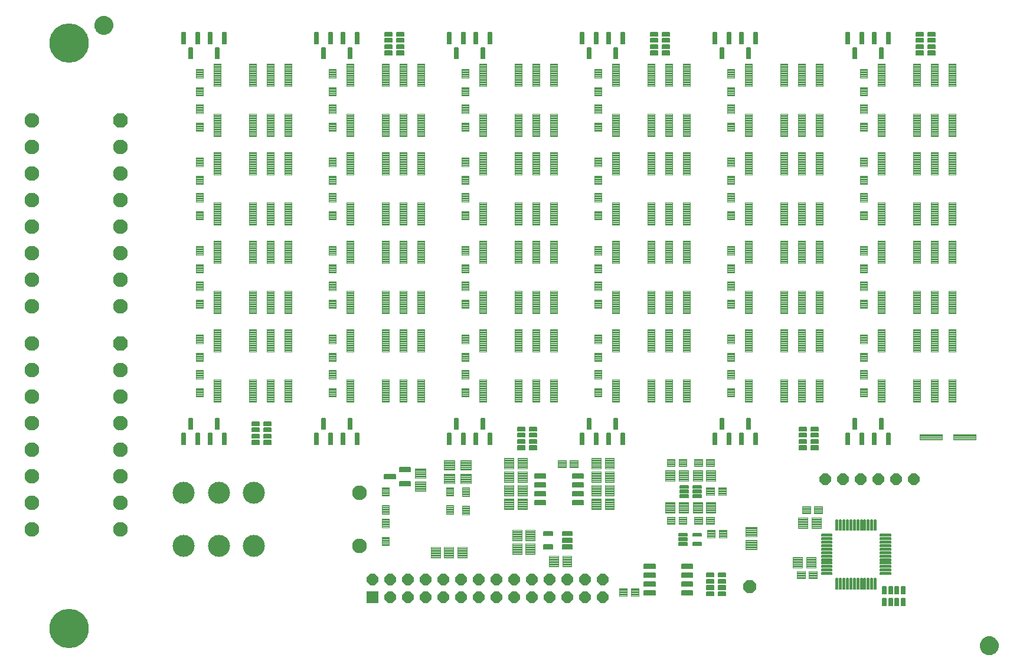
<source format=gts>
G75*
%MOIN*%
%OFA0B0*%
%FSLAX25Y25*%
%IPPOS*%
%LPD*%
%AMOC8*
5,1,8,0,0,1.08239X$1,22.5*
%
%ADD10C,0.13198*%
%ADD11OC8,0.06506*%
%ADD12R,0.06506X0.06506*%
%ADD13OC8,0.08277*%
%ADD14C,0.08277*%
%ADD15C,0.00454*%
%ADD16C,0.00504*%
%ADD17C,0.00504*%
%ADD18C,0.00457*%
%ADD19C,0.00580*%
%ADD20C,0.12411*%
%ADD21C,0.00594*%
%ADD22C,0.00514*%
%ADD23C,0.00468*%
%ADD24C,0.00500*%
%ADD25OC8,0.07096*%
%ADD26C,0.22254*%
D10*
X0137995Y0087673D03*
X0137995Y0418382D03*
D11*
X0565188Y0171770D03*
X0575188Y0171770D03*
X0585188Y0171770D03*
X0595188Y0171770D03*
X0605188Y0171770D03*
X0615188Y0171770D03*
X0439333Y0115232D03*
X0429333Y0115232D03*
X0419333Y0115232D03*
X0409333Y0115232D03*
X0399333Y0115232D03*
X0389333Y0115232D03*
X0379333Y0115232D03*
X0369333Y0115232D03*
X0359333Y0115232D03*
X0349333Y0115232D03*
X0339333Y0115232D03*
X0329333Y0115232D03*
X0319333Y0115232D03*
X0309333Y0115232D03*
X0319333Y0105232D03*
X0329333Y0105232D03*
X0339333Y0105232D03*
X0349333Y0105232D03*
X0359333Y0105232D03*
X0369333Y0105232D03*
X0379333Y0105232D03*
X0389333Y0105232D03*
X0399333Y0105232D03*
X0409333Y0105232D03*
X0419333Y0105232D03*
X0429333Y0105232D03*
X0439333Y0105232D03*
D12*
X0309333Y0105232D03*
D13*
X0166932Y0248441D03*
X0166932Y0374425D03*
D14*
X0166932Y0359425D03*
X0166932Y0344425D03*
X0166932Y0329425D03*
X0166932Y0314425D03*
X0166932Y0299425D03*
X0166932Y0284425D03*
X0166932Y0269425D03*
X0116932Y0269425D03*
X0116932Y0284425D03*
X0116932Y0299425D03*
X0116932Y0314425D03*
X0116932Y0329425D03*
X0116932Y0344425D03*
X0116932Y0359425D03*
X0116932Y0374425D03*
X0116932Y0248441D03*
X0116932Y0233441D03*
X0116932Y0218441D03*
X0116932Y0203441D03*
X0116932Y0188441D03*
X0116932Y0173441D03*
X0116932Y0158441D03*
X0116932Y0143441D03*
X0166932Y0143441D03*
X0166932Y0158441D03*
X0166932Y0173441D03*
X0166932Y0188441D03*
X0166932Y0203441D03*
X0166932Y0218441D03*
X0166932Y0233441D03*
X0302044Y0164152D03*
X0302044Y0134388D03*
D15*
X0318729Y0134467D02*
X0318729Y0139337D01*
X0318729Y0134467D02*
X0314647Y0134467D01*
X0314647Y0139337D01*
X0318729Y0139337D01*
X0318729Y0134920D02*
X0314647Y0134920D01*
X0314647Y0135373D02*
X0318729Y0135373D01*
X0318729Y0135826D02*
X0314647Y0135826D01*
X0314647Y0136279D02*
X0318729Y0136279D01*
X0318729Y0136732D02*
X0314647Y0136732D01*
X0314647Y0137185D02*
X0318729Y0137185D01*
X0318729Y0137638D02*
X0314647Y0137638D01*
X0314647Y0138091D02*
X0318729Y0138091D01*
X0318729Y0138544D02*
X0314647Y0138544D01*
X0314647Y0138997D02*
X0318729Y0138997D01*
X0318729Y0144703D02*
X0318729Y0149573D01*
X0318729Y0144703D02*
X0314647Y0144703D01*
X0314647Y0149573D01*
X0318729Y0149573D01*
X0318729Y0145156D02*
X0314647Y0145156D01*
X0314647Y0145609D02*
X0318729Y0145609D01*
X0318729Y0146062D02*
X0314647Y0146062D01*
X0314647Y0146515D02*
X0318729Y0146515D01*
X0318729Y0146968D02*
X0314647Y0146968D01*
X0314647Y0147421D02*
X0318729Y0147421D01*
X0318729Y0147874D02*
X0314647Y0147874D01*
X0314647Y0148327D02*
X0318729Y0148327D01*
X0318729Y0148780D02*
X0314647Y0148780D01*
X0314647Y0149233D02*
X0318729Y0149233D01*
X0314647Y0152217D02*
X0314647Y0157087D01*
X0318729Y0157087D01*
X0318729Y0152217D01*
X0314647Y0152217D01*
X0314647Y0152670D02*
X0318729Y0152670D01*
X0318729Y0153123D02*
X0314647Y0153123D01*
X0314647Y0153576D02*
X0318729Y0153576D01*
X0318729Y0154029D02*
X0314647Y0154029D01*
X0314647Y0154482D02*
X0318729Y0154482D01*
X0318729Y0154935D02*
X0314647Y0154935D01*
X0314647Y0155388D02*
X0318729Y0155388D01*
X0318729Y0155841D02*
X0314647Y0155841D01*
X0314647Y0156294D02*
X0318729Y0156294D01*
X0318729Y0156747D02*
X0314647Y0156747D01*
X0314647Y0162453D02*
X0314647Y0167323D01*
X0318729Y0167323D01*
X0318729Y0162453D01*
X0314647Y0162453D01*
X0314647Y0162906D02*
X0318729Y0162906D01*
X0318729Y0163359D02*
X0314647Y0163359D01*
X0314647Y0163812D02*
X0318729Y0163812D01*
X0318729Y0164265D02*
X0314647Y0164265D01*
X0314647Y0164718D02*
X0318729Y0164718D01*
X0318729Y0165171D02*
X0314647Y0165171D01*
X0314647Y0165624D02*
X0318729Y0165624D01*
X0318729Y0166077D02*
X0314647Y0166077D01*
X0314647Y0166530D02*
X0318729Y0166530D01*
X0318729Y0166983D02*
X0314647Y0166983D01*
X0354979Y0167323D02*
X0354979Y0162453D01*
X0350897Y0162453D01*
X0350897Y0167323D01*
X0354979Y0167323D01*
X0354979Y0162906D02*
X0350897Y0162906D01*
X0350897Y0163359D02*
X0354979Y0163359D01*
X0354979Y0163812D02*
X0350897Y0163812D01*
X0350897Y0164265D02*
X0354979Y0164265D01*
X0354979Y0164718D02*
X0350897Y0164718D01*
X0350897Y0165171D02*
X0354979Y0165171D01*
X0354979Y0165624D02*
X0350897Y0165624D01*
X0350897Y0166077D02*
X0354979Y0166077D01*
X0354979Y0166530D02*
X0350897Y0166530D01*
X0350897Y0166983D02*
X0354979Y0166983D01*
X0363979Y0167073D02*
X0363979Y0162203D01*
X0359897Y0162203D01*
X0359897Y0167073D01*
X0363979Y0167073D01*
X0363979Y0162656D02*
X0359897Y0162656D01*
X0359897Y0163109D02*
X0363979Y0163109D01*
X0363979Y0163562D02*
X0359897Y0163562D01*
X0359897Y0164015D02*
X0363979Y0164015D01*
X0363979Y0164468D02*
X0359897Y0164468D01*
X0359897Y0164921D02*
X0363979Y0164921D01*
X0363979Y0165374D02*
X0359897Y0165374D01*
X0359897Y0165827D02*
X0363979Y0165827D01*
X0363979Y0166280D02*
X0359897Y0166280D01*
X0359897Y0166733D02*
X0363979Y0166733D01*
X0363979Y0156837D02*
X0363979Y0151967D01*
X0359897Y0151967D01*
X0359897Y0156837D01*
X0363979Y0156837D01*
X0363979Y0152420D02*
X0359897Y0152420D01*
X0359897Y0152873D02*
X0363979Y0152873D01*
X0363979Y0153326D02*
X0359897Y0153326D01*
X0359897Y0153779D02*
X0363979Y0153779D01*
X0363979Y0154232D02*
X0359897Y0154232D01*
X0359897Y0154685D02*
X0363979Y0154685D01*
X0363979Y0155138D02*
X0359897Y0155138D01*
X0359897Y0155591D02*
X0363979Y0155591D01*
X0363979Y0156044D02*
X0359897Y0156044D01*
X0359897Y0156497D02*
X0363979Y0156497D01*
X0354979Y0157087D02*
X0354979Y0152217D01*
X0350897Y0152217D01*
X0350897Y0157087D01*
X0354979Y0157087D01*
X0354979Y0152670D02*
X0350897Y0152670D01*
X0350897Y0153123D02*
X0354979Y0153123D01*
X0354979Y0153576D02*
X0350897Y0153576D01*
X0350897Y0154029D02*
X0354979Y0154029D01*
X0354979Y0154482D02*
X0350897Y0154482D01*
X0350897Y0154935D02*
X0354979Y0154935D01*
X0354979Y0155388D02*
X0350897Y0155388D01*
X0350897Y0155841D02*
X0354979Y0155841D01*
X0354979Y0156294D02*
X0350897Y0156294D01*
X0350897Y0156747D02*
X0354979Y0156747D01*
X0414103Y0182561D02*
X0418579Y0182561D01*
X0418579Y0178479D01*
X0414103Y0178479D01*
X0414103Y0182561D01*
X0414103Y0178932D02*
X0418579Y0178932D01*
X0418579Y0179385D02*
X0414103Y0179385D01*
X0414103Y0179838D02*
X0418579Y0179838D01*
X0418579Y0180291D02*
X0414103Y0180291D01*
X0414103Y0180744D02*
X0418579Y0180744D01*
X0418579Y0181197D02*
X0414103Y0181197D01*
X0414103Y0181650D02*
X0418579Y0181650D01*
X0418579Y0182103D02*
X0414103Y0182103D01*
X0414103Y0182556D02*
X0418579Y0182556D01*
X0420796Y0182561D02*
X0425272Y0182561D01*
X0425272Y0178479D01*
X0420796Y0178479D01*
X0420796Y0182561D01*
X0420796Y0178932D02*
X0425272Y0178932D01*
X0425272Y0179385D02*
X0420796Y0179385D01*
X0420796Y0179838D02*
X0425272Y0179838D01*
X0425272Y0180291D02*
X0420796Y0180291D01*
X0420796Y0180744D02*
X0425272Y0180744D01*
X0425272Y0181197D02*
X0420796Y0181197D01*
X0420796Y0181650D02*
X0425272Y0181650D01*
X0425272Y0182103D02*
X0420796Y0182103D01*
X0420796Y0182556D02*
X0425272Y0182556D01*
X0438729Y0218467D02*
X0438729Y0223337D01*
X0438729Y0218467D02*
X0434647Y0218467D01*
X0434647Y0223337D01*
X0438729Y0223337D01*
X0438729Y0218920D02*
X0434647Y0218920D01*
X0434647Y0219373D02*
X0438729Y0219373D01*
X0438729Y0219826D02*
X0434647Y0219826D01*
X0434647Y0220279D02*
X0438729Y0220279D01*
X0438729Y0220732D02*
X0434647Y0220732D01*
X0434647Y0221185D02*
X0438729Y0221185D01*
X0438729Y0221638D02*
X0434647Y0221638D01*
X0434647Y0222091D02*
X0438729Y0222091D01*
X0438729Y0222544D02*
X0434647Y0222544D01*
X0434647Y0222997D02*
X0438729Y0222997D01*
X0448729Y0228061D02*
X0448729Y0215475D01*
X0444647Y0215475D01*
X0444647Y0228061D01*
X0448729Y0228061D01*
X0448729Y0215928D02*
X0444647Y0215928D01*
X0444647Y0216381D02*
X0448729Y0216381D01*
X0448729Y0216834D02*
X0444647Y0216834D01*
X0444647Y0217287D02*
X0448729Y0217287D01*
X0448729Y0217740D02*
X0444647Y0217740D01*
X0444647Y0218193D02*
X0448729Y0218193D01*
X0448729Y0218646D02*
X0444647Y0218646D01*
X0444647Y0219099D02*
X0448729Y0219099D01*
X0448729Y0219552D02*
X0444647Y0219552D01*
X0444647Y0220005D02*
X0448729Y0220005D01*
X0448729Y0220458D02*
X0444647Y0220458D01*
X0444647Y0220911D02*
X0448729Y0220911D01*
X0448729Y0221364D02*
X0444647Y0221364D01*
X0444647Y0221817D02*
X0448729Y0221817D01*
X0448729Y0222270D02*
X0444647Y0222270D01*
X0444647Y0222723D02*
X0448729Y0222723D01*
X0448729Y0223176D02*
X0444647Y0223176D01*
X0444647Y0223629D02*
X0448729Y0223629D01*
X0448729Y0224082D02*
X0444647Y0224082D01*
X0444647Y0224535D02*
X0448729Y0224535D01*
X0448729Y0224988D02*
X0444647Y0224988D01*
X0444647Y0225441D02*
X0448729Y0225441D01*
X0448729Y0225894D02*
X0444647Y0225894D01*
X0444647Y0226347D02*
X0448729Y0226347D01*
X0448729Y0226800D02*
X0444647Y0226800D01*
X0444647Y0227253D02*
X0448729Y0227253D01*
X0448729Y0227706D02*
X0444647Y0227706D01*
X0438729Y0228703D02*
X0438729Y0233573D01*
X0438729Y0228703D02*
X0434647Y0228703D01*
X0434647Y0233573D01*
X0438729Y0233573D01*
X0438729Y0229156D02*
X0434647Y0229156D01*
X0434647Y0229609D02*
X0438729Y0229609D01*
X0438729Y0230062D02*
X0434647Y0230062D01*
X0434647Y0230515D02*
X0438729Y0230515D01*
X0438729Y0230968D02*
X0434647Y0230968D01*
X0434647Y0231421D02*
X0438729Y0231421D01*
X0438729Y0231874D02*
X0434647Y0231874D01*
X0434647Y0232327D02*
X0438729Y0232327D01*
X0438729Y0232780D02*
X0434647Y0232780D01*
X0434647Y0233233D02*
X0438729Y0233233D01*
X0434647Y0238467D02*
X0434647Y0243337D01*
X0438729Y0243337D01*
X0438729Y0238467D01*
X0434647Y0238467D01*
X0434647Y0238920D02*
X0438729Y0238920D01*
X0438729Y0239373D02*
X0434647Y0239373D01*
X0434647Y0239826D02*
X0438729Y0239826D01*
X0438729Y0240279D02*
X0434647Y0240279D01*
X0434647Y0240732D02*
X0438729Y0240732D01*
X0438729Y0241185D02*
X0434647Y0241185D01*
X0434647Y0241638D02*
X0438729Y0241638D01*
X0438729Y0242091D02*
X0434647Y0242091D01*
X0434647Y0242544D02*
X0438729Y0242544D01*
X0438729Y0242997D02*
X0434647Y0242997D01*
X0434647Y0248703D02*
X0434647Y0253573D01*
X0438729Y0253573D01*
X0438729Y0248703D01*
X0434647Y0248703D01*
X0434647Y0249156D02*
X0438729Y0249156D01*
X0438729Y0249609D02*
X0434647Y0249609D01*
X0434647Y0250062D02*
X0438729Y0250062D01*
X0438729Y0250515D02*
X0434647Y0250515D01*
X0434647Y0250968D02*
X0438729Y0250968D01*
X0438729Y0251421D02*
X0434647Y0251421D01*
X0434647Y0251874D02*
X0438729Y0251874D01*
X0438729Y0252327D02*
X0434647Y0252327D01*
X0434647Y0252780D02*
X0438729Y0252780D01*
X0438729Y0253233D02*
X0434647Y0253233D01*
X0448729Y0256565D02*
X0448729Y0243979D01*
X0444647Y0243979D01*
X0444647Y0256565D01*
X0448729Y0256565D01*
X0448729Y0244432D02*
X0444647Y0244432D01*
X0444647Y0244885D02*
X0448729Y0244885D01*
X0448729Y0245338D02*
X0444647Y0245338D01*
X0444647Y0245791D02*
X0448729Y0245791D01*
X0448729Y0246244D02*
X0444647Y0246244D01*
X0444647Y0246697D02*
X0448729Y0246697D01*
X0448729Y0247150D02*
X0444647Y0247150D01*
X0444647Y0247603D02*
X0448729Y0247603D01*
X0448729Y0248056D02*
X0444647Y0248056D01*
X0444647Y0248509D02*
X0448729Y0248509D01*
X0448729Y0248962D02*
X0444647Y0248962D01*
X0444647Y0249415D02*
X0448729Y0249415D01*
X0448729Y0249868D02*
X0444647Y0249868D01*
X0444647Y0250321D02*
X0448729Y0250321D01*
X0448729Y0250774D02*
X0444647Y0250774D01*
X0444647Y0251227D02*
X0448729Y0251227D01*
X0448729Y0251680D02*
X0444647Y0251680D01*
X0444647Y0252133D02*
X0448729Y0252133D01*
X0448729Y0252586D02*
X0444647Y0252586D01*
X0444647Y0253039D02*
X0448729Y0253039D01*
X0448729Y0253492D02*
X0444647Y0253492D01*
X0444647Y0253945D02*
X0448729Y0253945D01*
X0448729Y0254398D02*
X0444647Y0254398D01*
X0444647Y0254851D02*
X0448729Y0254851D01*
X0448729Y0255304D02*
X0444647Y0255304D01*
X0444647Y0255757D02*
X0448729Y0255757D01*
X0448729Y0256210D02*
X0444647Y0256210D01*
X0448729Y0265475D02*
X0448729Y0278061D01*
X0448729Y0265475D02*
X0444647Y0265475D01*
X0444647Y0278061D01*
X0448729Y0278061D01*
X0448729Y0265928D02*
X0444647Y0265928D01*
X0444647Y0266381D02*
X0448729Y0266381D01*
X0448729Y0266834D02*
X0444647Y0266834D01*
X0444647Y0267287D02*
X0448729Y0267287D01*
X0448729Y0267740D02*
X0444647Y0267740D01*
X0444647Y0268193D02*
X0448729Y0268193D01*
X0448729Y0268646D02*
X0444647Y0268646D01*
X0444647Y0269099D02*
X0448729Y0269099D01*
X0448729Y0269552D02*
X0444647Y0269552D01*
X0444647Y0270005D02*
X0448729Y0270005D01*
X0448729Y0270458D02*
X0444647Y0270458D01*
X0444647Y0270911D02*
X0448729Y0270911D01*
X0448729Y0271364D02*
X0444647Y0271364D01*
X0444647Y0271817D02*
X0448729Y0271817D01*
X0448729Y0272270D02*
X0444647Y0272270D01*
X0444647Y0272723D02*
X0448729Y0272723D01*
X0448729Y0273176D02*
X0444647Y0273176D01*
X0444647Y0273629D02*
X0448729Y0273629D01*
X0448729Y0274082D02*
X0444647Y0274082D01*
X0444647Y0274535D02*
X0448729Y0274535D01*
X0448729Y0274988D02*
X0444647Y0274988D01*
X0444647Y0275441D02*
X0448729Y0275441D01*
X0448729Y0275894D02*
X0444647Y0275894D01*
X0444647Y0276347D02*
X0448729Y0276347D01*
X0448729Y0276800D02*
X0444647Y0276800D01*
X0444647Y0277253D02*
X0448729Y0277253D01*
X0448729Y0277706D02*
X0444647Y0277706D01*
X0438729Y0278703D02*
X0438729Y0283573D01*
X0438729Y0278703D02*
X0434647Y0278703D01*
X0434647Y0283573D01*
X0438729Y0283573D01*
X0438729Y0279156D02*
X0434647Y0279156D01*
X0434647Y0279609D02*
X0438729Y0279609D01*
X0438729Y0280062D02*
X0434647Y0280062D01*
X0434647Y0280515D02*
X0438729Y0280515D01*
X0438729Y0280968D02*
X0434647Y0280968D01*
X0434647Y0281421D02*
X0438729Y0281421D01*
X0438729Y0281874D02*
X0434647Y0281874D01*
X0434647Y0282327D02*
X0438729Y0282327D01*
X0438729Y0282780D02*
X0434647Y0282780D01*
X0434647Y0283233D02*
X0438729Y0283233D01*
X0434647Y0288467D02*
X0434647Y0293337D01*
X0438729Y0293337D01*
X0438729Y0288467D01*
X0434647Y0288467D01*
X0434647Y0288920D02*
X0438729Y0288920D01*
X0438729Y0289373D02*
X0434647Y0289373D01*
X0434647Y0289826D02*
X0438729Y0289826D01*
X0438729Y0290279D02*
X0434647Y0290279D01*
X0434647Y0290732D02*
X0438729Y0290732D01*
X0438729Y0291185D02*
X0434647Y0291185D01*
X0434647Y0291638D02*
X0438729Y0291638D01*
X0438729Y0292091D02*
X0434647Y0292091D01*
X0434647Y0292544D02*
X0438729Y0292544D01*
X0438729Y0292997D02*
X0434647Y0292997D01*
X0434647Y0298703D02*
X0434647Y0303573D01*
X0438729Y0303573D01*
X0438729Y0298703D01*
X0434647Y0298703D01*
X0434647Y0299156D02*
X0438729Y0299156D01*
X0438729Y0299609D02*
X0434647Y0299609D01*
X0434647Y0300062D02*
X0438729Y0300062D01*
X0438729Y0300515D02*
X0434647Y0300515D01*
X0434647Y0300968D02*
X0438729Y0300968D01*
X0438729Y0301421D02*
X0434647Y0301421D01*
X0434647Y0301874D02*
X0438729Y0301874D01*
X0438729Y0302327D02*
X0434647Y0302327D01*
X0434647Y0302780D02*
X0438729Y0302780D01*
X0438729Y0303233D02*
X0434647Y0303233D01*
X0448729Y0306565D02*
X0448729Y0293979D01*
X0444647Y0293979D01*
X0444647Y0306565D01*
X0448729Y0306565D01*
X0448729Y0294432D02*
X0444647Y0294432D01*
X0444647Y0294885D02*
X0448729Y0294885D01*
X0448729Y0295338D02*
X0444647Y0295338D01*
X0444647Y0295791D02*
X0448729Y0295791D01*
X0448729Y0296244D02*
X0444647Y0296244D01*
X0444647Y0296697D02*
X0448729Y0296697D01*
X0448729Y0297150D02*
X0444647Y0297150D01*
X0444647Y0297603D02*
X0448729Y0297603D01*
X0448729Y0298056D02*
X0444647Y0298056D01*
X0444647Y0298509D02*
X0448729Y0298509D01*
X0448729Y0298962D02*
X0444647Y0298962D01*
X0444647Y0299415D02*
X0448729Y0299415D01*
X0448729Y0299868D02*
X0444647Y0299868D01*
X0444647Y0300321D02*
X0448729Y0300321D01*
X0448729Y0300774D02*
X0444647Y0300774D01*
X0444647Y0301227D02*
X0448729Y0301227D01*
X0448729Y0301680D02*
X0444647Y0301680D01*
X0444647Y0302133D02*
X0448729Y0302133D01*
X0448729Y0302586D02*
X0444647Y0302586D01*
X0444647Y0303039D02*
X0448729Y0303039D01*
X0448729Y0303492D02*
X0444647Y0303492D01*
X0444647Y0303945D02*
X0448729Y0303945D01*
X0448729Y0304398D02*
X0444647Y0304398D01*
X0444647Y0304851D02*
X0448729Y0304851D01*
X0448729Y0305304D02*
X0444647Y0305304D01*
X0444647Y0305757D02*
X0448729Y0305757D01*
X0448729Y0306210D02*
X0444647Y0306210D01*
X0468729Y0306565D02*
X0468729Y0293979D01*
X0464647Y0293979D01*
X0464647Y0306565D01*
X0468729Y0306565D01*
X0468729Y0294432D02*
X0464647Y0294432D01*
X0464647Y0294885D02*
X0468729Y0294885D01*
X0468729Y0295338D02*
X0464647Y0295338D01*
X0464647Y0295791D02*
X0468729Y0295791D01*
X0468729Y0296244D02*
X0464647Y0296244D01*
X0464647Y0296697D02*
X0468729Y0296697D01*
X0468729Y0297150D02*
X0464647Y0297150D01*
X0464647Y0297603D02*
X0468729Y0297603D01*
X0468729Y0298056D02*
X0464647Y0298056D01*
X0464647Y0298509D02*
X0468729Y0298509D01*
X0468729Y0298962D02*
X0464647Y0298962D01*
X0464647Y0299415D02*
X0468729Y0299415D01*
X0468729Y0299868D02*
X0464647Y0299868D01*
X0464647Y0300321D02*
X0468729Y0300321D01*
X0468729Y0300774D02*
X0464647Y0300774D01*
X0464647Y0301227D02*
X0468729Y0301227D01*
X0468729Y0301680D02*
X0464647Y0301680D01*
X0464647Y0302133D02*
X0468729Y0302133D01*
X0468729Y0302586D02*
X0464647Y0302586D01*
X0464647Y0303039D02*
X0468729Y0303039D01*
X0468729Y0303492D02*
X0464647Y0303492D01*
X0464647Y0303945D02*
X0468729Y0303945D01*
X0468729Y0304398D02*
X0464647Y0304398D01*
X0464647Y0304851D02*
X0468729Y0304851D01*
X0468729Y0305304D02*
X0464647Y0305304D01*
X0464647Y0305757D02*
X0468729Y0305757D01*
X0468729Y0306210D02*
X0464647Y0306210D01*
X0478729Y0306565D02*
X0478729Y0293979D01*
X0474647Y0293979D01*
X0474647Y0306565D01*
X0478729Y0306565D01*
X0478729Y0294432D02*
X0474647Y0294432D01*
X0474647Y0294885D02*
X0478729Y0294885D01*
X0478729Y0295338D02*
X0474647Y0295338D01*
X0474647Y0295791D02*
X0478729Y0295791D01*
X0478729Y0296244D02*
X0474647Y0296244D01*
X0474647Y0296697D02*
X0478729Y0296697D01*
X0478729Y0297150D02*
X0474647Y0297150D01*
X0474647Y0297603D02*
X0478729Y0297603D01*
X0478729Y0298056D02*
X0474647Y0298056D01*
X0474647Y0298509D02*
X0478729Y0298509D01*
X0478729Y0298962D02*
X0474647Y0298962D01*
X0474647Y0299415D02*
X0478729Y0299415D01*
X0478729Y0299868D02*
X0474647Y0299868D01*
X0474647Y0300321D02*
X0478729Y0300321D01*
X0478729Y0300774D02*
X0474647Y0300774D01*
X0474647Y0301227D02*
X0478729Y0301227D01*
X0478729Y0301680D02*
X0474647Y0301680D01*
X0474647Y0302133D02*
X0478729Y0302133D01*
X0478729Y0302586D02*
X0474647Y0302586D01*
X0474647Y0303039D02*
X0478729Y0303039D01*
X0478729Y0303492D02*
X0474647Y0303492D01*
X0474647Y0303945D02*
X0478729Y0303945D01*
X0478729Y0304398D02*
X0474647Y0304398D01*
X0474647Y0304851D02*
X0478729Y0304851D01*
X0478729Y0305304D02*
X0474647Y0305304D01*
X0474647Y0305757D02*
X0478729Y0305757D01*
X0478729Y0306210D02*
X0474647Y0306210D01*
X0488729Y0306565D02*
X0488729Y0293979D01*
X0484647Y0293979D01*
X0484647Y0306565D01*
X0488729Y0306565D01*
X0488729Y0294432D02*
X0484647Y0294432D01*
X0484647Y0294885D02*
X0488729Y0294885D01*
X0488729Y0295338D02*
X0484647Y0295338D01*
X0484647Y0295791D02*
X0488729Y0295791D01*
X0488729Y0296244D02*
X0484647Y0296244D01*
X0484647Y0296697D02*
X0488729Y0296697D01*
X0488729Y0297150D02*
X0484647Y0297150D01*
X0484647Y0297603D02*
X0488729Y0297603D01*
X0488729Y0298056D02*
X0484647Y0298056D01*
X0484647Y0298509D02*
X0488729Y0298509D01*
X0488729Y0298962D02*
X0484647Y0298962D01*
X0484647Y0299415D02*
X0488729Y0299415D01*
X0488729Y0299868D02*
X0484647Y0299868D01*
X0484647Y0300321D02*
X0488729Y0300321D01*
X0488729Y0300774D02*
X0484647Y0300774D01*
X0484647Y0301227D02*
X0488729Y0301227D01*
X0488729Y0301680D02*
X0484647Y0301680D01*
X0484647Y0302133D02*
X0488729Y0302133D01*
X0488729Y0302586D02*
X0484647Y0302586D01*
X0484647Y0303039D02*
X0488729Y0303039D01*
X0488729Y0303492D02*
X0484647Y0303492D01*
X0484647Y0303945D02*
X0488729Y0303945D01*
X0488729Y0304398D02*
X0484647Y0304398D01*
X0484647Y0304851D02*
X0488729Y0304851D01*
X0488729Y0305304D02*
X0484647Y0305304D01*
X0484647Y0305757D02*
X0488729Y0305757D01*
X0488729Y0306210D02*
X0484647Y0306210D01*
X0488729Y0315475D02*
X0488729Y0328061D01*
X0488729Y0315475D02*
X0484647Y0315475D01*
X0484647Y0328061D01*
X0488729Y0328061D01*
X0488729Y0315928D02*
X0484647Y0315928D01*
X0484647Y0316381D02*
X0488729Y0316381D01*
X0488729Y0316834D02*
X0484647Y0316834D01*
X0484647Y0317287D02*
X0488729Y0317287D01*
X0488729Y0317740D02*
X0484647Y0317740D01*
X0484647Y0318193D02*
X0488729Y0318193D01*
X0488729Y0318646D02*
X0484647Y0318646D01*
X0484647Y0319099D02*
X0488729Y0319099D01*
X0488729Y0319552D02*
X0484647Y0319552D01*
X0484647Y0320005D02*
X0488729Y0320005D01*
X0488729Y0320458D02*
X0484647Y0320458D01*
X0484647Y0320911D02*
X0488729Y0320911D01*
X0488729Y0321364D02*
X0484647Y0321364D01*
X0484647Y0321817D02*
X0488729Y0321817D01*
X0488729Y0322270D02*
X0484647Y0322270D01*
X0484647Y0322723D02*
X0488729Y0322723D01*
X0488729Y0323176D02*
X0484647Y0323176D01*
X0484647Y0323629D02*
X0488729Y0323629D01*
X0488729Y0324082D02*
X0484647Y0324082D01*
X0484647Y0324535D02*
X0488729Y0324535D01*
X0488729Y0324988D02*
X0484647Y0324988D01*
X0484647Y0325441D02*
X0488729Y0325441D01*
X0488729Y0325894D02*
X0484647Y0325894D01*
X0484647Y0326347D02*
X0488729Y0326347D01*
X0488729Y0326800D02*
X0484647Y0326800D01*
X0484647Y0327253D02*
X0488729Y0327253D01*
X0488729Y0327706D02*
X0484647Y0327706D01*
X0478729Y0328061D02*
X0478729Y0315475D01*
X0474647Y0315475D01*
X0474647Y0328061D01*
X0478729Y0328061D01*
X0478729Y0315928D02*
X0474647Y0315928D01*
X0474647Y0316381D02*
X0478729Y0316381D01*
X0478729Y0316834D02*
X0474647Y0316834D01*
X0474647Y0317287D02*
X0478729Y0317287D01*
X0478729Y0317740D02*
X0474647Y0317740D01*
X0474647Y0318193D02*
X0478729Y0318193D01*
X0478729Y0318646D02*
X0474647Y0318646D01*
X0474647Y0319099D02*
X0478729Y0319099D01*
X0478729Y0319552D02*
X0474647Y0319552D01*
X0474647Y0320005D02*
X0478729Y0320005D01*
X0478729Y0320458D02*
X0474647Y0320458D01*
X0474647Y0320911D02*
X0478729Y0320911D01*
X0478729Y0321364D02*
X0474647Y0321364D01*
X0474647Y0321817D02*
X0478729Y0321817D01*
X0478729Y0322270D02*
X0474647Y0322270D01*
X0474647Y0322723D02*
X0478729Y0322723D01*
X0478729Y0323176D02*
X0474647Y0323176D01*
X0474647Y0323629D02*
X0478729Y0323629D01*
X0478729Y0324082D02*
X0474647Y0324082D01*
X0474647Y0324535D02*
X0478729Y0324535D01*
X0478729Y0324988D02*
X0474647Y0324988D01*
X0474647Y0325441D02*
X0478729Y0325441D01*
X0478729Y0325894D02*
X0474647Y0325894D01*
X0474647Y0326347D02*
X0478729Y0326347D01*
X0478729Y0326800D02*
X0474647Y0326800D01*
X0474647Y0327253D02*
X0478729Y0327253D01*
X0478729Y0327706D02*
X0474647Y0327706D01*
X0468729Y0328061D02*
X0468729Y0315475D01*
X0464647Y0315475D01*
X0464647Y0328061D01*
X0468729Y0328061D01*
X0468729Y0315928D02*
X0464647Y0315928D01*
X0464647Y0316381D02*
X0468729Y0316381D01*
X0468729Y0316834D02*
X0464647Y0316834D01*
X0464647Y0317287D02*
X0468729Y0317287D01*
X0468729Y0317740D02*
X0464647Y0317740D01*
X0464647Y0318193D02*
X0468729Y0318193D01*
X0468729Y0318646D02*
X0464647Y0318646D01*
X0464647Y0319099D02*
X0468729Y0319099D01*
X0468729Y0319552D02*
X0464647Y0319552D01*
X0464647Y0320005D02*
X0468729Y0320005D01*
X0468729Y0320458D02*
X0464647Y0320458D01*
X0464647Y0320911D02*
X0468729Y0320911D01*
X0468729Y0321364D02*
X0464647Y0321364D01*
X0464647Y0321817D02*
X0468729Y0321817D01*
X0468729Y0322270D02*
X0464647Y0322270D01*
X0464647Y0322723D02*
X0468729Y0322723D01*
X0468729Y0323176D02*
X0464647Y0323176D01*
X0464647Y0323629D02*
X0468729Y0323629D01*
X0468729Y0324082D02*
X0464647Y0324082D01*
X0464647Y0324535D02*
X0468729Y0324535D01*
X0468729Y0324988D02*
X0464647Y0324988D01*
X0464647Y0325441D02*
X0468729Y0325441D01*
X0468729Y0325894D02*
X0464647Y0325894D01*
X0464647Y0326347D02*
X0468729Y0326347D01*
X0468729Y0326800D02*
X0464647Y0326800D01*
X0464647Y0327253D02*
X0468729Y0327253D01*
X0468729Y0327706D02*
X0464647Y0327706D01*
X0448729Y0328061D02*
X0448729Y0315475D01*
X0444647Y0315475D01*
X0444647Y0328061D01*
X0448729Y0328061D01*
X0448729Y0315928D02*
X0444647Y0315928D01*
X0444647Y0316381D02*
X0448729Y0316381D01*
X0448729Y0316834D02*
X0444647Y0316834D01*
X0444647Y0317287D02*
X0448729Y0317287D01*
X0448729Y0317740D02*
X0444647Y0317740D01*
X0444647Y0318193D02*
X0448729Y0318193D01*
X0448729Y0318646D02*
X0444647Y0318646D01*
X0444647Y0319099D02*
X0448729Y0319099D01*
X0448729Y0319552D02*
X0444647Y0319552D01*
X0444647Y0320005D02*
X0448729Y0320005D01*
X0448729Y0320458D02*
X0444647Y0320458D01*
X0444647Y0320911D02*
X0448729Y0320911D01*
X0448729Y0321364D02*
X0444647Y0321364D01*
X0444647Y0321817D02*
X0448729Y0321817D01*
X0448729Y0322270D02*
X0444647Y0322270D01*
X0444647Y0322723D02*
X0448729Y0322723D01*
X0448729Y0323176D02*
X0444647Y0323176D01*
X0444647Y0323629D02*
X0448729Y0323629D01*
X0448729Y0324082D02*
X0444647Y0324082D01*
X0444647Y0324535D02*
X0448729Y0324535D01*
X0448729Y0324988D02*
X0444647Y0324988D01*
X0444647Y0325441D02*
X0448729Y0325441D01*
X0448729Y0325894D02*
X0444647Y0325894D01*
X0444647Y0326347D02*
X0448729Y0326347D01*
X0448729Y0326800D02*
X0444647Y0326800D01*
X0444647Y0327253D02*
X0448729Y0327253D01*
X0448729Y0327706D02*
X0444647Y0327706D01*
X0438729Y0328703D02*
X0438729Y0333573D01*
X0438729Y0328703D02*
X0434647Y0328703D01*
X0434647Y0333573D01*
X0438729Y0333573D01*
X0438729Y0329156D02*
X0434647Y0329156D01*
X0434647Y0329609D02*
X0438729Y0329609D01*
X0438729Y0330062D02*
X0434647Y0330062D01*
X0434647Y0330515D02*
X0438729Y0330515D01*
X0438729Y0330968D02*
X0434647Y0330968D01*
X0434647Y0331421D02*
X0438729Y0331421D01*
X0438729Y0331874D02*
X0434647Y0331874D01*
X0434647Y0332327D02*
X0438729Y0332327D01*
X0438729Y0332780D02*
X0434647Y0332780D01*
X0434647Y0333233D02*
X0438729Y0333233D01*
X0434647Y0338467D02*
X0434647Y0343337D01*
X0438729Y0343337D01*
X0438729Y0338467D01*
X0434647Y0338467D01*
X0434647Y0338920D02*
X0438729Y0338920D01*
X0438729Y0339373D02*
X0434647Y0339373D01*
X0434647Y0339826D02*
X0438729Y0339826D01*
X0438729Y0340279D02*
X0434647Y0340279D01*
X0434647Y0340732D02*
X0438729Y0340732D01*
X0438729Y0341185D02*
X0434647Y0341185D01*
X0434647Y0341638D02*
X0438729Y0341638D01*
X0438729Y0342091D02*
X0434647Y0342091D01*
X0434647Y0342544D02*
X0438729Y0342544D01*
X0438729Y0342997D02*
X0434647Y0342997D01*
X0434647Y0348703D02*
X0434647Y0353573D01*
X0438729Y0353573D01*
X0438729Y0348703D01*
X0434647Y0348703D01*
X0434647Y0349156D02*
X0438729Y0349156D01*
X0438729Y0349609D02*
X0434647Y0349609D01*
X0434647Y0350062D02*
X0438729Y0350062D01*
X0438729Y0350515D02*
X0434647Y0350515D01*
X0434647Y0350968D02*
X0438729Y0350968D01*
X0438729Y0351421D02*
X0434647Y0351421D01*
X0434647Y0351874D02*
X0438729Y0351874D01*
X0438729Y0352327D02*
X0434647Y0352327D01*
X0434647Y0352780D02*
X0438729Y0352780D01*
X0438729Y0353233D02*
X0434647Y0353233D01*
X0448729Y0356565D02*
X0448729Y0343979D01*
X0444647Y0343979D01*
X0444647Y0356565D01*
X0448729Y0356565D01*
X0448729Y0344432D02*
X0444647Y0344432D01*
X0444647Y0344885D02*
X0448729Y0344885D01*
X0448729Y0345338D02*
X0444647Y0345338D01*
X0444647Y0345791D02*
X0448729Y0345791D01*
X0448729Y0346244D02*
X0444647Y0346244D01*
X0444647Y0346697D02*
X0448729Y0346697D01*
X0448729Y0347150D02*
X0444647Y0347150D01*
X0444647Y0347603D02*
X0448729Y0347603D01*
X0448729Y0348056D02*
X0444647Y0348056D01*
X0444647Y0348509D02*
X0448729Y0348509D01*
X0448729Y0348962D02*
X0444647Y0348962D01*
X0444647Y0349415D02*
X0448729Y0349415D01*
X0448729Y0349868D02*
X0444647Y0349868D01*
X0444647Y0350321D02*
X0448729Y0350321D01*
X0448729Y0350774D02*
X0444647Y0350774D01*
X0444647Y0351227D02*
X0448729Y0351227D01*
X0448729Y0351680D02*
X0444647Y0351680D01*
X0444647Y0352133D02*
X0448729Y0352133D01*
X0448729Y0352586D02*
X0444647Y0352586D01*
X0444647Y0353039D02*
X0448729Y0353039D01*
X0448729Y0353492D02*
X0444647Y0353492D01*
X0444647Y0353945D02*
X0448729Y0353945D01*
X0448729Y0354398D02*
X0444647Y0354398D01*
X0444647Y0354851D02*
X0448729Y0354851D01*
X0448729Y0355304D02*
X0444647Y0355304D01*
X0444647Y0355757D02*
X0448729Y0355757D01*
X0448729Y0356210D02*
X0444647Y0356210D01*
X0448729Y0365475D02*
X0448729Y0378061D01*
X0448729Y0365475D02*
X0444647Y0365475D01*
X0444647Y0378061D01*
X0448729Y0378061D01*
X0448729Y0365928D02*
X0444647Y0365928D01*
X0444647Y0366381D02*
X0448729Y0366381D01*
X0448729Y0366834D02*
X0444647Y0366834D01*
X0444647Y0367287D02*
X0448729Y0367287D01*
X0448729Y0367740D02*
X0444647Y0367740D01*
X0444647Y0368193D02*
X0448729Y0368193D01*
X0448729Y0368646D02*
X0444647Y0368646D01*
X0444647Y0369099D02*
X0448729Y0369099D01*
X0448729Y0369552D02*
X0444647Y0369552D01*
X0444647Y0370005D02*
X0448729Y0370005D01*
X0448729Y0370458D02*
X0444647Y0370458D01*
X0444647Y0370911D02*
X0448729Y0370911D01*
X0448729Y0371364D02*
X0444647Y0371364D01*
X0444647Y0371817D02*
X0448729Y0371817D01*
X0448729Y0372270D02*
X0444647Y0372270D01*
X0444647Y0372723D02*
X0448729Y0372723D01*
X0448729Y0373176D02*
X0444647Y0373176D01*
X0444647Y0373629D02*
X0448729Y0373629D01*
X0448729Y0374082D02*
X0444647Y0374082D01*
X0444647Y0374535D02*
X0448729Y0374535D01*
X0448729Y0374988D02*
X0444647Y0374988D01*
X0444647Y0375441D02*
X0448729Y0375441D01*
X0448729Y0375894D02*
X0444647Y0375894D01*
X0444647Y0376347D02*
X0448729Y0376347D01*
X0448729Y0376800D02*
X0444647Y0376800D01*
X0444647Y0377253D02*
X0448729Y0377253D01*
X0448729Y0377706D02*
X0444647Y0377706D01*
X0438729Y0378703D02*
X0438729Y0383573D01*
X0438729Y0378703D02*
X0434647Y0378703D01*
X0434647Y0383573D01*
X0438729Y0383573D01*
X0438729Y0379156D02*
X0434647Y0379156D01*
X0434647Y0379609D02*
X0438729Y0379609D01*
X0438729Y0380062D02*
X0434647Y0380062D01*
X0434647Y0380515D02*
X0438729Y0380515D01*
X0438729Y0380968D02*
X0434647Y0380968D01*
X0434647Y0381421D02*
X0438729Y0381421D01*
X0438729Y0381874D02*
X0434647Y0381874D01*
X0434647Y0382327D02*
X0438729Y0382327D01*
X0438729Y0382780D02*
X0434647Y0382780D01*
X0434647Y0383233D02*
X0438729Y0383233D01*
X0434647Y0388467D02*
X0434647Y0393337D01*
X0438729Y0393337D01*
X0438729Y0388467D01*
X0434647Y0388467D01*
X0434647Y0388920D02*
X0438729Y0388920D01*
X0438729Y0389373D02*
X0434647Y0389373D01*
X0434647Y0389826D02*
X0438729Y0389826D01*
X0438729Y0390279D02*
X0434647Y0390279D01*
X0434647Y0390732D02*
X0438729Y0390732D01*
X0438729Y0391185D02*
X0434647Y0391185D01*
X0434647Y0391638D02*
X0438729Y0391638D01*
X0438729Y0392091D02*
X0434647Y0392091D01*
X0434647Y0392544D02*
X0438729Y0392544D01*
X0438729Y0392997D02*
X0434647Y0392997D01*
X0434647Y0398703D02*
X0434647Y0403573D01*
X0438729Y0403573D01*
X0438729Y0398703D01*
X0434647Y0398703D01*
X0434647Y0399156D02*
X0438729Y0399156D01*
X0438729Y0399609D02*
X0434647Y0399609D01*
X0434647Y0400062D02*
X0438729Y0400062D01*
X0438729Y0400515D02*
X0434647Y0400515D01*
X0434647Y0400968D02*
X0438729Y0400968D01*
X0438729Y0401421D02*
X0434647Y0401421D01*
X0434647Y0401874D02*
X0438729Y0401874D01*
X0438729Y0402327D02*
X0434647Y0402327D01*
X0434647Y0402780D02*
X0438729Y0402780D01*
X0438729Y0403233D02*
X0434647Y0403233D01*
X0448729Y0406565D02*
X0448729Y0393979D01*
X0444647Y0393979D01*
X0444647Y0406565D01*
X0448729Y0406565D01*
X0448729Y0394432D02*
X0444647Y0394432D01*
X0444647Y0394885D02*
X0448729Y0394885D01*
X0448729Y0395338D02*
X0444647Y0395338D01*
X0444647Y0395791D02*
X0448729Y0395791D01*
X0448729Y0396244D02*
X0444647Y0396244D01*
X0444647Y0396697D02*
X0448729Y0396697D01*
X0448729Y0397150D02*
X0444647Y0397150D01*
X0444647Y0397603D02*
X0448729Y0397603D01*
X0448729Y0398056D02*
X0444647Y0398056D01*
X0444647Y0398509D02*
X0448729Y0398509D01*
X0448729Y0398962D02*
X0444647Y0398962D01*
X0444647Y0399415D02*
X0448729Y0399415D01*
X0448729Y0399868D02*
X0444647Y0399868D01*
X0444647Y0400321D02*
X0448729Y0400321D01*
X0448729Y0400774D02*
X0444647Y0400774D01*
X0444647Y0401227D02*
X0448729Y0401227D01*
X0448729Y0401680D02*
X0444647Y0401680D01*
X0444647Y0402133D02*
X0448729Y0402133D01*
X0448729Y0402586D02*
X0444647Y0402586D01*
X0444647Y0403039D02*
X0448729Y0403039D01*
X0448729Y0403492D02*
X0444647Y0403492D01*
X0444647Y0403945D02*
X0448729Y0403945D01*
X0448729Y0404398D02*
X0444647Y0404398D01*
X0444647Y0404851D02*
X0448729Y0404851D01*
X0448729Y0405304D02*
X0444647Y0405304D01*
X0444647Y0405757D02*
X0448729Y0405757D01*
X0448729Y0406210D02*
X0444647Y0406210D01*
X0468729Y0406565D02*
X0468729Y0393979D01*
X0464647Y0393979D01*
X0464647Y0406565D01*
X0468729Y0406565D01*
X0468729Y0394432D02*
X0464647Y0394432D01*
X0464647Y0394885D02*
X0468729Y0394885D01*
X0468729Y0395338D02*
X0464647Y0395338D01*
X0464647Y0395791D02*
X0468729Y0395791D01*
X0468729Y0396244D02*
X0464647Y0396244D01*
X0464647Y0396697D02*
X0468729Y0396697D01*
X0468729Y0397150D02*
X0464647Y0397150D01*
X0464647Y0397603D02*
X0468729Y0397603D01*
X0468729Y0398056D02*
X0464647Y0398056D01*
X0464647Y0398509D02*
X0468729Y0398509D01*
X0468729Y0398962D02*
X0464647Y0398962D01*
X0464647Y0399415D02*
X0468729Y0399415D01*
X0468729Y0399868D02*
X0464647Y0399868D01*
X0464647Y0400321D02*
X0468729Y0400321D01*
X0468729Y0400774D02*
X0464647Y0400774D01*
X0464647Y0401227D02*
X0468729Y0401227D01*
X0468729Y0401680D02*
X0464647Y0401680D01*
X0464647Y0402133D02*
X0468729Y0402133D01*
X0468729Y0402586D02*
X0464647Y0402586D01*
X0464647Y0403039D02*
X0468729Y0403039D01*
X0468729Y0403492D02*
X0464647Y0403492D01*
X0464647Y0403945D02*
X0468729Y0403945D01*
X0468729Y0404398D02*
X0464647Y0404398D01*
X0464647Y0404851D02*
X0468729Y0404851D01*
X0468729Y0405304D02*
X0464647Y0405304D01*
X0464647Y0405757D02*
X0468729Y0405757D01*
X0468729Y0406210D02*
X0464647Y0406210D01*
X0478729Y0406565D02*
X0478729Y0393979D01*
X0474647Y0393979D01*
X0474647Y0406565D01*
X0478729Y0406565D01*
X0478729Y0394432D02*
X0474647Y0394432D01*
X0474647Y0394885D02*
X0478729Y0394885D01*
X0478729Y0395338D02*
X0474647Y0395338D01*
X0474647Y0395791D02*
X0478729Y0395791D01*
X0478729Y0396244D02*
X0474647Y0396244D01*
X0474647Y0396697D02*
X0478729Y0396697D01*
X0478729Y0397150D02*
X0474647Y0397150D01*
X0474647Y0397603D02*
X0478729Y0397603D01*
X0478729Y0398056D02*
X0474647Y0398056D01*
X0474647Y0398509D02*
X0478729Y0398509D01*
X0478729Y0398962D02*
X0474647Y0398962D01*
X0474647Y0399415D02*
X0478729Y0399415D01*
X0478729Y0399868D02*
X0474647Y0399868D01*
X0474647Y0400321D02*
X0478729Y0400321D01*
X0478729Y0400774D02*
X0474647Y0400774D01*
X0474647Y0401227D02*
X0478729Y0401227D01*
X0478729Y0401680D02*
X0474647Y0401680D01*
X0474647Y0402133D02*
X0478729Y0402133D01*
X0478729Y0402586D02*
X0474647Y0402586D01*
X0474647Y0403039D02*
X0478729Y0403039D01*
X0478729Y0403492D02*
X0474647Y0403492D01*
X0474647Y0403945D02*
X0478729Y0403945D01*
X0478729Y0404398D02*
X0474647Y0404398D01*
X0474647Y0404851D02*
X0478729Y0404851D01*
X0478729Y0405304D02*
X0474647Y0405304D01*
X0474647Y0405757D02*
X0478729Y0405757D01*
X0478729Y0406210D02*
X0474647Y0406210D01*
X0488729Y0406565D02*
X0488729Y0393979D01*
X0484647Y0393979D01*
X0484647Y0406565D01*
X0488729Y0406565D01*
X0488729Y0394432D02*
X0484647Y0394432D01*
X0484647Y0394885D02*
X0488729Y0394885D01*
X0488729Y0395338D02*
X0484647Y0395338D01*
X0484647Y0395791D02*
X0488729Y0395791D01*
X0488729Y0396244D02*
X0484647Y0396244D01*
X0484647Y0396697D02*
X0488729Y0396697D01*
X0488729Y0397150D02*
X0484647Y0397150D01*
X0484647Y0397603D02*
X0488729Y0397603D01*
X0488729Y0398056D02*
X0484647Y0398056D01*
X0484647Y0398509D02*
X0488729Y0398509D01*
X0488729Y0398962D02*
X0484647Y0398962D01*
X0484647Y0399415D02*
X0488729Y0399415D01*
X0488729Y0399868D02*
X0484647Y0399868D01*
X0484647Y0400321D02*
X0488729Y0400321D01*
X0488729Y0400774D02*
X0484647Y0400774D01*
X0484647Y0401227D02*
X0488729Y0401227D01*
X0488729Y0401680D02*
X0484647Y0401680D01*
X0484647Y0402133D02*
X0488729Y0402133D01*
X0488729Y0402586D02*
X0484647Y0402586D01*
X0484647Y0403039D02*
X0488729Y0403039D01*
X0488729Y0403492D02*
X0484647Y0403492D01*
X0484647Y0403945D02*
X0488729Y0403945D01*
X0488729Y0404398D02*
X0484647Y0404398D01*
X0484647Y0404851D02*
X0488729Y0404851D01*
X0488729Y0405304D02*
X0484647Y0405304D01*
X0484647Y0405757D02*
X0488729Y0405757D01*
X0488729Y0406210D02*
X0484647Y0406210D01*
X0509647Y0403573D02*
X0509647Y0398703D01*
X0509647Y0403573D02*
X0513729Y0403573D01*
X0513729Y0398703D01*
X0509647Y0398703D01*
X0509647Y0399156D02*
X0513729Y0399156D01*
X0513729Y0399609D02*
X0509647Y0399609D01*
X0509647Y0400062D02*
X0513729Y0400062D01*
X0513729Y0400515D02*
X0509647Y0400515D01*
X0509647Y0400968D02*
X0513729Y0400968D01*
X0513729Y0401421D02*
X0509647Y0401421D01*
X0509647Y0401874D02*
X0513729Y0401874D01*
X0513729Y0402327D02*
X0509647Y0402327D01*
X0509647Y0402780D02*
X0513729Y0402780D01*
X0513729Y0403233D02*
X0509647Y0403233D01*
X0523729Y0406565D02*
X0523729Y0393979D01*
X0519647Y0393979D01*
X0519647Y0406565D01*
X0523729Y0406565D01*
X0523729Y0394432D02*
X0519647Y0394432D01*
X0519647Y0394885D02*
X0523729Y0394885D01*
X0523729Y0395338D02*
X0519647Y0395338D01*
X0519647Y0395791D02*
X0523729Y0395791D01*
X0523729Y0396244D02*
X0519647Y0396244D01*
X0519647Y0396697D02*
X0523729Y0396697D01*
X0523729Y0397150D02*
X0519647Y0397150D01*
X0519647Y0397603D02*
X0523729Y0397603D01*
X0523729Y0398056D02*
X0519647Y0398056D01*
X0519647Y0398509D02*
X0523729Y0398509D01*
X0523729Y0398962D02*
X0519647Y0398962D01*
X0519647Y0399415D02*
X0523729Y0399415D01*
X0523729Y0399868D02*
X0519647Y0399868D01*
X0519647Y0400321D02*
X0523729Y0400321D01*
X0523729Y0400774D02*
X0519647Y0400774D01*
X0519647Y0401227D02*
X0523729Y0401227D01*
X0523729Y0401680D02*
X0519647Y0401680D01*
X0519647Y0402133D02*
X0523729Y0402133D01*
X0523729Y0402586D02*
X0519647Y0402586D01*
X0519647Y0403039D02*
X0523729Y0403039D01*
X0523729Y0403492D02*
X0519647Y0403492D01*
X0519647Y0403945D02*
X0523729Y0403945D01*
X0523729Y0404398D02*
X0519647Y0404398D01*
X0519647Y0404851D02*
X0523729Y0404851D01*
X0523729Y0405304D02*
X0519647Y0405304D01*
X0519647Y0405757D02*
X0523729Y0405757D01*
X0523729Y0406210D02*
X0519647Y0406210D01*
X0509647Y0393337D02*
X0509647Y0388467D01*
X0509647Y0393337D02*
X0513729Y0393337D01*
X0513729Y0388467D01*
X0509647Y0388467D01*
X0509647Y0388920D02*
X0513729Y0388920D01*
X0513729Y0389373D02*
X0509647Y0389373D01*
X0509647Y0389826D02*
X0513729Y0389826D01*
X0513729Y0390279D02*
X0509647Y0390279D01*
X0509647Y0390732D02*
X0513729Y0390732D01*
X0513729Y0391185D02*
X0509647Y0391185D01*
X0509647Y0391638D02*
X0513729Y0391638D01*
X0513729Y0392091D02*
X0509647Y0392091D01*
X0509647Y0392544D02*
X0513729Y0392544D01*
X0513729Y0392997D02*
X0509647Y0392997D01*
X0513729Y0383573D02*
X0513729Y0378703D01*
X0509647Y0378703D01*
X0509647Y0383573D01*
X0513729Y0383573D01*
X0513729Y0379156D02*
X0509647Y0379156D01*
X0509647Y0379609D02*
X0513729Y0379609D01*
X0513729Y0380062D02*
X0509647Y0380062D01*
X0509647Y0380515D02*
X0513729Y0380515D01*
X0513729Y0380968D02*
X0509647Y0380968D01*
X0509647Y0381421D02*
X0513729Y0381421D01*
X0513729Y0381874D02*
X0509647Y0381874D01*
X0509647Y0382327D02*
X0513729Y0382327D01*
X0513729Y0382780D02*
X0509647Y0382780D01*
X0509647Y0383233D02*
X0513729Y0383233D01*
X0513729Y0373337D02*
X0513729Y0368467D01*
X0509647Y0368467D01*
X0509647Y0373337D01*
X0513729Y0373337D01*
X0513729Y0368920D02*
X0509647Y0368920D01*
X0509647Y0369373D02*
X0513729Y0369373D01*
X0513729Y0369826D02*
X0509647Y0369826D01*
X0509647Y0370279D02*
X0513729Y0370279D01*
X0513729Y0370732D02*
X0509647Y0370732D01*
X0509647Y0371185D02*
X0513729Y0371185D01*
X0513729Y0371638D02*
X0509647Y0371638D01*
X0509647Y0372091D02*
X0513729Y0372091D01*
X0513729Y0372544D02*
X0509647Y0372544D01*
X0509647Y0372997D02*
X0513729Y0372997D01*
X0523729Y0378061D02*
X0523729Y0365475D01*
X0519647Y0365475D01*
X0519647Y0378061D01*
X0523729Y0378061D01*
X0523729Y0365928D02*
X0519647Y0365928D01*
X0519647Y0366381D02*
X0523729Y0366381D01*
X0523729Y0366834D02*
X0519647Y0366834D01*
X0519647Y0367287D02*
X0523729Y0367287D01*
X0523729Y0367740D02*
X0519647Y0367740D01*
X0519647Y0368193D02*
X0523729Y0368193D01*
X0523729Y0368646D02*
X0519647Y0368646D01*
X0519647Y0369099D02*
X0523729Y0369099D01*
X0523729Y0369552D02*
X0519647Y0369552D01*
X0519647Y0370005D02*
X0523729Y0370005D01*
X0523729Y0370458D02*
X0519647Y0370458D01*
X0519647Y0370911D02*
X0523729Y0370911D01*
X0523729Y0371364D02*
X0519647Y0371364D01*
X0519647Y0371817D02*
X0523729Y0371817D01*
X0523729Y0372270D02*
X0519647Y0372270D01*
X0519647Y0372723D02*
X0523729Y0372723D01*
X0523729Y0373176D02*
X0519647Y0373176D01*
X0519647Y0373629D02*
X0523729Y0373629D01*
X0523729Y0374082D02*
X0519647Y0374082D01*
X0519647Y0374535D02*
X0523729Y0374535D01*
X0523729Y0374988D02*
X0519647Y0374988D01*
X0519647Y0375441D02*
X0523729Y0375441D01*
X0523729Y0375894D02*
X0519647Y0375894D01*
X0519647Y0376347D02*
X0523729Y0376347D01*
X0523729Y0376800D02*
X0519647Y0376800D01*
X0519647Y0377253D02*
X0523729Y0377253D01*
X0523729Y0377706D02*
X0519647Y0377706D01*
X0543729Y0378061D02*
X0543729Y0365475D01*
X0539647Y0365475D01*
X0539647Y0378061D01*
X0543729Y0378061D01*
X0543729Y0365928D02*
X0539647Y0365928D01*
X0539647Y0366381D02*
X0543729Y0366381D01*
X0543729Y0366834D02*
X0539647Y0366834D01*
X0539647Y0367287D02*
X0543729Y0367287D01*
X0543729Y0367740D02*
X0539647Y0367740D01*
X0539647Y0368193D02*
X0543729Y0368193D01*
X0543729Y0368646D02*
X0539647Y0368646D01*
X0539647Y0369099D02*
X0543729Y0369099D01*
X0543729Y0369552D02*
X0539647Y0369552D01*
X0539647Y0370005D02*
X0543729Y0370005D01*
X0543729Y0370458D02*
X0539647Y0370458D01*
X0539647Y0370911D02*
X0543729Y0370911D01*
X0543729Y0371364D02*
X0539647Y0371364D01*
X0539647Y0371817D02*
X0543729Y0371817D01*
X0543729Y0372270D02*
X0539647Y0372270D01*
X0539647Y0372723D02*
X0543729Y0372723D01*
X0543729Y0373176D02*
X0539647Y0373176D01*
X0539647Y0373629D02*
X0543729Y0373629D01*
X0543729Y0374082D02*
X0539647Y0374082D01*
X0539647Y0374535D02*
X0543729Y0374535D01*
X0543729Y0374988D02*
X0539647Y0374988D01*
X0539647Y0375441D02*
X0543729Y0375441D01*
X0543729Y0375894D02*
X0539647Y0375894D01*
X0539647Y0376347D02*
X0543729Y0376347D01*
X0543729Y0376800D02*
X0539647Y0376800D01*
X0539647Y0377253D02*
X0543729Y0377253D01*
X0543729Y0377706D02*
X0539647Y0377706D01*
X0553729Y0378061D02*
X0553729Y0365475D01*
X0549647Y0365475D01*
X0549647Y0378061D01*
X0553729Y0378061D01*
X0553729Y0365928D02*
X0549647Y0365928D01*
X0549647Y0366381D02*
X0553729Y0366381D01*
X0553729Y0366834D02*
X0549647Y0366834D01*
X0549647Y0367287D02*
X0553729Y0367287D01*
X0553729Y0367740D02*
X0549647Y0367740D01*
X0549647Y0368193D02*
X0553729Y0368193D01*
X0553729Y0368646D02*
X0549647Y0368646D01*
X0549647Y0369099D02*
X0553729Y0369099D01*
X0553729Y0369552D02*
X0549647Y0369552D01*
X0549647Y0370005D02*
X0553729Y0370005D01*
X0553729Y0370458D02*
X0549647Y0370458D01*
X0549647Y0370911D02*
X0553729Y0370911D01*
X0553729Y0371364D02*
X0549647Y0371364D01*
X0549647Y0371817D02*
X0553729Y0371817D01*
X0553729Y0372270D02*
X0549647Y0372270D01*
X0549647Y0372723D02*
X0553729Y0372723D01*
X0553729Y0373176D02*
X0549647Y0373176D01*
X0549647Y0373629D02*
X0553729Y0373629D01*
X0553729Y0374082D02*
X0549647Y0374082D01*
X0549647Y0374535D02*
X0553729Y0374535D01*
X0553729Y0374988D02*
X0549647Y0374988D01*
X0549647Y0375441D02*
X0553729Y0375441D01*
X0553729Y0375894D02*
X0549647Y0375894D01*
X0549647Y0376347D02*
X0553729Y0376347D01*
X0553729Y0376800D02*
X0549647Y0376800D01*
X0549647Y0377253D02*
X0553729Y0377253D01*
X0553729Y0377706D02*
X0549647Y0377706D01*
X0563729Y0378061D02*
X0563729Y0365475D01*
X0559647Y0365475D01*
X0559647Y0378061D01*
X0563729Y0378061D01*
X0563729Y0365928D02*
X0559647Y0365928D01*
X0559647Y0366381D02*
X0563729Y0366381D01*
X0563729Y0366834D02*
X0559647Y0366834D01*
X0559647Y0367287D02*
X0563729Y0367287D01*
X0563729Y0367740D02*
X0559647Y0367740D01*
X0559647Y0368193D02*
X0563729Y0368193D01*
X0563729Y0368646D02*
X0559647Y0368646D01*
X0559647Y0369099D02*
X0563729Y0369099D01*
X0563729Y0369552D02*
X0559647Y0369552D01*
X0559647Y0370005D02*
X0563729Y0370005D01*
X0563729Y0370458D02*
X0559647Y0370458D01*
X0559647Y0370911D02*
X0563729Y0370911D01*
X0563729Y0371364D02*
X0559647Y0371364D01*
X0559647Y0371817D02*
X0563729Y0371817D01*
X0563729Y0372270D02*
X0559647Y0372270D01*
X0559647Y0372723D02*
X0563729Y0372723D01*
X0563729Y0373176D02*
X0559647Y0373176D01*
X0559647Y0373629D02*
X0563729Y0373629D01*
X0563729Y0374082D02*
X0559647Y0374082D01*
X0559647Y0374535D02*
X0563729Y0374535D01*
X0563729Y0374988D02*
X0559647Y0374988D01*
X0559647Y0375441D02*
X0563729Y0375441D01*
X0563729Y0375894D02*
X0559647Y0375894D01*
X0559647Y0376347D02*
X0563729Y0376347D01*
X0563729Y0376800D02*
X0559647Y0376800D01*
X0559647Y0377253D02*
X0563729Y0377253D01*
X0563729Y0377706D02*
X0559647Y0377706D01*
X0588729Y0378703D02*
X0588729Y0383573D01*
X0588729Y0378703D02*
X0584647Y0378703D01*
X0584647Y0383573D01*
X0588729Y0383573D01*
X0588729Y0379156D02*
X0584647Y0379156D01*
X0584647Y0379609D02*
X0588729Y0379609D01*
X0588729Y0380062D02*
X0584647Y0380062D01*
X0584647Y0380515D02*
X0588729Y0380515D01*
X0588729Y0380968D02*
X0584647Y0380968D01*
X0584647Y0381421D02*
X0588729Y0381421D01*
X0588729Y0381874D02*
X0584647Y0381874D01*
X0584647Y0382327D02*
X0588729Y0382327D01*
X0588729Y0382780D02*
X0584647Y0382780D01*
X0584647Y0383233D02*
X0588729Y0383233D01*
X0584647Y0388467D02*
X0584647Y0393337D01*
X0588729Y0393337D01*
X0588729Y0388467D01*
X0584647Y0388467D01*
X0584647Y0388920D02*
X0588729Y0388920D01*
X0588729Y0389373D02*
X0584647Y0389373D01*
X0584647Y0389826D02*
X0588729Y0389826D01*
X0588729Y0390279D02*
X0584647Y0390279D01*
X0584647Y0390732D02*
X0588729Y0390732D01*
X0588729Y0391185D02*
X0584647Y0391185D01*
X0584647Y0391638D02*
X0588729Y0391638D01*
X0588729Y0392091D02*
X0584647Y0392091D01*
X0584647Y0392544D02*
X0588729Y0392544D01*
X0588729Y0392997D02*
X0584647Y0392997D01*
X0584647Y0398703D02*
X0584647Y0403573D01*
X0588729Y0403573D01*
X0588729Y0398703D01*
X0584647Y0398703D01*
X0584647Y0399156D02*
X0588729Y0399156D01*
X0588729Y0399609D02*
X0584647Y0399609D01*
X0584647Y0400062D02*
X0588729Y0400062D01*
X0588729Y0400515D02*
X0584647Y0400515D01*
X0584647Y0400968D02*
X0588729Y0400968D01*
X0588729Y0401421D02*
X0584647Y0401421D01*
X0584647Y0401874D02*
X0588729Y0401874D01*
X0588729Y0402327D02*
X0584647Y0402327D01*
X0584647Y0402780D02*
X0588729Y0402780D01*
X0588729Y0403233D02*
X0584647Y0403233D01*
X0598729Y0406565D02*
X0598729Y0393979D01*
X0594647Y0393979D01*
X0594647Y0406565D01*
X0598729Y0406565D01*
X0598729Y0394432D02*
X0594647Y0394432D01*
X0594647Y0394885D02*
X0598729Y0394885D01*
X0598729Y0395338D02*
X0594647Y0395338D01*
X0594647Y0395791D02*
X0598729Y0395791D01*
X0598729Y0396244D02*
X0594647Y0396244D01*
X0594647Y0396697D02*
X0598729Y0396697D01*
X0598729Y0397150D02*
X0594647Y0397150D01*
X0594647Y0397603D02*
X0598729Y0397603D01*
X0598729Y0398056D02*
X0594647Y0398056D01*
X0594647Y0398509D02*
X0598729Y0398509D01*
X0598729Y0398962D02*
X0594647Y0398962D01*
X0594647Y0399415D02*
X0598729Y0399415D01*
X0598729Y0399868D02*
X0594647Y0399868D01*
X0594647Y0400321D02*
X0598729Y0400321D01*
X0598729Y0400774D02*
X0594647Y0400774D01*
X0594647Y0401227D02*
X0598729Y0401227D01*
X0598729Y0401680D02*
X0594647Y0401680D01*
X0594647Y0402133D02*
X0598729Y0402133D01*
X0598729Y0402586D02*
X0594647Y0402586D01*
X0594647Y0403039D02*
X0598729Y0403039D01*
X0598729Y0403492D02*
X0594647Y0403492D01*
X0594647Y0403945D02*
X0598729Y0403945D01*
X0598729Y0404398D02*
X0594647Y0404398D01*
X0594647Y0404851D02*
X0598729Y0404851D01*
X0598729Y0405304D02*
X0594647Y0405304D01*
X0594647Y0405757D02*
X0598729Y0405757D01*
X0598729Y0406210D02*
X0594647Y0406210D01*
X0618729Y0406565D02*
X0618729Y0393979D01*
X0614647Y0393979D01*
X0614647Y0406565D01*
X0618729Y0406565D01*
X0618729Y0394432D02*
X0614647Y0394432D01*
X0614647Y0394885D02*
X0618729Y0394885D01*
X0618729Y0395338D02*
X0614647Y0395338D01*
X0614647Y0395791D02*
X0618729Y0395791D01*
X0618729Y0396244D02*
X0614647Y0396244D01*
X0614647Y0396697D02*
X0618729Y0396697D01*
X0618729Y0397150D02*
X0614647Y0397150D01*
X0614647Y0397603D02*
X0618729Y0397603D01*
X0618729Y0398056D02*
X0614647Y0398056D01*
X0614647Y0398509D02*
X0618729Y0398509D01*
X0618729Y0398962D02*
X0614647Y0398962D01*
X0614647Y0399415D02*
X0618729Y0399415D01*
X0618729Y0399868D02*
X0614647Y0399868D01*
X0614647Y0400321D02*
X0618729Y0400321D01*
X0618729Y0400774D02*
X0614647Y0400774D01*
X0614647Y0401227D02*
X0618729Y0401227D01*
X0618729Y0401680D02*
X0614647Y0401680D01*
X0614647Y0402133D02*
X0618729Y0402133D01*
X0618729Y0402586D02*
X0614647Y0402586D01*
X0614647Y0403039D02*
X0618729Y0403039D01*
X0618729Y0403492D02*
X0614647Y0403492D01*
X0614647Y0403945D02*
X0618729Y0403945D01*
X0618729Y0404398D02*
X0614647Y0404398D01*
X0614647Y0404851D02*
X0618729Y0404851D01*
X0618729Y0405304D02*
X0614647Y0405304D01*
X0614647Y0405757D02*
X0618729Y0405757D01*
X0618729Y0406210D02*
X0614647Y0406210D01*
X0628729Y0406565D02*
X0628729Y0393979D01*
X0624647Y0393979D01*
X0624647Y0406565D01*
X0628729Y0406565D01*
X0628729Y0394432D02*
X0624647Y0394432D01*
X0624647Y0394885D02*
X0628729Y0394885D01*
X0628729Y0395338D02*
X0624647Y0395338D01*
X0624647Y0395791D02*
X0628729Y0395791D01*
X0628729Y0396244D02*
X0624647Y0396244D01*
X0624647Y0396697D02*
X0628729Y0396697D01*
X0628729Y0397150D02*
X0624647Y0397150D01*
X0624647Y0397603D02*
X0628729Y0397603D01*
X0628729Y0398056D02*
X0624647Y0398056D01*
X0624647Y0398509D02*
X0628729Y0398509D01*
X0628729Y0398962D02*
X0624647Y0398962D01*
X0624647Y0399415D02*
X0628729Y0399415D01*
X0628729Y0399868D02*
X0624647Y0399868D01*
X0624647Y0400321D02*
X0628729Y0400321D01*
X0628729Y0400774D02*
X0624647Y0400774D01*
X0624647Y0401227D02*
X0628729Y0401227D01*
X0628729Y0401680D02*
X0624647Y0401680D01*
X0624647Y0402133D02*
X0628729Y0402133D01*
X0628729Y0402586D02*
X0624647Y0402586D01*
X0624647Y0403039D02*
X0628729Y0403039D01*
X0628729Y0403492D02*
X0624647Y0403492D01*
X0624647Y0403945D02*
X0628729Y0403945D01*
X0628729Y0404398D02*
X0624647Y0404398D01*
X0624647Y0404851D02*
X0628729Y0404851D01*
X0628729Y0405304D02*
X0624647Y0405304D01*
X0624647Y0405757D02*
X0628729Y0405757D01*
X0628729Y0406210D02*
X0624647Y0406210D01*
X0638729Y0406565D02*
X0638729Y0393979D01*
X0634647Y0393979D01*
X0634647Y0406565D01*
X0638729Y0406565D01*
X0638729Y0394432D02*
X0634647Y0394432D01*
X0634647Y0394885D02*
X0638729Y0394885D01*
X0638729Y0395338D02*
X0634647Y0395338D01*
X0634647Y0395791D02*
X0638729Y0395791D01*
X0638729Y0396244D02*
X0634647Y0396244D01*
X0634647Y0396697D02*
X0638729Y0396697D01*
X0638729Y0397150D02*
X0634647Y0397150D01*
X0634647Y0397603D02*
X0638729Y0397603D01*
X0638729Y0398056D02*
X0634647Y0398056D01*
X0634647Y0398509D02*
X0638729Y0398509D01*
X0638729Y0398962D02*
X0634647Y0398962D01*
X0634647Y0399415D02*
X0638729Y0399415D01*
X0638729Y0399868D02*
X0634647Y0399868D01*
X0634647Y0400321D02*
X0638729Y0400321D01*
X0638729Y0400774D02*
X0634647Y0400774D01*
X0634647Y0401227D02*
X0638729Y0401227D01*
X0638729Y0401680D02*
X0634647Y0401680D01*
X0634647Y0402133D02*
X0638729Y0402133D01*
X0638729Y0402586D02*
X0634647Y0402586D01*
X0634647Y0403039D02*
X0638729Y0403039D01*
X0638729Y0403492D02*
X0634647Y0403492D01*
X0634647Y0403945D02*
X0638729Y0403945D01*
X0638729Y0404398D02*
X0634647Y0404398D01*
X0634647Y0404851D02*
X0638729Y0404851D01*
X0638729Y0405304D02*
X0634647Y0405304D01*
X0634647Y0405757D02*
X0638729Y0405757D01*
X0638729Y0406210D02*
X0634647Y0406210D01*
X0638729Y0378061D02*
X0638729Y0365475D01*
X0634647Y0365475D01*
X0634647Y0378061D01*
X0638729Y0378061D01*
X0638729Y0365928D02*
X0634647Y0365928D01*
X0634647Y0366381D02*
X0638729Y0366381D01*
X0638729Y0366834D02*
X0634647Y0366834D01*
X0634647Y0367287D02*
X0638729Y0367287D01*
X0638729Y0367740D02*
X0634647Y0367740D01*
X0634647Y0368193D02*
X0638729Y0368193D01*
X0638729Y0368646D02*
X0634647Y0368646D01*
X0634647Y0369099D02*
X0638729Y0369099D01*
X0638729Y0369552D02*
X0634647Y0369552D01*
X0634647Y0370005D02*
X0638729Y0370005D01*
X0638729Y0370458D02*
X0634647Y0370458D01*
X0634647Y0370911D02*
X0638729Y0370911D01*
X0638729Y0371364D02*
X0634647Y0371364D01*
X0634647Y0371817D02*
X0638729Y0371817D01*
X0638729Y0372270D02*
X0634647Y0372270D01*
X0634647Y0372723D02*
X0638729Y0372723D01*
X0638729Y0373176D02*
X0634647Y0373176D01*
X0634647Y0373629D02*
X0638729Y0373629D01*
X0638729Y0374082D02*
X0634647Y0374082D01*
X0634647Y0374535D02*
X0638729Y0374535D01*
X0638729Y0374988D02*
X0634647Y0374988D01*
X0634647Y0375441D02*
X0638729Y0375441D01*
X0638729Y0375894D02*
X0634647Y0375894D01*
X0634647Y0376347D02*
X0638729Y0376347D01*
X0638729Y0376800D02*
X0634647Y0376800D01*
X0634647Y0377253D02*
X0638729Y0377253D01*
X0638729Y0377706D02*
X0634647Y0377706D01*
X0628729Y0378061D02*
X0628729Y0365475D01*
X0624647Y0365475D01*
X0624647Y0378061D01*
X0628729Y0378061D01*
X0628729Y0365928D02*
X0624647Y0365928D01*
X0624647Y0366381D02*
X0628729Y0366381D01*
X0628729Y0366834D02*
X0624647Y0366834D01*
X0624647Y0367287D02*
X0628729Y0367287D01*
X0628729Y0367740D02*
X0624647Y0367740D01*
X0624647Y0368193D02*
X0628729Y0368193D01*
X0628729Y0368646D02*
X0624647Y0368646D01*
X0624647Y0369099D02*
X0628729Y0369099D01*
X0628729Y0369552D02*
X0624647Y0369552D01*
X0624647Y0370005D02*
X0628729Y0370005D01*
X0628729Y0370458D02*
X0624647Y0370458D01*
X0624647Y0370911D02*
X0628729Y0370911D01*
X0628729Y0371364D02*
X0624647Y0371364D01*
X0624647Y0371817D02*
X0628729Y0371817D01*
X0628729Y0372270D02*
X0624647Y0372270D01*
X0624647Y0372723D02*
X0628729Y0372723D01*
X0628729Y0373176D02*
X0624647Y0373176D01*
X0624647Y0373629D02*
X0628729Y0373629D01*
X0628729Y0374082D02*
X0624647Y0374082D01*
X0624647Y0374535D02*
X0628729Y0374535D01*
X0628729Y0374988D02*
X0624647Y0374988D01*
X0624647Y0375441D02*
X0628729Y0375441D01*
X0628729Y0375894D02*
X0624647Y0375894D01*
X0624647Y0376347D02*
X0628729Y0376347D01*
X0628729Y0376800D02*
X0624647Y0376800D01*
X0624647Y0377253D02*
X0628729Y0377253D01*
X0628729Y0377706D02*
X0624647Y0377706D01*
X0618729Y0378061D02*
X0618729Y0365475D01*
X0614647Y0365475D01*
X0614647Y0378061D01*
X0618729Y0378061D01*
X0618729Y0365928D02*
X0614647Y0365928D01*
X0614647Y0366381D02*
X0618729Y0366381D01*
X0618729Y0366834D02*
X0614647Y0366834D01*
X0614647Y0367287D02*
X0618729Y0367287D01*
X0618729Y0367740D02*
X0614647Y0367740D01*
X0614647Y0368193D02*
X0618729Y0368193D01*
X0618729Y0368646D02*
X0614647Y0368646D01*
X0614647Y0369099D02*
X0618729Y0369099D01*
X0618729Y0369552D02*
X0614647Y0369552D01*
X0614647Y0370005D02*
X0618729Y0370005D01*
X0618729Y0370458D02*
X0614647Y0370458D01*
X0614647Y0370911D02*
X0618729Y0370911D01*
X0618729Y0371364D02*
X0614647Y0371364D01*
X0614647Y0371817D02*
X0618729Y0371817D01*
X0618729Y0372270D02*
X0614647Y0372270D01*
X0614647Y0372723D02*
X0618729Y0372723D01*
X0618729Y0373176D02*
X0614647Y0373176D01*
X0614647Y0373629D02*
X0618729Y0373629D01*
X0618729Y0374082D02*
X0614647Y0374082D01*
X0614647Y0374535D02*
X0618729Y0374535D01*
X0618729Y0374988D02*
X0614647Y0374988D01*
X0614647Y0375441D02*
X0618729Y0375441D01*
X0618729Y0375894D02*
X0614647Y0375894D01*
X0614647Y0376347D02*
X0618729Y0376347D01*
X0618729Y0376800D02*
X0614647Y0376800D01*
X0614647Y0377253D02*
X0618729Y0377253D01*
X0618729Y0377706D02*
X0614647Y0377706D01*
X0598729Y0378061D02*
X0598729Y0365475D01*
X0594647Y0365475D01*
X0594647Y0378061D01*
X0598729Y0378061D01*
X0598729Y0365928D02*
X0594647Y0365928D01*
X0594647Y0366381D02*
X0598729Y0366381D01*
X0598729Y0366834D02*
X0594647Y0366834D01*
X0594647Y0367287D02*
X0598729Y0367287D01*
X0598729Y0367740D02*
X0594647Y0367740D01*
X0594647Y0368193D02*
X0598729Y0368193D01*
X0598729Y0368646D02*
X0594647Y0368646D01*
X0594647Y0369099D02*
X0598729Y0369099D01*
X0598729Y0369552D02*
X0594647Y0369552D01*
X0594647Y0370005D02*
X0598729Y0370005D01*
X0598729Y0370458D02*
X0594647Y0370458D01*
X0594647Y0370911D02*
X0598729Y0370911D01*
X0598729Y0371364D02*
X0594647Y0371364D01*
X0594647Y0371817D02*
X0598729Y0371817D01*
X0598729Y0372270D02*
X0594647Y0372270D01*
X0594647Y0372723D02*
X0598729Y0372723D01*
X0598729Y0373176D02*
X0594647Y0373176D01*
X0594647Y0373629D02*
X0598729Y0373629D01*
X0598729Y0374082D02*
X0594647Y0374082D01*
X0594647Y0374535D02*
X0598729Y0374535D01*
X0598729Y0374988D02*
X0594647Y0374988D01*
X0594647Y0375441D02*
X0598729Y0375441D01*
X0598729Y0375894D02*
X0594647Y0375894D01*
X0594647Y0376347D02*
X0598729Y0376347D01*
X0598729Y0376800D02*
X0594647Y0376800D01*
X0594647Y0377253D02*
X0598729Y0377253D01*
X0598729Y0377706D02*
X0594647Y0377706D01*
X0588729Y0373337D02*
X0588729Y0368467D01*
X0584647Y0368467D01*
X0584647Y0373337D01*
X0588729Y0373337D01*
X0588729Y0368920D02*
X0584647Y0368920D01*
X0584647Y0369373D02*
X0588729Y0369373D01*
X0588729Y0369826D02*
X0584647Y0369826D01*
X0584647Y0370279D02*
X0588729Y0370279D01*
X0588729Y0370732D02*
X0584647Y0370732D01*
X0584647Y0371185D02*
X0588729Y0371185D01*
X0588729Y0371638D02*
X0584647Y0371638D01*
X0584647Y0372091D02*
X0588729Y0372091D01*
X0588729Y0372544D02*
X0584647Y0372544D01*
X0584647Y0372997D02*
X0588729Y0372997D01*
X0584647Y0353573D02*
X0584647Y0348703D01*
X0584647Y0353573D02*
X0588729Y0353573D01*
X0588729Y0348703D01*
X0584647Y0348703D01*
X0584647Y0349156D02*
X0588729Y0349156D01*
X0588729Y0349609D02*
X0584647Y0349609D01*
X0584647Y0350062D02*
X0588729Y0350062D01*
X0588729Y0350515D02*
X0584647Y0350515D01*
X0584647Y0350968D02*
X0588729Y0350968D01*
X0588729Y0351421D02*
X0584647Y0351421D01*
X0584647Y0351874D02*
X0588729Y0351874D01*
X0588729Y0352327D02*
X0584647Y0352327D01*
X0584647Y0352780D02*
X0588729Y0352780D01*
X0588729Y0353233D02*
X0584647Y0353233D01*
X0598729Y0356565D02*
X0598729Y0343979D01*
X0594647Y0343979D01*
X0594647Y0356565D01*
X0598729Y0356565D01*
X0598729Y0344432D02*
X0594647Y0344432D01*
X0594647Y0344885D02*
X0598729Y0344885D01*
X0598729Y0345338D02*
X0594647Y0345338D01*
X0594647Y0345791D02*
X0598729Y0345791D01*
X0598729Y0346244D02*
X0594647Y0346244D01*
X0594647Y0346697D02*
X0598729Y0346697D01*
X0598729Y0347150D02*
X0594647Y0347150D01*
X0594647Y0347603D02*
X0598729Y0347603D01*
X0598729Y0348056D02*
X0594647Y0348056D01*
X0594647Y0348509D02*
X0598729Y0348509D01*
X0598729Y0348962D02*
X0594647Y0348962D01*
X0594647Y0349415D02*
X0598729Y0349415D01*
X0598729Y0349868D02*
X0594647Y0349868D01*
X0594647Y0350321D02*
X0598729Y0350321D01*
X0598729Y0350774D02*
X0594647Y0350774D01*
X0594647Y0351227D02*
X0598729Y0351227D01*
X0598729Y0351680D02*
X0594647Y0351680D01*
X0594647Y0352133D02*
X0598729Y0352133D01*
X0598729Y0352586D02*
X0594647Y0352586D01*
X0594647Y0353039D02*
X0598729Y0353039D01*
X0598729Y0353492D02*
X0594647Y0353492D01*
X0594647Y0353945D02*
X0598729Y0353945D01*
X0598729Y0354398D02*
X0594647Y0354398D01*
X0594647Y0354851D02*
X0598729Y0354851D01*
X0598729Y0355304D02*
X0594647Y0355304D01*
X0594647Y0355757D02*
X0598729Y0355757D01*
X0598729Y0356210D02*
X0594647Y0356210D01*
X0584647Y0343337D02*
X0584647Y0338467D01*
X0584647Y0343337D02*
X0588729Y0343337D01*
X0588729Y0338467D01*
X0584647Y0338467D01*
X0584647Y0338920D02*
X0588729Y0338920D01*
X0588729Y0339373D02*
X0584647Y0339373D01*
X0584647Y0339826D02*
X0588729Y0339826D01*
X0588729Y0340279D02*
X0584647Y0340279D01*
X0584647Y0340732D02*
X0588729Y0340732D01*
X0588729Y0341185D02*
X0584647Y0341185D01*
X0584647Y0341638D02*
X0588729Y0341638D01*
X0588729Y0342091D02*
X0584647Y0342091D01*
X0584647Y0342544D02*
X0588729Y0342544D01*
X0588729Y0342997D02*
X0584647Y0342997D01*
X0588729Y0333573D02*
X0588729Y0328703D01*
X0584647Y0328703D01*
X0584647Y0333573D01*
X0588729Y0333573D01*
X0588729Y0329156D02*
X0584647Y0329156D01*
X0584647Y0329609D02*
X0588729Y0329609D01*
X0588729Y0330062D02*
X0584647Y0330062D01*
X0584647Y0330515D02*
X0588729Y0330515D01*
X0588729Y0330968D02*
X0584647Y0330968D01*
X0584647Y0331421D02*
X0588729Y0331421D01*
X0588729Y0331874D02*
X0584647Y0331874D01*
X0584647Y0332327D02*
X0588729Y0332327D01*
X0588729Y0332780D02*
X0584647Y0332780D01*
X0584647Y0333233D02*
X0588729Y0333233D01*
X0588729Y0323337D02*
X0588729Y0318467D01*
X0584647Y0318467D01*
X0584647Y0323337D01*
X0588729Y0323337D01*
X0588729Y0318920D02*
X0584647Y0318920D01*
X0584647Y0319373D02*
X0588729Y0319373D01*
X0588729Y0319826D02*
X0584647Y0319826D01*
X0584647Y0320279D02*
X0588729Y0320279D01*
X0588729Y0320732D02*
X0584647Y0320732D01*
X0584647Y0321185D02*
X0588729Y0321185D01*
X0588729Y0321638D02*
X0584647Y0321638D01*
X0584647Y0322091D02*
X0588729Y0322091D01*
X0588729Y0322544D02*
X0584647Y0322544D01*
X0584647Y0322997D02*
X0588729Y0322997D01*
X0598729Y0328061D02*
X0598729Y0315475D01*
X0594647Y0315475D01*
X0594647Y0328061D01*
X0598729Y0328061D01*
X0598729Y0315928D02*
X0594647Y0315928D01*
X0594647Y0316381D02*
X0598729Y0316381D01*
X0598729Y0316834D02*
X0594647Y0316834D01*
X0594647Y0317287D02*
X0598729Y0317287D01*
X0598729Y0317740D02*
X0594647Y0317740D01*
X0594647Y0318193D02*
X0598729Y0318193D01*
X0598729Y0318646D02*
X0594647Y0318646D01*
X0594647Y0319099D02*
X0598729Y0319099D01*
X0598729Y0319552D02*
X0594647Y0319552D01*
X0594647Y0320005D02*
X0598729Y0320005D01*
X0598729Y0320458D02*
X0594647Y0320458D01*
X0594647Y0320911D02*
X0598729Y0320911D01*
X0598729Y0321364D02*
X0594647Y0321364D01*
X0594647Y0321817D02*
X0598729Y0321817D01*
X0598729Y0322270D02*
X0594647Y0322270D01*
X0594647Y0322723D02*
X0598729Y0322723D01*
X0598729Y0323176D02*
X0594647Y0323176D01*
X0594647Y0323629D02*
X0598729Y0323629D01*
X0598729Y0324082D02*
X0594647Y0324082D01*
X0594647Y0324535D02*
X0598729Y0324535D01*
X0598729Y0324988D02*
X0594647Y0324988D01*
X0594647Y0325441D02*
X0598729Y0325441D01*
X0598729Y0325894D02*
X0594647Y0325894D01*
X0594647Y0326347D02*
X0598729Y0326347D01*
X0598729Y0326800D02*
X0594647Y0326800D01*
X0594647Y0327253D02*
X0598729Y0327253D01*
X0598729Y0327706D02*
X0594647Y0327706D01*
X0618729Y0328061D02*
X0618729Y0315475D01*
X0614647Y0315475D01*
X0614647Y0328061D01*
X0618729Y0328061D01*
X0618729Y0315928D02*
X0614647Y0315928D01*
X0614647Y0316381D02*
X0618729Y0316381D01*
X0618729Y0316834D02*
X0614647Y0316834D01*
X0614647Y0317287D02*
X0618729Y0317287D01*
X0618729Y0317740D02*
X0614647Y0317740D01*
X0614647Y0318193D02*
X0618729Y0318193D01*
X0618729Y0318646D02*
X0614647Y0318646D01*
X0614647Y0319099D02*
X0618729Y0319099D01*
X0618729Y0319552D02*
X0614647Y0319552D01*
X0614647Y0320005D02*
X0618729Y0320005D01*
X0618729Y0320458D02*
X0614647Y0320458D01*
X0614647Y0320911D02*
X0618729Y0320911D01*
X0618729Y0321364D02*
X0614647Y0321364D01*
X0614647Y0321817D02*
X0618729Y0321817D01*
X0618729Y0322270D02*
X0614647Y0322270D01*
X0614647Y0322723D02*
X0618729Y0322723D01*
X0618729Y0323176D02*
X0614647Y0323176D01*
X0614647Y0323629D02*
X0618729Y0323629D01*
X0618729Y0324082D02*
X0614647Y0324082D01*
X0614647Y0324535D02*
X0618729Y0324535D01*
X0618729Y0324988D02*
X0614647Y0324988D01*
X0614647Y0325441D02*
X0618729Y0325441D01*
X0618729Y0325894D02*
X0614647Y0325894D01*
X0614647Y0326347D02*
X0618729Y0326347D01*
X0618729Y0326800D02*
X0614647Y0326800D01*
X0614647Y0327253D02*
X0618729Y0327253D01*
X0618729Y0327706D02*
X0614647Y0327706D01*
X0628729Y0328061D02*
X0628729Y0315475D01*
X0624647Y0315475D01*
X0624647Y0328061D01*
X0628729Y0328061D01*
X0628729Y0315928D02*
X0624647Y0315928D01*
X0624647Y0316381D02*
X0628729Y0316381D01*
X0628729Y0316834D02*
X0624647Y0316834D01*
X0624647Y0317287D02*
X0628729Y0317287D01*
X0628729Y0317740D02*
X0624647Y0317740D01*
X0624647Y0318193D02*
X0628729Y0318193D01*
X0628729Y0318646D02*
X0624647Y0318646D01*
X0624647Y0319099D02*
X0628729Y0319099D01*
X0628729Y0319552D02*
X0624647Y0319552D01*
X0624647Y0320005D02*
X0628729Y0320005D01*
X0628729Y0320458D02*
X0624647Y0320458D01*
X0624647Y0320911D02*
X0628729Y0320911D01*
X0628729Y0321364D02*
X0624647Y0321364D01*
X0624647Y0321817D02*
X0628729Y0321817D01*
X0628729Y0322270D02*
X0624647Y0322270D01*
X0624647Y0322723D02*
X0628729Y0322723D01*
X0628729Y0323176D02*
X0624647Y0323176D01*
X0624647Y0323629D02*
X0628729Y0323629D01*
X0628729Y0324082D02*
X0624647Y0324082D01*
X0624647Y0324535D02*
X0628729Y0324535D01*
X0628729Y0324988D02*
X0624647Y0324988D01*
X0624647Y0325441D02*
X0628729Y0325441D01*
X0628729Y0325894D02*
X0624647Y0325894D01*
X0624647Y0326347D02*
X0628729Y0326347D01*
X0628729Y0326800D02*
X0624647Y0326800D01*
X0624647Y0327253D02*
X0628729Y0327253D01*
X0628729Y0327706D02*
X0624647Y0327706D01*
X0638729Y0328061D02*
X0638729Y0315475D01*
X0634647Y0315475D01*
X0634647Y0328061D01*
X0638729Y0328061D01*
X0638729Y0315928D02*
X0634647Y0315928D01*
X0634647Y0316381D02*
X0638729Y0316381D01*
X0638729Y0316834D02*
X0634647Y0316834D01*
X0634647Y0317287D02*
X0638729Y0317287D01*
X0638729Y0317740D02*
X0634647Y0317740D01*
X0634647Y0318193D02*
X0638729Y0318193D01*
X0638729Y0318646D02*
X0634647Y0318646D01*
X0634647Y0319099D02*
X0638729Y0319099D01*
X0638729Y0319552D02*
X0634647Y0319552D01*
X0634647Y0320005D02*
X0638729Y0320005D01*
X0638729Y0320458D02*
X0634647Y0320458D01*
X0634647Y0320911D02*
X0638729Y0320911D01*
X0638729Y0321364D02*
X0634647Y0321364D01*
X0634647Y0321817D02*
X0638729Y0321817D01*
X0638729Y0322270D02*
X0634647Y0322270D01*
X0634647Y0322723D02*
X0638729Y0322723D01*
X0638729Y0323176D02*
X0634647Y0323176D01*
X0634647Y0323629D02*
X0638729Y0323629D01*
X0638729Y0324082D02*
X0634647Y0324082D01*
X0634647Y0324535D02*
X0638729Y0324535D01*
X0638729Y0324988D02*
X0634647Y0324988D01*
X0634647Y0325441D02*
X0638729Y0325441D01*
X0638729Y0325894D02*
X0634647Y0325894D01*
X0634647Y0326347D02*
X0638729Y0326347D01*
X0638729Y0326800D02*
X0634647Y0326800D01*
X0634647Y0327253D02*
X0638729Y0327253D01*
X0638729Y0327706D02*
X0634647Y0327706D01*
X0638729Y0343979D02*
X0638729Y0356565D01*
X0638729Y0343979D02*
X0634647Y0343979D01*
X0634647Y0356565D01*
X0638729Y0356565D01*
X0638729Y0344432D02*
X0634647Y0344432D01*
X0634647Y0344885D02*
X0638729Y0344885D01*
X0638729Y0345338D02*
X0634647Y0345338D01*
X0634647Y0345791D02*
X0638729Y0345791D01*
X0638729Y0346244D02*
X0634647Y0346244D01*
X0634647Y0346697D02*
X0638729Y0346697D01*
X0638729Y0347150D02*
X0634647Y0347150D01*
X0634647Y0347603D02*
X0638729Y0347603D01*
X0638729Y0348056D02*
X0634647Y0348056D01*
X0634647Y0348509D02*
X0638729Y0348509D01*
X0638729Y0348962D02*
X0634647Y0348962D01*
X0634647Y0349415D02*
X0638729Y0349415D01*
X0638729Y0349868D02*
X0634647Y0349868D01*
X0634647Y0350321D02*
X0638729Y0350321D01*
X0638729Y0350774D02*
X0634647Y0350774D01*
X0634647Y0351227D02*
X0638729Y0351227D01*
X0638729Y0351680D02*
X0634647Y0351680D01*
X0634647Y0352133D02*
X0638729Y0352133D01*
X0638729Y0352586D02*
X0634647Y0352586D01*
X0634647Y0353039D02*
X0638729Y0353039D01*
X0638729Y0353492D02*
X0634647Y0353492D01*
X0634647Y0353945D02*
X0638729Y0353945D01*
X0638729Y0354398D02*
X0634647Y0354398D01*
X0634647Y0354851D02*
X0638729Y0354851D01*
X0638729Y0355304D02*
X0634647Y0355304D01*
X0634647Y0355757D02*
X0638729Y0355757D01*
X0638729Y0356210D02*
X0634647Y0356210D01*
X0628729Y0356565D02*
X0628729Y0343979D01*
X0624647Y0343979D01*
X0624647Y0356565D01*
X0628729Y0356565D01*
X0628729Y0344432D02*
X0624647Y0344432D01*
X0624647Y0344885D02*
X0628729Y0344885D01*
X0628729Y0345338D02*
X0624647Y0345338D01*
X0624647Y0345791D02*
X0628729Y0345791D01*
X0628729Y0346244D02*
X0624647Y0346244D01*
X0624647Y0346697D02*
X0628729Y0346697D01*
X0628729Y0347150D02*
X0624647Y0347150D01*
X0624647Y0347603D02*
X0628729Y0347603D01*
X0628729Y0348056D02*
X0624647Y0348056D01*
X0624647Y0348509D02*
X0628729Y0348509D01*
X0628729Y0348962D02*
X0624647Y0348962D01*
X0624647Y0349415D02*
X0628729Y0349415D01*
X0628729Y0349868D02*
X0624647Y0349868D01*
X0624647Y0350321D02*
X0628729Y0350321D01*
X0628729Y0350774D02*
X0624647Y0350774D01*
X0624647Y0351227D02*
X0628729Y0351227D01*
X0628729Y0351680D02*
X0624647Y0351680D01*
X0624647Y0352133D02*
X0628729Y0352133D01*
X0628729Y0352586D02*
X0624647Y0352586D01*
X0624647Y0353039D02*
X0628729Y0353039D01*
X0628729Y0353492D02*
X0624647Y0353492D01*
X0624647Y0353945D02*
X0628729Y0353945D01*
X0628729Y0354398D02*
X0624647Y0354398D01*
X0624647Y0354851D02*
X0628729Y0354851D01*
X0628729Y0355304D02*
X0624647Y0355304D01*
X0624647Y0355757D02*
X0628729Y0355757D01*
X0628729Y0356210D02*
X0624647Y0356210D01*
X0618729Y0356565D02*
X0618729Y0343979D01*
X0614647Y0343979D01*
X0614647Y0356565D01*
X0618729Y0356565D01*
X0618729Y0344432D02*
X0614647Y0344432D01*
X0614647Y0344885D02*
X0618729Y0344885D01*
X0618729Y0345338D02*
X0614647Y0345338D01*
X0614647Y0345791D02*
X0618729Y0345791D01*
X0618729Y0346244D02*
X0614647Y0346244D01*
X0614647Y0346697D02*
X0618729Y0346697D01*
X0618729Y0347150D02*
X0614647Y0347150D01*
X0614647Y0347603D02*
X0618729Y0347603D01*
X0618729Y0348056D02*
X0614647Y0348056D01*
X0614647Y0348509D02*
X0618729Y0348509D01*
X0618729Y0348962D02*
X0614647Y0348962D01*
X0614647Y0349415D02*
X0618729Y0349415D01*
X0618729Y0349868D02*
X0614647Y0349868D01*
X0614647Y0350321D02*
X0618729Y0350321D01*
X0618729Y0350774D02*
X0614647Y0350774D01*
X0614647Y0351227D02*
X0618729Y0351227D01*
X0618729Y0351680D02*
X0614647Y0351680D01*
X0614647Y0352133D02*
X0618729Y0352133D01*
X0618729Y0352586D02*
X0614647Y0352586D01*
X0614647Y0353039D02*
X0618729Y0353039D01*
X0618729Y0353492D02*
X0614647Y0353492D01*
X0614647Y0353945D02*
X0618729Y0353945D01*
X0618729Y0354398D02*
X0614647Y0354398D01*
X0614647Y0354851D02*
X0618729Y0354851D01*
X0618729Y0355304D02*
X0614647Y0355304D01*
X0614647Y0355757D02*
X0618729Y0355757D01*
X0618729Y0356210D02*
X0614647Y0356210D01*
X0563729Y0356565D02*
X0563729Y0343979D01*
X0559647Y0343979D01*
X0559647Y0356565D01*
X0563729Y0356565D01*
X0563729Y0344432D02*
X0559647Y0344432D01*
X0559647Y0344885D02*
X0563729Y0344885D01*
X0563729Y0345338D02*
X0559647Y0345338D01*
X0559647Y0345791D02*
X0563729Y0345791D01*
X0563729Y0346244D02*
X0559647Y0346244D01*
X0559647Y0346697D02*
X0563729Y0346697D01*
X0563729Y0347150D02*
X0559647Y0347150D01*
X0559647Y0347603D02*
X0563729Y0347603D01*
X0563729Y0348056D02*
X0559647Y0348056D01*
X0559647Y0348509D02*
X0563729Y0348509D01*
X0563729Y0348962D02*
X0559647Y0348962D01*
X0559647Y0349415D02*
X0563729Y0349415D01*
X0563729Y0349868D02*
X0559647Y0349868D01*
X0559647Y0350321D02*
X0563729Y0350321D01*
X0563729Y0350774D02*
X0559647Y0350774D01*
X0559647Y0351227D02*
X0563729Y0351227D01*
X0563729Y0351680D02*
X0559647Y0351680D01*
X0559647Y0352133D02*
X0563729Y0352133D01*
X0563729Y0352586D02*
X0559647Y0352586D01*
X0559647Y0353039D02*
X0563729Y0353039D01*
X0563729Y0353492D02*
X0559647Y0353492D01*
X0559647Y0353945D02*
X0563729Y0353945D01*
X0563729Y0354398D02*
X0559647Y0354398D01*
X0559647Y0354851D02*
X0563729Y0354851D01*
X0563729Y0355304D02*
X0559647Y0355304D01*
X0559647Y0355757D02*
X0563729Y0355757D01*
X0563729Y0356210D02*
X0559647Y0356210D01*
X0553729Y0356565D02*
X0553729Y0343979D01*
X0549647Y0343979D01*
X0549647Y0356565D01*
X0553729Y0356565D01*
X0553729Y0344432D02*
X0549647Y0344432D01*
X0549647Y0344885D02*
X0553729Y0344885D01*
X0553729Y0345338D02*
X0549647Y0345338D01*
X0549647Y0345791D02*
X0553729Y0345791D01*
X0553729Y0346244D02*
X0549647Y0346244D01*
X0549647Y0346697D02*
X0553729Y0346697D01*
X0553729Y0347150D02*
X0549647Y0347150D01*
X0549647Y0347603D02*
X0553729Y0347603D01*
X0553729Y0348056D02*
X0549647Y0348056D01*
X0549647Y0348509D02*
X0553729Y0348509D01*
X0553729Y0348962D02*
X0549647Y0348962D01*
X0549647Y0349415D02*
X0553729Y0349415D01*
X0553729Y0349868D02*
X0549647Y0349868D01*
X0549647Y0350321D02*
X0553729Y0350321D01*
X0553729Y0350774D02*
X0549647Y0350774D01*
X0549647Y0351227D02*
X0553729Y0351227D01*
X0553729Y0351680D02*
X0549647Y0351680D01*
X0549647Y0352133D02*
X0553729Y0352133D01*
X0553729Y0352586D02*
X0549647Y0352586D01*
X0549647Y0353039D02*
X0553729Y0353039D01*
X0553729Y0353492D02*
X0549647Y0353492D01*
X0549647Y0353945D02*
X0553729Y0353945D01*
X0553729Y0354398D02*
X0549647Y0354398D01*
X0549647Y0354851D02*
X0553729Y0354851D01*
X0553729Y0355304D02*
X0549647Y0355304D01*
X0549647Y0355757D02*
X0553729Y0355757D01*
X0553729Y0356210D02*
X0549647Y0356210D01*
X0543729Y0356565D02*
X0543729Y0343979D01*
X0539647Y0343979D01*
X0539647Y0356565D01*
X0543729Y0356565D01*
X0543729Y0344432D02*
X0539647Y0344432D01*
X0539647Y0344885D02*
X0543729Y0344885D01*
X0543729Y0345338D02*
X0539647Y0345338D01*
X0539647Y0345791D02*
X0543729Y0345791D01*
X0543729Y0346244D02*
X0539647Y0346244D01*
X0539647Y0346697D02*
X0543729Y0346697D01*
X0543729Y0347150D02*
X0539647Y0347150D01*
X0539647Y0347603D02*
X0543729Y0347603D01*
X0543729Y0348056D02*
X0539647Y0348056D01*
X0539647Y0348509D02*
X0543729Y0348509D01*
X0543729Y0348962D02*
X0539647Y0348962D01*
X0539647Y0349415D02*
X0543729Y0349415D01*
X0543729Y0349868D02*
X0539647Y0349868D01*
X0539647Y0350321D02*
X0543729Y0350321D01*
X0543729Y0350774D02*
X0539647Y0350774D01*
X0539647Y0351227D02*
X0543729Y0351227D01*
X0543729Y0351680D02*
X0539647Y0351680D01*
X0539647Y0352133D02*
X0543729Y0352133D01*
X0543729Y0352586D02*
X0539647Y0352586D01*
X0539647Y0353039D02*
X0543729Y0353039D01*
X0543729Y0353492D02*
X0539647Y0353492D01*
X0539647Y0353945D02*
X0543729Y0353945D01*
X0543729Y0354398D02*
X0539647Y0354398D01*
X0539647Y0354851D02*
X0543729Y0354851D01*
X0543729Y0355304D02*
X0539647Y0355304D01*
X0539647Y0355757D02*
X0543729Y0355757D01*
X0543729Y0356210D02*
X0539647Y0356210D01*
X0523729Y0356565D02*
X0523729Y0343979D01*
X0519647Y0343979D01*
X0519647Y0356565D01*
X0523729Y0356565D01*
X0523729Y0344432D02*
X0519647Y0344432D01*
X0519647Y0344885D02*
X0523729Y0344885D01*
X0523729Y0345338D02*
X0519647Y0345338D01*
X0519647Y0345791D02*
X0523729Y0345791D01*
X0523729Y0346244D02*
X0519647Y0346244D01*
X0519647Y0346697D02*
X0523729Y0346697D01*
X0523729Y0347150D02*
X0519647Y0347150D01*
X0519647Y0347603D02*
X0523729Y0347603D01*
X0523729Y0348056D02*
X0519647Y0348056D01*
X0519647Y0348509D02*
X0523729Y0348509D01*
X0523729Y0348962D02*
X0519647Y0348962D01*
X0519647Y0349415D02*
X0523729Y0349415D01*
X0523729Y0349868D02*
X0519647Y0349868D01*
X0519647Y0350321D02*
X0523729Y0350321D01*
X0523729Y0350774D02*
X0519647Y0350774D01*
X0519647Y0351227D02*
X0523729Y0351227D01*
X0523729Y0351680D02*
X0519647Y0351680D01*
X0519647Y0352133D02*
X0523729Y0352133D01*
X0523729Y0352586D02*
X0519647Y0352586D01*
X0519647Y0353039D02*
X0523729Y0353039D01*
X0523729Y0353492D02*
X0519647Y0353492D01*
X0519647Y0353945D02*
X0523729Y0353945D01*
X0523729Y0354398D02*
X0519647Y0354398D01*
X0519647Y0354851D02*
X0523729Y0354851D01*
X0523729Y0355304D02*
X0519647Y0355304D01*
X0519647Y0355757D02*
X0523729Y0355757D01*
X0523729Y0356210D02*
X0519647Y0356210D01*
X0509647Y0353573D02*
X0509647Y0348703D01*
X0509647Y0353573D02*
X0513729Y0353573D01*
X0513729Y0348703D01*
X0509647Y0348703D01*
X0509647Y0349156D02*
X0513729Y0349156D01*
X0513729Y0349609D02*
X0509647Y0349609D01*
X0509647Y0350062D02*
X0513729Y0350062D01*
X0513729Y0350515D02*
X0509647Y0350515D01*
X0509647Y0350968D02*
X0513729Y0350968D01*
X0513729Y0351421D02*
X0509647Y0351421D01*
X0509647Y0351874D02*
X0513729Y0351874D01*
X0513729Y0352327D02*
X0509647Y0352327D01*
X0509647Y0352780D02*
X0513729Y0352780D01*
X0513729Y0353233D02*
X0509647Y0353233D01*
X0509647Y0343337D02*
X0509647Y0338467D01*
X0509647Y0343337D02*
X0513729Y0343337D01*
X0513729Y0338467D01*
X0509647Y0338467D01*
X0509647Y0338920D02*
X0513729Y0338920D01*
X0513729Y0339373D02*
X0509647Y0339373D01*
X0509647Y0339826D02*
X0513729Y0339826D01*
X0513729Y0340279D02*
X0509647Y0340279D01*
X0509647Y0340732D02*
X0513729Y0340732D01*
X0513729Y0341185D02*
X0509647Y0341185D01*
X0509647Y0341638D02*
X0513729Y0341638D01*
X0513729Y0342091D02*
X0509647Y0342091D01*
X0509647Y0342544D02*
X0513729Y0342544D01*
X0513729Y0342997D02*
X0509647Y0342997D01*
X0513729Y0333573D02*
X0513729Y0328703D01*
X0509647Y0328703D01*
X0509647Y0333573D01*
X0513729Y0333573D01*
X0513729Y0329156D02*
X0509647Y0329156D01*
X0509647Y0329609D02*
X0513729Y0329609D01*
X0513729Y0330062D02*
X0509647Y0330062D01*
X0509647Y0330515D02*
X0513729Y0330515D01*
X0513729Y0330968D02*
X0509647Y0330968D01*
X0509647Y0331421D02*
X0513729Y0331421D01*
X0513729Y0331874D02*
X0509647Y0331874D01*
X0509647Y0332327D02*
X0513729Y0332327D01*
X0513729Y0332780D02*
X0509647Y0332780D01*
X0509647Y0333233D02*
X0513729Y0333233D01*
X0513729Y0323337D02*
X0513729Y0318467D01*
X0509647Y0318467D01*
X0509647Y0323337D01*
X0513729Y0323337D01*
X0513729Y0318920D02*
X0509647Y0318920D01*
X0509647Y0319373D02*
X0513729Y0319373D01*
X0513729Y0319826D02*
X0509647Y0319826D01*
X0509647Y0320279D02*
X0513729Y0320279D01*
X0513729Y0320732D02*
X0509647Y0320732D01*
X0509647Y0321185D02*
X0513729Y0321185D01*
X0513729Y0321638D02*
X0509647Y0321638D01*
X0509647Y0322091D02*
X0513729Y0322091D01*
X0513729Y0322544D02*
X0509647Y0322544D01*
X0509647Y0322997D02*
X0513729Y0322997D01*
X0523729Y0328061D02*
X0523729Y0315475D01*
X0519647Y0315475D01*
X0519647Y0328061D01*
X0523729Y0328061D01*
X0523729Y0315928D02*
X0519647Y0315928D01*
X0519647Y0316381D02*
X0523729Y0316381D01*
X0523729Y0316834D02*
X0519647Y0316834D01*
X0519647Y0317287D02*
X0523729Y0317287D01*
X0523729Y0317740D02*
X0519647Y0317740D01*
X0519647Y0318193D02*
X0523729Y0318193D01*
X0523729Y0318646D02*
X0519647Y0318646D01*
X0519647Y0319099D02*
X0523729Y0319099D01*
X0523729Y0319552D02*
X0519647Y0319552D01*
X0519647Y0320005D02*
X0523729Y0320005D01*
X0523729Y0320458D02*
X0519647Y0320458D01*
X0519647Y0320911D02*
X0523729Y0320911D01*
X0523729Y0321364D02*
X0519647Y0321364D01*
X0519647Y0321817D02*
X0523729Y0321817D01*
X0523729Y0322270D02*
X0519647Y0322270D01*
X0519647Y0322723D02*
X0523729Y0322723D01*
X0523729Y0323176D02*
X0519647Y0323176D01*
X0519647Y0323629D02*
X0523729Y0323629D01*
X0523729Y0324082D02*
X0519647Y0324082D01*
X0519647Y0324535D02*
X0523729Y0324535D01*
X0523729Y0324988D02*
X0519647Y0324988D01*
X0519647Y0325441D02*
X0523729Y0325441D01*
X0523729Y0325894D02*
X0519647Y0325894D01*
X0519647Y0326347D02*
X0523729Y0326347D01*
X0523729Y0326800D02*
X0519647Y0326800D01*
X0519647Y0327253D02*
X0523729Y0327253D01*
X0523729Y0327706D02*
X0519647Y0327706D01*
X0543729Y0328061D02*
X0543729Y0315475D01*
X0539647Y0315475D01*
X0539647Y0328061D01*
X0543729Y0328061D01*
X0543729Y0315928D02*
X0539647Y0315928D01*
X0539647Y0316381D02*
X0543729Y0316381D01*
X0543729Y0316834D02*
X0539647Y0316834D01*
X0539647Y0317287D02*
X0543729Y0317287D01*
X0543729Y0317740D02*
X0539647Y0317740D01*
X0539647Y0318193D02*
X0543729Y0318193D01*
X0543729Y0318646D02*
X0539647Y0318646D01*
X0539647Y0319099D02*
X0543729Y0319099D01*
X0543729Y0319552D02*
X0539647Y0319552D01*
X0539647Y0320005D02*
X0543729Y0320005D01*
X0543729Y0320458D02*
X0539647Y0320458D01*
X0539647Y0320911D02*
X0543729Y0320911D01*
X0543729Y0321364D02*
X0539647Y0321364D01*
X0539647Y0321817D02*
X0543729Y0321817D01*
X0543729Y0322270D02*
X0539647Y0322270D01*
X0539647Y0322723D02*
X0543729Y0322723D01*
X0543729Y0323176D02*
X0539647Y0323176D01*
X0539647Y0323629D02*
X0543729Y0323629D01*
X0543729Y0324082D02*
X0539647Y0324082D01*
X0539647Y0324535D02*
X0543729Y0324535D01*
X0543729Y0324988D02*
X0539647Y0324988D01*
X0539647Y0325441D02*
X0543729Y0325441D01*
X0543729Y0325894D02*
X0539647Y0325894D01*
X0539647Y0326347D02*
X0543729Y0326347D01*
X0543729Y0326800D02*
X0539647Y0326800D01*
X0539647Y0327253D02*
X0543729Y0327253D01*
X0543729Y0327706D02*
X0539647Y0327706D01*
X0553729Y0328061D02*
X0553729Y0315475D01*
X0549647Y0315475D01*
X0549647Y0328061D01*
X0553729Y0328061D01*
X0553729Y0315928D02*
X0549647Y0315928D01*
X0549647Y0316381D02*
X0553729Y0316381D01*
X0553729Y0316834D02*
X0549647Y0316834D01*
X0549647Y0317287D02*
X0553729Y0317287D01*
X0553729Y0317740D02*
X0549647Y0317740D01*
X0549647Y0318193D02*
X0553729Y0318193D01*
X0553729Y0318646D02*
X0549647Y0318646D01*
X0549647Y0319099D02*
X0553729Y0319099D01*
X0553729Y0319552D02*
X0549647Y0319552D01*
X0549647Y0320005D02*
X0553729Y0320005D01*
X0553729Y0320458D02*
X0549647Y0320458D01*
X0549647Y0320911D02*
X0553729Y0320911D01*
X0553729Y0321364D02*
X0549647Y0321364D01*
X0549647Y0321817D02*
X0553729Y0321817D01*
X0553729Y0322270D02*
X0549647Y0322270D01*
X0549647Y0322723D02*
X0553729Y0322723D01*
X0553729Y0323176D02*
X0549647Y0323176D01*
X0549647Y0323629D02*
X0553729Y0323629D01*
X0553729Y0324082D02*
X0549647Y0324082D01*
X0549647Y0324535D02*
X0553729Y0324535D01*
X0553729Y0324988D02*
X0549647Y0324988D01*
X0549647Y0325441D02*
X0553729Y0325441D01*
X0553729Y0325894D02*
X0549647Y0325894D01*
X0549647Y0326347D02*
X0553729Y0326347D01*
X0553729Y0326800D02*
X0549647Y0326800D01*
X0549647Y0327253D02*
X0553729Y0327253D01*
X0553729Y0327706D02*
X0549647Y0327706D01*
X0563729Y0328061D02*
X0563729Y0315475D01*
X0559647Y0315475D01*
X0559647Y0328061D01*
X0563729Y0328061D01*
X0563729Y0315928D02*
X0559647Y0315928D01*
X0559647Y0316381D02*
X0563729Y0316381D01*
X0563729Y0316834D02*
X0559647Y0316834D01*
X0559647Y0317287D02*
X0563729Y0317287D01*
X0563729Y0317740D02*
X0559647Y0317740D01*
X0559647Y0318193D02*
X0563729Y0318193D01*
X0563729Y0318646D02*
X0559647Y0318646D01*
X0559647Y0319099D02*
X0563729Y0319099D01*
X0563729Y0319552D02*
X0559647Y0319552D01*
X0559647Y0320005D02*
X0563729Y0320005D01*
X0563729Y0320458D02*
X0559647Y0320458D01*
X0559647Y0320911D02*
X0563729Y0320911D01*
X0563729Y0321364D02*
X0559647Y0321364D01*
X0559647Y0321817D02*
X0563729Y0321817D01*
X0563729Y0322270D02*
X0559647Y0322270D01*
X0559647Y0322723D02*
X0563729Y0322723D01*
X0563729Y0323176D02*
X0559647Y0323176D01*
X0559647Y0323629D02*
X0563729Y0323629D01*
X0563729Y0324082D02*
X0559647Y0324082D01*
X0559647Y0324535D02*
X0563729Y0324535D01*
X0563729Y0324988D02*
X0559647Y0324988D01*
X0559647Y0325441D02*
X0563729Y0325441D01*
X0563729Y0325894D02*
X0559647Y0325894D01*
X0559647Y0326347D02*
X0563729Y0326347D01*
X0563729Y0326800D02*
X0559647Y0326800D01*
X0559647Y0327253D02*
X0563729Y0327253D01*
X0563729Y0327706D02*
X0559647Y0327706D01*
X0563729Y0306565D02*
X0563729Y0293979D01*
X0559647Y0293979D01*
X0559647Y0306565D01*
X0563729Y0306565D01*
X0563729Y0294432D02*
X0559647Y0294432D01*
X0559647Y0294885D02*
X0563729Y0294885D01*
X0563729Y0295338D02*
X0559647Y0295338D01*
X0559647Y0295791D02*
X0563729Y0295791D01*
X0563729Y0296244D02*
X0559647Y0296244D01*
X0559647Y0296697D02*
X0563729Y0296697D01*
X0563729Y0297150D02*
X0559647Y0297150D01*
X0559647Y0297603D02*
X0563729Y0297603D01*
X0563729Y0298056D02*
X0559647Y0298056D01*
X0559647Y0298509D02*
X0563729Y0298509D01*
X0563729Y0298962D02*
X0559647Y0298962D01*
X0559647Y0299415D02*
X0563729Y0299415D01*
X0563729Y0299868D02*
X0559647Y0299868D01*
X0559647Y0300321D02*
X0563729Y0300321D01*
X0563729Y0300774D02*
X0559647Y0300774D01*
X0559647Y0301227D02*
X0563729Y0301227D01*
X0563729Y0301680D02*
X0559647Y0301680D01*
X0559647Y0302133D02*
X0563729Y0302133D01*
X0563729Y0302586D02*
X0559647Y0302586D01*
X0559647Y0303039D02*
X0563729Y0303039D01*
X0563729Y0303492D02*
X0559647Y0303492D01*
X0559647Y0303945D02*
X0563729Y0303945D01*
X0563729Y0304398D02*
X0559647Y0304398D01*
X0559647Y0304851D02*
X0563729Y0304851D01*
X0563729Y0305304D02*
X0559647Y0305304D01*
X0559647Y0305757D02*
X0563729Y0305757D01*
X0563729Y0306210D02*
X0559647Y0306210D01*
X0553729Y0306565D02*
X0553729Y0293979D01*
X0549647Y0293979D01*
X0549647Y0306565D01*
X0553729Y0306565D01*
X0553729Y0294432D02*
X0549647Y0294432D01*
X0549647Y0294885D02*
X0553729Y0294885D01*
X0553729Y0295338D02*
X0549647Y0295338D01*
X0549647Y0295791D02*
X0553729Y0295791D01*
X0553729Y0296244D02*
X0549647Y0296244D01*
X0549647Y0296697D02*
X0553729Y0296697D01*
X0553729Y0297150D02*
X0549647Y0297150D01*
X0549647Y0297603D02*
X0553729Y0297603D01*
X0553729Y0298056D02*
X0549647Y0298056D01*
X0549647Y0298509D02*
X0553729Y0298509D01*
X0553729Y0298962D02*
X0549647Y0298962D01*
X0549647Y0299415D02*
X0553729Y0299415D01*
X0553729Y0299868D02*
X0549647Y0299868D01*
X0549647Y0300321D02*
X0553729Y0300321D01*
X0553729Y0300774D02*
X0549647Y0300774D01*
X0549647Y0301227D02*
X0553729Y0301227D01*
X0553729Y0301680D02*
X0549647Y0301680D01*
X0549647Y0302133D02*
X0553729Y0302133D01*
X0553729Y0302586D02*
X0549647Y0302586D01*
X0549647Y0303039D02*
X0553729Y0303039D01*
X0553729Y0303492D02*
X0549647Y0303492D01*
X0549647Y0303945D02*
X0553729Y0303945D01*
X0553729Y0304398D02*
X0549647Y0304398D01*
X0549647Y0304851D02*
X0553729Y0304851D01*
X0553729Y0305304D02*
X0549647Y0305304D01*
X0549647Y0305757D02*
X0553729Y0305757D01*
X0553729Y0306210D02*
X0549647Y0306210D01*
X0543729Y0306565D02*
X0543729Y0293979D01*
X0539647Y0293979D01*
X0539647Y0306565D01*
X0543729Y0306565D01*
X0543729Y0294432D02*
X0539647Y0294432D01*
X0539647Y0294885D02*
X0543729Y0294885D01*
X0543729Y0295338D02*
X0539647Y0295338D01*
X0539647Y0295791D02*
X0543729Y0295791D01*
X0543729Y0296244D02*
X0539647Y0296244D01*
X0539647Y0296697D02*
X0543729Y0296697D01*
X0543729Y0297150D02*
X0539647Y0297150D01*
X0539647Y0297603D02*
X0543729Y0297603D01*
X0543729Y0298056D02*
X0539647Y0298056D01*
X0539647Y0298509D02*
X0543729Y0298509D01*
X0543729Y0298962D02*
X0539647Y0298962D01*
X0539647Y0299415D02*
X0543729Y0299415D01*
X0543729Y0299868D02*
X0539647Y0299868D01*
X0539647Y0300321D02*
X0543729Y0300321D01*
X0543729Y0300774D02*
X0539647Y0300774D01*
X0539647Y0301227D02*
X0543729Y0301227D01*
X0543729Y0301680D02*
X0539647Y0301680D01*
X0539647Y0302133D02*
X0543729Y0302133D01*
X0543729Y0302586D02*
X0539647Y0302586D01*
X0539647Y0303039D02*
X0543729Y0303039D01*
X0543729Y0303492D02*
X0539647Y0303492D01*
X0539647Y0303945D02*
X0543729Y0303945D01*
X0543729Y0304398D02*
X0539647Y0304398D01*
X0539647Y0304851D02*
X0543729Y0304851D01*
X0543729Y0305304D02*
X0539647Y0305304D01*
X0539647Y0305757D02*
X0543729Y0305757D01*
X0543729Y0306210D02*
X0539647Y0306210D01*
X0523729Y0306565D02*
X0523729Y0293979D01*
X0519647Y0293979D01*
X0519647Y0306565D01*
X0523729Y0306565D01*
X0523729Y0294432D02*
X0519647Y0294432D01*
X0519647Y0294885D02*
X0523729Y0294885D01*
X0523729Y0295338D02*
X0519647Y0295338D01*
X0519647Y0295791D02*
X0523729Y0295791D01*
X0523729Y0296244D02*
X0519647Y0296244D01*
X0519647Y0296697D02*
X0523729Y0296697D01*
X0523729Y0297150D02*
X0519647Y0297150D01*
X0519647Y0297603D02*
X0523729Y0297603D01*
X0523729Y0298056D02*
X0519647Y0298056D01*
X0519647Y0298509D02*
X0523729Y0298509D01*
X0523729Y0298962D02*
X0519647Y0298962D01*
X0519647Y0299415D02*
X0523729Y0299415D01*
X0523729Y0299868D02*
X0519647Y0299868D01*
X0519647Y0300321D02*
X0523729Y0300321D01*
X0523729Y0300774D02*
X0519647Y0300774D01*
X0519647Y0301227D02*
X0523729Y0301227D01*
X0523729Y0301680D02*
X0519647Y0301680D01*
X0519647Y0302133D02*
X0523729Y0302133D01*
X0523729Y0302586D02*
X0519647Y0302586D01*
X0519647Y0303039D02*
X0523729Y0303039D01*
X0523729Y0303492D02*
X0519647Y0303492D01*
X0519647Y0303945D02*
X0523729Y0303945D01*
X0523729Y0304398D02*
X0519647Y0304398D01*
X0519647Y0304851D02*
X0523729Y0304851D01*
X0523729Y0305304D02*
X0519647Y0305304D01*
X0519647Y0305757D02*
X0523729Y0305757D01*
X0523729Y0306210D02*
X0519647Y0306210D01*
X0509647Y0303573D02*
X0509647Y0298703D01*
X0509647Y0303573D02*
X0513729Y0303573D01*
X0513729Y0298703D01*
X0509647Y0298703D01*
X0509647Y0299156D02*
X0513729Y0299156D01*
X0513729Y0299609D02*
X0509647Y0299609D01*
X0509647Y0300062D02*
X0513729Y0300062D01*
X0513729Y0300515D02*
X0509647Y0300515D01*
X0509647Y0300968D02*
X0513729Y0300968D01*
X0513729Y0301421D02*
X0509647Y0301421D01*
X0509647Y0301874D02*
X0513729Y0301874D01*
X0513729Y0302327D02*
X0509647Y0302327D01*
X0509647Y0302780D02*
X0513729Y0302780D01*
X0513729Y0303233D02*
X0509647Y0303233D01*
X0509647Y0293337D02*
X0509647Y0288467D01*
X0509647Y0293337D02*
X0513729Y0293337D01*
X0513729Y0288467D01*
X0509647Y0288467D01*
X0509647Y0288920D02*
X0513729Y0288920D01*
X0513729Y0289373D02*
X0509647Y0289373D01*
X0509647Y0289826D02*
X0513729Y0289826D01*
X0513729Y0290279D02*
X0509647Y0290279D01*
X0509647Y0290732D02*
X0513729Y0290732D01*
X0513729Y0291185D02*
X0509647Y0291185D01*
X0509647Y0291638D02*
X0513729Y0291638D01*
X0513729Y0292091D02*
X0509647Y0292091D01*
X0509647Y0292544D02*
X0513729Y0292544D01*
X0513729Y0292997D02*
X0509647Y0292997D01*
X0513729Y0283573D02*
X0513729Y0278703D01*
X0509647Y0278703D01*
X0509647Y0283573D01*
X0513729Y0283573D01*
X0513729Y0279156D02*
X0509647Y0279156D01*
X0509647Y0279609D02*
X0513729Y0279609D01*
X0513729Y0280062D02*
X0509647Y0280062D01*
X0509647Y0280515D02*
X0513729Y0280515D01*
X0513729Y0280968D02*
X0509647Y0280968D01*
X0509647Y0281421D02*
X0513729Y0281421D01*
X0513729Y0281874D02*
X0509647Y0281874D01*
X0509647Y0282327D02*
X0513729Y0282327D01*
X0513729Y0282780D02*
X0509647Y0282780D01*
X0509647Y0283233D02*
X0513729Y0283233D01*
X0513729Y0273337D02*
X0513729Y0268467D01*
X0509647Y0268467D01*
X0509647Y0273337D01*
X0513729Y0273337D01*
X0513729Y0268920D02*
X0509647Y0268920D01*
X0509647Y0269373D02*
X0513729Y0269373D01*
X0513729Y0269826D02*
X0509647Y0269826D01*
X0509647Y0270279D02*
X0513729Y0270279D01*
X0513729Y0270732D02*
X0509647Y0270732D01*
X0509647Y0271185D02*
X0513729Y0271185D01*
X0513729Y0271638D02*
X0509647Y0271638D01*
X0509647Y0272091D02*
X0513729Y0272091D01*
X0513729Y0272544D02*
X0509647Y0272544D01*
X0509647Y0272997D02*
X0513729Y0272997D01*
X0523729Y0278061D02*
X0523729Y0265475D01*
X0519647Y0265475D01*
X0519647Y0278061D01*
X0523729Y0278061D01*
X0523729Y0265928D02*
X0519647Y0265928D01*
X0519647Y0266381D02*
X0523729Y0266381D01*
X0523729Y0266834D02*
X0519647Y0266834D01*
X0519647Y0267287D02*
X0523729Y0267287D01*
X0523729Y0267740D02*
X0519647Y0267740D01*
X0519647Y0268193D02*
X0523729Y0268193D01*
X0523729Y0268646D02*
X0519647Y0268646D01*
X0519647Y0269099D02*
X0523729Y0269099D01*
X0523729Y0269552D02*
X0519647Y0269552D01*
X0519647Y0270005D02*
X0523729Y0270005D01*
X0523729Y0270458D02*
X0519647Y0270458D01*
X0519647Y0270911D02*
X0523729Y0270911D01*
X0523729Y0271364D02*
X0519647Y0271364D01*
X0519647Y0271817D02*
X0523729Y0271817D01*
X0523729Y0272270D02*
X0519647Y0272270D01*
X0519647Y0272723D02*
X0523729Y0272723D01*
X0523729Y0273176D02*
X0519647Y0273176D01*
X0519647Y0273629D02*
X0523729Y0273629D01*
X0523729Y0274082D02*
X0519647Y0274082D01*
X0519647Y0274535D02*
X0523729Y0274535D01*
X0523729Y0274988D02*
X0519647Y0274988D01*
X0519647Y0275441D02*
X0523729Y0275441D01*
X0523729Y0275894D02*
X0519647Y0275894D01*
X0519647Y0276347D02*
X0523729Y0276347D01*
X0523729Y0276800D02*
X0519647Y0276800D01*
X0519647Y0277253D02*
X0523729Y0277253D01*
X0523729Y0277706D02*
X0519647Y0277706D01*
X0543729Y0278061D02*
X0543729Y0265475D01*
X0539647Y0265475D01*
X0539647Y0278061D01*
X0543729Y0278061D01*
X0543729Y0265928D02*
X0539647Y0265928D01*
X0539647Y0266381D02*
X0543729Y0266381D01*
X0543729Y0266834D02*
X0539647Y0266834D01*
X0539647Y0267287D02*
X0543729Y0267287D01*
X0543729Y0267740D02*
X0539647Y0267740D01*
X0539647Y0268193D02*
X0543729Y0268193D01*
X0543729Y0268646D02*
X0539647Y0268646D01*
X0539647Y0269099D02*
X0543729Y0269099D01*
X0543729Y0269552D02*
X0539647Y0269552D01*
X0539647Y0270005D02*
X0543729Y0270005D01*
X0543729Y0270458D02*
X0539647Y0270458D01*
X0539647Y0270911D02*
X0543729Y0270911D01*
X0543729Y0271364D02*
X0539647Y0271364D01*
X0539647Y0271817D02*
X0543729Y0271817D01*
X0543729Y0272270D02*
X0539647Y0272270D01*
X0539647Y0272723D02*
X0543729Y0272723D01*
X0543729Y0273176D02*
X0539647Y0273176D01*
X0539647Y0273629D02*
X0543729Y0273629D01*
X0543729Y0274082D02*
X0539647Y0274082D01*
X0539647Y0274535D02*
X0543729Y0274535D01*
X0543729Y0274988D02*
X0539647Y0274988D01*
X0539647Y0275441D02*
X0543729Y0275441D01*
X0543729Y0275894D02*
X0539647Y0275894D01*
X0539647Y0276347D02*
X0543729Y0276347D01*
X0543729Y0276800D02*
X0539647Y0276800D01*
X0539647Y0277253D02*
X0543729Y0277253D01*
X0543729Y0277706D02*
X0539647Y0277706D01*
X0553729Y0278061D02*
X0553729Y0265475D01*
X0549647Y0265475D01*
X0549647Y0278061D01*
X0553729Y0278061D01*
X0553729Y0265928D02*
X0549647Y0265928D01*
X0549647Y0266381D02*
X0553729Y0266381D01*
X0553729Y0266834D02*
X0549647Y0266834D01*
X0549647Y0267287D02*
X0553729Y0267287D01*
X0553729Y0267740D02*
X0549647Y0267740D01*
X0549647Y0268193D02*
X0553729Y0268193D01*
X0553729Y0268646D02*
X0549647Y0268646D01*
X0549647Y0269099D02*
X0553729Y0269099D01*
X0553729Y0269552D02*
X0549647Y0269552D01*
X0549647Y0270005D02*
X0553729Y0270005D01*
X0553729Y0270458D02*
X0549647Y0270458D01*
X0549647Y0270911D02*
X0553729Y0270911D01*
X0553729Y0271364D02*
X0549647Y0271364D01*
X0549647Y0271817D02*
X0553729Y0271817D01*
X0553729Y0272270D02*
X0549647Y0272270D01*
X0549647Y0272723D02*
X0553729Y0272723D01*
X0553729Y0273176D02*
X0549647Y0273176D01*
X0549647Y0273629D02*
X0553729Y0273629D01*
X0553729Y0274082D02*
X0549647Y0274082D01*
X0549647Y0274535D02*
X0553729Y0274535D01*
X0553729Y0274988D02*
X0549647Y0274988D01*
X0549647Y0275441D02*
X0553729Y0275441D01*
X0553729Y0275894D02*
X0549647Y0275894D01*
X0549647Y0276347D02*
X0553729Y0276347D01*
X0553729Y0276800D02*
X0549647Y0276800D01*
X0549647Y0277253D02*
X0553729Y0277253D01*
X0553729Y0277706D02*
X0549647Y0277706D01*
X0563729Y0278061D02*
X0563729Y0265475D01*
X0559647Y0265475D01*
X0559647Y0278061D01*
X0563729Y0278061D01*
X0563729Y0265928D02*
X0559647Y0265928D01*
X0559647Y0266381D02*
X0563729Y0266381D01*
X0563729Y0266834D02*
X0559647Y0266834D01*
X0559647Y0267287D02*
X0563729Y0267287D01*
X0563729Y0267740D02*
X0559647Y0267740D01*
X0559647Y0268193D02*
X0563729Y0268193D01*
X0563729Y0268646D02*
X0559647Y0268646D01*
X0559647Y0269099D02*
X0563729Y0269099D01*
X0563729Y0269552D02*
X0559647Y0269552D01*
X0559647Y0270005D02*
X0563729Y0270005D01*
X0563729Y0270458D02*
X0559647Y0270458D01*
X0559647Y0270911D02*
X0563729Y0270911D01*
X0563729Y0271364D02*
X0559647Y0271364D01*
X0559647Y0271817D02*
X0563729Y0271817D01*
X0563729Y0272270D02*
X0559647Y0272270D01*
X0559647Y0272723D02*
X0563729Y0272723D01*
X0563729Y0273176D02*
X0559647Y0273176D01*
X0559647Y0273629D02*
X0563729Y0273629D01*
X0563729Y0274082D02*
X0559647Y0274082D01*
X0559647Y0274535D02*
X0563729Y0274535D01*
X0563729Y0274988D02*
X0559647Y0274988D01*
X0559647Y0275441D02*
X0563729Y0275441D01*
X0563729Y0275894D02*
X0559647Y0275894D01*
X0559647Y0276347D02*
X0563729Y0276347D01*
X0563729Y0276800D02*
X0559647Y0276800D01*
X0559647Y0277253D02*
X0563729Y0277253D01*
X0563729Y0277706D02*
X0559647Y0277706D01*
X0588729Y0278703D02*
X0588729Y0283573D01*
X0588729Y0278703D02*
X0584647Y0278703D01*
X0584647Y0283573D01*
X0588729Y0283573D01*
X0588729Y0279156D02*
X0584647Y0279156D01*
X0584647Y0279609D02*
X0588729Y0279609D01*
X0588729Y0280062D02*
X0584647Y0280062D01*
X0584647Y0280515D02*
X0588729Y0280515D01*
X0588729Y0280968D02*
X0584647Y0280968D01*
X0584647Y0281421D02*
X0588729Y0281421D01*
X0588729Y0281874D02*
X0584647Y0281874D01*
X0584647Y0282327D02*
X0588729Y0282327D01*
X0588729Y0282780D02*
X0584647Y0282780D01*
X0584647Y0283233D02*
X0588729Y0283233D01*
X0584647Y0288467D02*
X0584647Y0293337D01*
X0588729Y0293337D01*
X0588729Y0288467D01*
X0584647Y0288467D01*
X0584647Y0288920D02*
X0588729Y0288920D01*
X0588729Y0289373D02*
X0584647Y0289373D01*
X0584647Y0289826D02*
X0588729Y0289826D01*
X0588729Y0290279D02*
X0584647Y0290279D01*
X0584647Y0290732D02*
X0588729Y0290732D01*
X0588729Y0291185D02*
X0584647Y0291185D01*
X0584647Y0291638D02*
X0588729Y0291638D01*
X0588729Y0292091D02*
X0584647Y0292091D01*
X0584647Y0292544D02*
X0588729Y0292544D01*
X0588729Y0292997D02*
X0584647Y0292997D01*
X0584647Y0298703D02*
X0584647Y0303573D01*
X0588729Y0303573D01*
X0588729Y0298703D01*
X0584647Y0298703D01*
X0584647Y0299156D02*
X0588729Y0299156D01*
X0588729Y0299609D02*
X0584647Y0299609D01*
X0584647Y0300062D02*
X0588729Y0300062D01*
X0588729Y0300515D02*
X0584647Y0300515D01*
X0584647Y0300968D02*
X0588729Y0300968D01*
X0588729Y0301421D02*
X0584647Y0301421D01*
X0584647Y0301874D02*
X0588729Y0301874D01*
X0588729Y0302327D02*
X0584647Y0302327D01*
X0584647Y0302780D02*
X0588729Y0302780D01*
X0588729Y0303233D02*
X0584647Y0303233D01*
X0598729Y0306565D02*
X0598729Y0293979D01*
X0594647Y0293979D01*
X0594647Y0306565D01*
X0598729Y0306565D01*
X0598729Y0294432D02*
X0594647Y0294432D01*
X0594647Y0294885D02*
X0598729Y0294885D01*
X0598729Y0295338D02*
X0594647Y0295338D01*
X0594647Y0295791D02*
X0598729Y0295791D01*
X0598729Y0296244D02*
X0594647Y0296244D01*
X0594647Y0296697D02*
X0598729Y0296697D01*
X0598729Y0297150D02*
X0594647Y0297150D01*
X0594647Y0297603D02*
X0598729Y0297603D01*
X0598729Y0298056D02*
X0594647Y0298056D01*
X0594647Y0298509D02*
X0598729Y0298509D01*
X0598729Y0298962D02*
X0594647Y0298962D01*
X0594647Y0299415D02*
X0598729Y0299415D01*
X0598729Y0299868D02*
X0594647Y0299868D01*
X0594647Y0300321D02*
X0598729Y0300321D01*
X0598729Y0300774D02*
X0594647Y0300774D01*
X0594647Y0301227D02*
X0598729Y0301227D01*
X0598729Y0301680D02*
X0594647Y0301680D01*
X0594647Y0302133D02*
X0598729Y0302133D01*
X0598729Y0302586D02*
X0594647Y0302586D01*
X0594647Y0303039D02*
X0598729Y0303039D01*
X0598729Y0303492D02*
X0594647Y0303492D01*
X0594647Y0303945D02*
X0598729Y0303945D01*
X0598729Y0304398D02*
X0594647Y0304398D01*
X0594647Y0304851D02*
X0598729Y0304851D01*
X0598729Y0305304D02*
X0594647Y0305304D01*
X0594647Y0305757D02*
X0598729Y0305757D01*
X0598729Y0306210D02*
X0594647Y0306210D01*
X0618729Y0306565D02*
X0618729Y0293979D01*
X0614647Y0293979D01*
X0614647Y0306565D01*
X0618729Y0306565D01*
X0618729Y0294432D02*
X0614647Y0294432D01*
X0614647Y0294885D02*
X0618729Y0294885D01*
X0618729Y0295338D02*
X0614647Y0295338D01*
X0614647Y0295791D02*
X0618729Y0295791D01*
X0618729Y0296244D02*
X0614647Y0296244D01*
X0614647Y0296697D02*
X0618729Y0296697D01*
X0618729Y0297150D02*
X0614647Y0297150D01*
X0614647Y0297603D02*
X0618729Y0297603D01*
X0618729Y0298056D02*
X0614647Y0298056D01*
X0614647Y0298509D02*
X0618729Y0298509D01*
X0618729Y0298962D02*
X0614647Y0298962D01*
X0614647Y0299415D02*
X0618729Y0299415D01*
X0618729Y0299868D02*
X0614647Y0299868D01*
X0614647Y0300321D02*
X0618729Y0300321D01*
X0618729Y0300774D02*
X0614647Y0300774D01*
X0614647Y0301227D02*
X0618729Y0301227D01*
X0618729Y0301680D02*
X0614647Y0301680D01*
X0614647Y0302133D02*
X0618729Y0302133D01*
X0618729Y0302586D02*
X0614647Y0302586D01*
X0614647Y0303039D02*
X0618729Y0303039D01*
X0618729Y0303492D02*
X0614647Y0303492D01*
X0614647Y0303945D02*
X0618729Y0303945D01*
X0618729Y0304398D02*
X0614647Y0304398D01*
X0614647Y0304851D02*
X0618729Y0304851D01*
X0618729Y0305304D02*
X0614647Y0305304D01*
X0614647Y0305757D02*
X0618729Y0305757D01*
X0618729Y0306210D02*
X0614647Y0306210D01*
X0628729Y0306565D02*
X0628729Y0293979D01*
X0624647Y0293979D01*
X0624647Y0306565D01*
X0628729Y0306565D01*
X0628729Y0294432D02*
X0624647Y0294432D01*
X0624647Y0294885D02*
X0628729Y0294885D01*
X0628729Y0295338D02*
X0624647Y0295338D01*
X0624647Y0295791D02*
X0628729Y0295791D01*
X0628729Y0296244D02*
X0624647Y0296244D01*
X0624647Y0296697D02*
X0628729Y0296697D01*
X0628729Y0297150D02*
X0624647Y0297150D01*
X0624647Y0297603D02*
X0628729Y0297603D01*
X0628729Y0298056D02*
X0624647Y0298056D01*
X0624647Y0298509D02*
X0628729Y0298509D01*
X0628729Y0298962D02*
X0624647Y0298962D01*
X0624647Y0299415D02*
X0628729Y0299415D01*
X0628729Y0299868D02*
X0624647Y0299868D01*
X0624647Y0300321D02*
X0628729Y0300321D01*
X0628729Y0300774D02*
X0624647Y0300774D01*
X0624647Y0301227D02*
X0628729Y0301227D01*
X0628729Y0301680D02*
X0624647Y0301680D01*
X0624647Y0302133D02*
X0628729Y0302133D01*
X0628729Y0302586D02*
X0624647Y0302586D01*
X0624647Y0303039D02*
X0628729Y0303039D01*
X0628729Y0303492D02*
X0624647Y0303492D01*
X0624647Y0303945D02*
X0628729Y0303945D01*
X0628729Y0304398D02*
X0624647Y0304398D01*
X0624647Y0304851D02*
X0628729Y0304851D01*
X0628729Y0305304D02*
X0624647Y0305304D01*
X0624647Y0305757D02*
X0628729Y0305757D01*
X0628729Y0306210D02*
X0624647Y0306210D01*
X0638729Y0306565D02*
X0638729Y0293979D01*
X0634647Y0293979D01*
X0634647Y0306565D01*
X0638729Y0306565D01*
X0638729Y0294432D02*
X0634647Y0294432D01*
X0634647Y0294885D02*
X0638729Y0294885D01*
X0638729Y0295338D02*
X0634647Y0295338D01*
X0634647Y0295791D02*
X0638729Y0295791D01*
X0638729Y0296244D02*
X0634647Y0296244D01*
X0634647Y0296697D02*
X0638729Y0296697D01*
X0638729Y0297150D02*
X0634647Y0297150D01*
X0634647Y0297603D02*
X0638729Y0297603D01*
X0638729Y0298056D02*
X0634647Y0298056D01*
X0634647Y0298509D02*
X0638729Y0298509D01*
X0638729Y0298962D02*
X0634647Y0298962D01*
X0634647Y0299415D02*
X0638729Y0299415D01*
X0638729Y0299868D02*
X0634647Y0299868D01*
X0634647Y0300321D02*
X0638729Y0300321D01*
X0638729Y0300774D02*
X0634647Y0300774D01*
X0634647Y0301227D02*
X0638729Y0301227D01*
X0638729Y0301680D02*
X0634647Y0301680D01*
X0634647Y0302133D02*
X0638729Y0302133D01*
X0638729Y0302586D02*
X0634647Y0302586D01*
X0634647Y0303039D02*
X0638729Y0303039D01*
X0638729Y0303492D02*
X0634647Y0303492D01*
X0634647Y0303945D02*
X0638729Y0303945D01*
X0638729Y0304398D02*
X0634647Y0304398D01*
X0634647Y0304851D02*
X0638729Y0304851D01*
X0638729Y0305304D02*
X0634647Y0305304D01*
X0634647Y0305757D02*
X0638729Y0305757D01*
X0638729Y0306210D02*
X0634647Y0306210D01*
X0638729Y0278061D02*
X0638729Y0265475D01*
X0634647Y0265475D01*
X0634647Y0278061D01*
X0638729Y0278061D01*
X0638729Y0265928D02*
X0634647Y0265928D01*
X0634647Y0266381D02*
X0638729Y0266381D01*
X0638729Y0266834D02*
X0634647Y0266834D01*
X0634647Y0267287D02*
X0638729Y0267287D01*
X0638729Y0267740D02*
X0634647Y0267740D01*
X0634647Y0268193D02*
X0638729Y0268193D01*
X0638729Y0268646D02*
X0634647Y0268646D01*
X0634647Y0269099D02*
X0638729Y0269099D01*
X0638729Y0269552D02*
X0634647Y0269552D01*
X0634647Y0270005D02*
X0638729Y0270005D01*
X0638729Y0270458D02*
X0634647Y0270458D01*
X0634647Y0270911D02*
X0638729Y0270911D01*
X0638729Y0271364D02*
X0634647Y0271364D01*
X0634647Y0271817D02*
X0638729Y0271817D01*
X0638729Y0272270D02*
X0634647Y0272270D01*
X0634647Y0272723D02*
X0638729Y0272723D01*
X0638729Y0273176D02*
X0634647Y0273176D01*
X0634647Y0273629D02*
X0638729Y0273629D01*
X0638729Y0274082D02*
X0634647Y0274082D01*
X0634647Y0274535D02*
X0638729Y0274535D01*
X0638729Y0274988D02*
X0634647Y0274988D01*
X0634647Y0275441D02*
X0638729Y0275441D01*
X0638729Y0275894D02*
X0634647Y0275894D01*
X0634647Y0276347D02*
X0638729Y0276347D01*
X0638729Y0276800D02*
X0634647Y0276800D01*
X0634647Y0277253D02*
X0638729Y0277253D01*
X0638729Y0277706D02*
X0634647Y0277706D01*
X0628729Y0278061D02*
X0628729Y0265475D01*
X0624647Y0265475D01*
X0624647Y0278061D01*
X0628729Y0278061D01*
X0628729Y0265928D02*
X0624647Y0265928D01*
X0624647Y0266381D02*
X0628729Y0266381D01*
X0628729Y0266834D02*
X0624647Y0266834D01*
X0624647Y0267287D02*
X0628729Y0267287D01*
X0628729Y0267740D02*
X0624647Y0267740D01*
X0624647Y0268193D02*
X0628729Y0268193D01*
X0628729Y0268646D02*
X0624647Y0268646D01*
X0624647Y0269099D02*
X0628729Y0269099D01*
X0628729Y0269552D02*
X0624647Y0269552D01*
X0624647Y0270005D02*
X0628729Y0270005D01*
X0628729Y0270458D02*
X0624647Y0270458D01*
X0624647Y0270911D02*
X0628729Y0270911D01*
X0628729Y0271364D02*
X0624647Y0271364D01*
X0624647Y0271817D02*
X0628729Y0271817D01*
X0628729Y0272270D02*
X0624647Y0272270D01*
X0624647Y0272723D02*
X0628729Y0272723D01*
X0628729Y0273176D02*
X0624647Y0273176D01*
X0624647Y0273629D02*
X0628729Y0273629D01*
X0628729Y0274082D02*
X0624647Y0274082D01*
X0624647Y0274535D02*
X0628729Y0274535D01*
X0628729Y0274988D02*
X0624647Y0274988D01*
X0624647Y0275441D02*
X0628729Y0275441D01*
X0628729Y0275894D02*
X0624647Y0275894D01*
X0624647Y0276347D02*
X0628729Y0276347D01*
X0628729Y0276800D02*
X0624647Y0276800D01*
X0624647Y0277253D02*
X0628729Y0277253D01*
X0628729Y0277706D02*
X0624647Y0277706D01*
X0618729Y0278061D02*
X0618729Y0265475D01*
X0614647Y0265475D01*
X0614647Y0278061D01*
X0618729Y0278061D01*
X0618729Y0265928D02*
X0614647Y0265928D01*
X0614647Y0266381D02*
X0618729Y0266381D01*
X0618729Y0266834D02*
X0614647Y0266834D01*
X0614647Y0267287D02*
X0618729Y0267287D01*
X0618729Y0267740D02*
X0614647Y0267740D01*
X0614647Y0268193D02*
X0618729Y0268193D01*
X0618729Y0268646D02*
X0614647Y0268646D01*
X0614647Y0269099D02*
X0618729Y0269099D01*
X0618729Y0269552D02*
X0614647Y0269552D01*
X0614647Y0270005D02*
X0618729Y0270005D01*
X0618729Y0270458D02*
X0614647Y0270458D01*
X0614647Y0270911D02*
X0618729Y0270911D01*
X0618729Y0271364D02*
X0614647Y0271364D01*
X0614647Y0271817D02*
X0618729Y0271817D01*
X0618729Y0272270D02*
X0614647Y0272270D01*
X0614647Y0272723D02*
X0618729Y0272723D01*
X0618729Y0273176D02*
X0614647Y0273176D01*
X0614647Y0273629D02*
X0618729Y0273629D01*
X0618729Y0274082D02*
X0614647Y0274082D01*
X0614647Y0274535D02*
X0618729Y0274535D01*
X0618729Y0274988D02*
X0614647Y0274988D01*
X0614647Y0275441D02*
X0618729Y0275441D01*
X0618729Y0275894D02*
X0614647Y0275894D01*
X0614647Y0276347D02*
X0618729Y0276347D01*
X0618729Y0276800D02*
X0614647Y0276800D01*
X0614647Y0277253D02*
X0618729Y0277253D01*
X0618729Y0277706D02*
X0614647Y0277706D01*
X0598729Y0278061D02*
X0598729Y0265475D01*
X0594647Y0265475D01*
X0594647Y0278061D01*
X0598729Y0278061D01*
X0598729Y0265928D02*
X0594647Y0265928D01*
X0594647Y0266381D02*
X0598729Y0266381D01*
X0598729Y0266834D02*
X0594647Y0266834D01*
X0594647Y0267287D02*
X0598729Y0267287D01*
X0598729Y0267740D02*
X0594647Y0267740D01*
X0594647Y0268193D02*
X0598729Y0268193D01*
X0598729Y0268646D02*
X0594647Y0268646D01*
X0594647Y0269099D02*
X0598729Y0269099D01*
X0598729Y0269552D02*
X0594647Y0269552D01*
X0594647Y0270005D02*
X0598729Y0270005D01*
X0598729Y0270458D02*
X0594647Y0270458D01*
X0594647Y0270911D02*
X0598729Y0270911D01*
X0598729Y0271364D02*
X0594647Y0271364D01*
X0594647Y0271817D02*
X0598729Y0271817D01*
X0598729Y0272270D02*
X0594647Y0272270D01*
X0594647Y0272723D02*
X0598729Y0272723D01*
X0598729Y0273176D02*
X0594647Y0273176D01*
X0594647Y0273629D02*
X0598729Y0273629D01*
X0598729Y0274082D02*
X0594647Y0274082D01*
X0594647Y0274535D02*
X0598729Y0274535D01*
X0598729Y0274988D02*
X0594647Y0274988D01*
X0594647Y0275441D02*
X0598729Y0275441D01*
X0598729Y0275894D02*
X0594647Y0275894D01*
X0594647Y0276347D02*
X0598729Y0276347D01*
X0598729Y0276800D02*
X0594647Y0276800D01*
X0594647Y0277253D02*
X0598729Y0277253D01*
X0598729Y0277706D02*
X0594647Y0277706D01*
X0588729Y0273337D02*
X0588729Y0268467D01*
X0584647Y0268467D01*
X0584647Y0273337D01*
X0588729Y0273337D01*
X0588729Y0268920D02*
X0584647Y0268920D01*
X0584647Y0269373D02*
X0588729Y0269373D01*
X0588729Y0269826D02*
X0584647Y0269826D01*
X0584647Y0270279D02*
X0588729Y0270279D01*
X0588729Y0270732D02*
X0584647Y0270732D01*
X0584647Y0271185D02*
X0588729Y0271185D01*
X0588729Y0271638D02*
X0584647Y0271638D01*
X0584647Y0272091D02*
X0588729Y0272091D01*
X0588729Y0272544D02*
X0584647Y0272544D01*
X0584647Y0272997D02*
X0588729Y0272997D01*
X0584647Y0253573D02*
X0584647Y0248703D01*
X0584647Y0253573D02*
X0588729Y0253573D01*
X0588729Y0248703D01*
X0584647Y0248703D01*
X0584647Y0249156D02*
X0588729Y0249156D01*
X0588729Y0249609D02*
X0584647Y0249609D01*
X0584647Y0250062D02*
X0588729Y0250062D01*
X0588729Y0250515D02*
X0584647Y0250515D01*
X0584647Y0250968D02*
X0588729Y0250968D01*
X0588729Y0251421D02*
X0584647Y0251421D01*
X0584647Y0251874D02*
X0588729Y0251874D01*
X0588729Y0252327D02*
X0584647Y0252327D01*
X0584647Y0252780D02*
X0588729Y0252780D01*
X0588729Y0253233D02*
X0584647Y0253233D01*
X0598729Y0256565D02*
X0598729Y0243979D01*
X0594647Y0243979D01*
X0594647Y0256565D01*
X0598729Y0256565D01*
X0598729Y0244432D02*
X0594647Y0244432D01*
X0594647Y0244885D02*
X0598729Y0244885D01*
X0598729Y0245338D02*
X0594647Y0245338D01*
X0594647Y0245791D02*
X0598729Y0245791D01*
X0598729Y0246244D02*
X0594647Y0246244D01*
X0594647Y0246697D02*
X0598729Y0246697D01*
X0598729Y0247150D02*
X0594647Y0247150D01*
X0594647Y0247603D02*
X0598729Y0247603D01*
X0598729Y0248056D02*
X0594647Y0248056D01*
X0594647Y0248509D02*
X0598729Y0248509D01*
X0598729Y0248962D02*
X0594647Y0248962D01*
X0594647Y0249415D02*
X0598729Y0249415D01*
X0598729Y0249868D02*
X0594647Y0249868D01*
X0594647Y0250321D02*
X0598729Y0250321D01*
X0598729Y0250774D02*
X0594647Y0250774D01*
X0594647Y0251227D02*
X0598729Y0251227D01*
X0598729Y0251680D02*
X0594647Y0251680D01*
X0594647Y0252133D02*
X0598729Y0252133D01*
X0598729Y0252586D02*
X0594647Y0252586D01*
X0594647Y0253039D02*
X0598729Y0253039D01*
X0598729Y0253492D02*
X0594647Y0253492D01*
X0594647Y0253945D02*
X0598729Y0253945D01*
X0598729Y0254398D02*
X0594647Y0254398D01*
X0594647Y0254851D02*
X0598729Y0254851D01*
X0598729Y0255304D02*
X0594647Y0255304D01*
X0594647Y0255757D02*
X0598729Y0255757D01*
X0598729Y0256210D02*
X0594647Y0256210D01*
X0584647Y0243337D02*
X0584647Y0238467D01*
X0584647Y0243337D02*
X0588729Y0243337D01*
X0588729Y0238467D01*
X0584647Y0238467D01*
X0584647Y0238920D02*
X0588729Y0238920D01*
X0588729Y0239373D02*
X0584647Y0239373D01*
X0584647Y0239826D02*
X0588729Y0239826D01*
X0588729Y0240279D02*
X0584647Y0240279D01*
X0584647Y0240732D02*
X0588729Y0240732D01*
X0588729Y0241185D02*
X0584647Y0241185D01*
X0584647Y0241638D02*
X0588729Y0241638D01*
X0588729Y0242091D02*
X0584647Y0242091D01*
X0584647Y0242544D02*
X0588729Y0242544D01*
X0588729Y0242997D02*
X0584647Y0242997D01*
X0588729Y0233573D02*
X0588729Y0228703D01*
X0584647Y0228703D01*
X0584647Y0233573D01*
X0588729Y0233573D01*
X0588729Y0229156D02*
X0584647Y0229156D01*
X0584647Y0229609D02*
X0588729Y0229609D01*
X0588729Y0230062D02*
X0584647Y0230062D01*
X0584647Y0230515D02*
X0588729Y0230515D01*
X0588729Y0230968D02*
X0584647Y0230968D01*
X0584647Y0231421D02*
X0588729Y0231421D01*
X0588729Y0231874D02*
X0584647Y0231874D01*
X0584647Y0232327D02*
X0588729Y0232327D01*
X0588729Y0232780D02*
X0584647Y0232780D01*
X0584647Y0233233D02*
X0588729Y0233233D01*
X0588729Y0223337D02*
X0588729Y0218467D01*
X0584647Y0218467D01*
X0584647Y0223337D01*
X0588729Y0223337D01*
X0588729Y0218920D02*
X0584647Y0218920D01*
X0584647Y0219373D02*
X0588729Y0219373D01*
X0588729Y0219826D02*
X0584647Y0219826D01*
X0584647Y0220279D02*
X0588729Y0220279D01*
X0588729Y0220732D02*
X0584647Y0220732D01*
X0584647Y0221185D02*
X0588729Y0221185D01*
X0588729Y0221638D02*
X0584647Y0221638D01*
X0584647Y0222091D02*
X0588729Y0222091D01*
X0588729Y0222544D02*
X0584647Y0222544D01*
X0584647Y0222997D02*
X0588729Y0222997D01*
X0598729Y0228061D02*
X0598729Y0215475D01*
X0594647Y0215475D01*
X0594647Y0228061D01*
X0598729Y0228061D01*
X0598729Y0215928D02*
X0594647Y0215928D01*
X0594647Y0216381D02*
X0598729Y0216381D01*
X0598729Y0216834D02*
X0594647Y0216834D01*
X0594647Y0217287D02*
X0598729Y0217287D01*
X0598729Y0217740D02*
X0594647Y0217740D01*
X0594647Y0218193D02*
X0598729Y0218193D01*
X0598729Y0218646D02*
X0594647Y0218646D01*
X0594647Y0219099D02*
X0598729Y0219099D01*
X0598729Y0219552D02*
X0594647Y0219552D01*
X0594647Y0220005D02*
X0598729Y0220005D01*
X0598729Y0220458D02*
X0594647Y0220458D01*
X0594647Y0220911D02*
X0598729Y0220911D01*
X0598729Y0221364D02*
X0594647Y0221364D01*
X0594647Y0221817D02*
X0598729Y0221817D01*
X0598729Y0222270D02*
X0594647Y0222270D01*
X0594647Y0222723D02*
X0598729Y0222723D01*
X0598729Y0223176D02*
X0594647Y0223176D01*
X0594647Y0223629D02*
X0598729Y0223629D01*
X0598729Y0224082D02*
X0594647Y0224082D01*
X0594647Y0224535D02*
X0598729Y0224535D01*
X0598729Y0224988D02*
X0594647Y0224988D01*
X0594647Y0225441D02*
X0598729Y0225441D01*
X0598729Y0225894D02*
X0594647Y0225894D01*
X0594647Y0226347D02*
X0598729Y0226347D01*
X0598729Y0226800D02*
X0594647Y0226800D01*
X0594647Y0227253D02*
X0598729Y0227253D01*
X0598729Y0227706D02*
X0594647Y0227706D01*
X0618729Y0228061D02*
X0618729Y0215475D01*
X0614647Y0215475D01*
X0614647Y0228061D01*
X0618729Y0228061D01*
X0618729Y0215928D02*
X0614647Y0215928D01*
X0614647Y0216381D02*
X0618729Y0216381D01*
X0618729Y0216834D02*
X0614647Y0216834D01*
X0614647Y0217287D02*
X0618729Y0217287D01*
X0618729Y0217740D02*
X0614647Y0217740D01*
X0614647Y0218193D02*
X0618729Y0218193D01*
X0618729Y0218646D02*
X0614647Y0218646D01*
X0614647Y0219099D02*
X0618729Y0219099D01*
X0618729Y0219552D02*
X0614647Y0219552D01*
X0614647Y0220005D02*
X0618729Y0220005D01*
X0618729Y0220458D02*
X0614647Y0220458D01*
X0614647Y0220911D02*
X0618729Y0220911D01*
X0618729Y0221364D02*
X0614647Y0221364D01*
X0614647Y0221817D02*
X0618729Y0221817D01*
X0618729Y0222270D02*
X0614647Y0222270D01*
X0614647Y0222723D02*
X0618729Y0222723D01*
X0618729Y0223176D02*
X0614647Y0223176D01*
X0614647Y0223629D02*
X0618729Y0223629D01*
X0618729Y0224082D02*
X0614647Y0224082D01*
X0614647Y0224535D02*
X0618729Y0224535D01*
X0618729Y0224988D02*
X0614647Y0224988D01*
X0614647Y0225441D02*
X0618729Y0225441D01*
X0618729Y0225894D02*
X0614647Y0225894D01*
X0614647Y0226347D02*
X0618729Y0226347D01*
X0618729Y0226800D02*
X0614647Y0226800D01*
X0614647Y0227253D02*
X0618729Y0227253D01*
X0618729Y0227706D02*
X0614647Y0227706D01*
X0628729Y0228061D02*
X0628729Y0215475D01*
X0624647Y0215475D01*
X0624647Y0228061D01*
X0628729Y0228061D01*
X0628729Y0215928D02*
X0624647Y0215928D01*
X0624647Y0216381D02*
X0628729Y0216381D01*
X0628729Y0216834D02*
X0624647Y0216834D01*
X0624647Y0217287D02*
X0628729Y0217287D01*
X0628729Y0217740D02*
X0624647Y0217740D01*
X0624647Y0218193D02*
X0628729Y0218193D01*
X0628729Y0218646D02*
X0624647Y0218646D01*
X0624647Y0219099D02*
X0628729Y0219099D01*
X0628729Y0219552D02*
X0624647Y0219552D01*
X0624647Y0220005D02*
X0628729Y0220005D01*
X0628729Y0220458D02*
X0624647Y0220458D01*
X0624647Y0220911D02*
X0628729Y0220911D01*
X0628729Y0221364D02*
X0624647Y0221364D01*
X0624647Y0221817D02*
X0628729Y0221817D01*
X0628729Y0222270D02*
X0624647Y0222270D01*
X0624647Y0222723D02*
X0628729Y0222723D01*
X0628729Y0223176D02*
X0624647Y0223176D01*
X0624647Y0223629D02*
X0628729Y0223629D01*
X0628729Y0224082D02*
X0624647Y0224082D01*
X0624647Y0224535D02*
X0628729Y0224535D01*
X0628729Y0224988D02*
X0624647Y0224988D01*
X0624647Y0225441D02*
X0628729Y0225441D01*
X0628729Y0225894D02*
X0624647Y0225894D01*
X0624647Y0226347D02*
X0628729Y0226347D01*
X0628729Y0226800D02*
X0624647Y0226800D01*
X0624647Y0227253D02*
X0628729Y0227253D01*
X0628729Y0227706D02*
X0624647Y0227706D01*
X0638729Y0228061D02*
X0638729Y0215475D01*
X0634647Y0215475D01*
X0634647Y0228061D01*
X0638729Y0228061D01*
X0638729Y0215928D02*
X0634647Y0215928D01*
X0634647Y0216381D02*
X0638729Y0216381D01*
X0638729Y0216834D02*
X0634647Y0216834D01*
X0634647Y0217287D02*
X0638729Y0217287D01*
X0638729Y0217740D02*
X0634647Y0217740D01*
X0634647Y0218193D02*
X0638729Y0218193D01*
X0638729Y0218646D02*
X0634647Y0218646D01*
X0634647Y0219099D02*
X0638729Y0219099D01*
X0638729Y0219552D02*
X0634647Y0219552D01*
X0634647Y0220005D02*
X0638729Y0220005D01*
X0638729Y0220458D02*
X0634647Y0220458D01*
X0634647Y0220911D02*
X0638729Y0220911D01*
X0638729Y0221364D02*
X0634647Y0221364D01*
X0634647Y0221817D02*
X0638729Y0221817D01*
X0638729Y0222270D02*
X0634647Y0222270D01*
X0634647Y0222723D02*
X0638729Y0222723D01*
X0638729Y0223176D02*
X0634647Y0223176D01*
X0634647Y0223629D02*
X0638729Y0223629D01*
X0638729Y0224082D02*
X0634647Y0224082D01*
X0634647Y0224535D02*
X0638729Y0224535D01*
X0638729Y0224988D02*
X0634647Y0224988D01*
X0634647Y0225441D02*
X0638729Y0225441D01*
X0638729Y0225894D02*
X0634647Y0225894D01*
X0634647Y0226347D02*
X0638729Y0226347D01*
X0638729Y0226800D02*
X0634647Y0226800D01*
X0634647Y0227253D02*
X0638729Y0227253D01*
X0638729Y0227706D02*
X0634647Y0227706D01*
X0638729Y0243979D02*
X0638729Y0256565D01*
X0638729Y0243979D02*
X0634647Y0243979D01*
X0634647Y0256565D01*
X0638729Y0256565D01*
X0638729Y0244432D02*
X0634647Y0244432D01*
X0634647Y0244885D02*
X0638729Y0244885D01*
X0638729Y0245338D02*
X0634647Y0245338D01*
X0634647Y0245791D02*
X0638729Y0245791D01*
X0638729Y0246244D02*
X0634647Y0246244D01*
X0634647Y0246697D02*
X0638729Y0246697D01*
X0638729Y0247150D02*
X0634647Y0247150D01*
X0634647Y0247603D02*
X0638729Y0247603D01*
X0638729Y0248056D02*
X0634647Y0248056D01*
X0634647Y0248509D02*
X0638729Y0248509D01*
X0638729Y0248962D02*
X0634647Y0248962D01*
X0634647Y0249415D02*
X0638729Y0249415D01*
X0638729Y0249868D02*
X0634647Y0249868D01*
X0634647Y0250321D02*
X0638729Y0250321D01*
X0638729Y0250774D02*
X0634647Y0250774D01*
X0634647Y0251227D02*
X0638729Y0251227D01*
X0638729Y0251680D02*
X0634647Y0251680D01*
X0634647Y0252133D02*
X0638729Y0252133D01*
X0638729Y0252586D02*
X0634647Y0252586D01*
X0634647Y0253039D02*
X0638729Y0253039D01*
X0638729Y0253492D02*
X0634647Y0253492D01*
X0634647Y0253945D02*
X0638729Y0253945D01*
X0638729Y0254398D02*
X0634647Y0254398D01*
X0634647Y0254851D02*
X0638729Y0254851D01*
X0638729Y0255304D02*
X0634647Y0255304D01*
X0634647Y0255757D02*
X0638729Y0255757D01*
X0638729Y0256210D02*
X0634647Y0256210D01*
X0628729Y0256565D02*
X0628729Y0243979D01*
X0624647Y0243979D01*
X0624647Y0256565D01*
X0628729Y0256565D01*
X0628729Y0244432D02*
X0624647Y0244432D01*
X0624647Y0244885D02*
X0628729Y0244885D01*
X0628729Y0245338D02*
X0624647Y0245338D01*
X0624647Y0245791D02*
X0628729Y0245791D01*
X0628729Y0246244D02*
X0624647Y0246244D01*
X0624647Y0246697D02*
X0628729Y0246697D01*
X0628729Y0247150D02*
X0624647Y0247150D01*
X0624647Y0247603D02*
X0628729Y0247603D01*
X0628729Y0248056D02*
X0624647Y0248056D01*
X0624647Y0248509D02*
X0628729Y0248509D01*
X0628729Y0248962D02*
X0624647Y0248962D01*
X0624647Y0249415D02*
X0628729Y0249415D01*
X0628729Y0249868D02*
X0624647Y0249868D01*
X0624647Y0250321D02*
X0628729Y0250321D01*
X0628729Y0250774D02*
X0624647Y0250774D01*
X0624647Y0251227D02*
X0628729Y0251227D01*
X0628729Y0251680D02*
X0624647Y0251680D01*
X0624647Y0252133D02*
X0628729Y0252133D01*
X0628729Y0252586D02*
X0624647Y0252586D01*
X0624647Y0253039D02*
X0628729Y0253039D01*
X0628729Y0253492D02*
X0624647Y0253492D01*
X0624647Y0253945D02*
X0628729Y0253945D01*
X0628729Y0254398D02*
X0624647Y0254398D01*
X0624647Y0254851D02*
X0628729Y0254851D01*
X0628729Y0255304D02*
X0624647Y0255304D01*
X0624647Y0255757D02*
X0628729Y0255757D01*
X0628729Y0256210D02*
X0624647Y0256210D01*
X0618729Y0256565D02*
X0618729Y0243979D01*
X0614647Y0243979D01*
X0614647Y0256565D01*
X0618729Y0256565D01*
X0618729Y0244432D02*
X0614647Y0244432D01*
X0614647Y0244885D02*
X0618729Y0244885D01*
X0618729Y0245338D02*
X0614647Y0245338D01*
X0614647Y0245791D02*
X0618729Y0245791D01*
X0618729Y0246244D02*
X0614647Y0246244D01*
X0614647Y0246697D02*
X0618729Y0246697D01*
X0618729Y0247150D02*
X0614647Y0247150D01*
X0614647Y0247603D02*
X0618729Y0247603D01*
X0618729Y0248056D02*
X0614647Y0248056D01*
X0614647Y0248509D02*
X0618729Y0248509D01*
X0618729Y0248962D02*
X0614647Y0248962D01*
X0614647Y0249415D02*
X0618729Y0249415D01*
X0618729Y0249868D02*
X0614647Y0249868D01*
X0614647Y0250321D02*
X0618729Y0250321D01*
X0618729Y0250774D02*
X0614647Y0250774D01*
X0614647Y0251227D02*
X0618729Y0251227D01*
X0618729Y0251680D02*
X0614647Y0251680D01*
X0614647Y0252133D02*
X0618729Y0252133D01*
X0618729Y0252586D02*
X0614647Y0252586D01*
X0614647Y0253039D02*
X0618729Y0253039D01*
X0618729Y0253492D02*
X0614647Y0253492D01*
X0614647Y0253945D02*
X0618729Y0253945D01*
X0618729Y0254398D02*
X0614647Y0254398D01*
X0614647Y0254851D02*
X0618729Y0254851D01*
X0618729Y0255304D02*
X0614647Y0255304D01*
X0614647Y0255757D02*
X0618729Y0255757D01*
X0618729Y0256210D02*
X0614647Y0256210D01*
X0563729Y0256565D02*
X0563729Y0243979D01*
X0559647Y0243979D01*
X0559647Y0256565D01*
X0563729Y0256565D01*
X0563729Y0244432D02*
X0559647Y0244432D01*
X0559647Y0244885D02*
X0563729Y0244885D01*
X0563729Y0245338D02*
X0559647Y0245338D01*
X0559647Y0245791D02*
X0563729Y0245791D01*
X0563729Y0246244D02*
X0559647Y0246244D01*
X0559647Y0246697D02*
X0563729Y0246697D01*
X0563729Y0247150D02*
X0559647Y0247150D01*
X0559647Y0247603D02*
X0563729Y0247603D01*
X0563729Y0248056D02*
X0559647Y0248056D01*
X0559647Y0248509D02*
X0563729Y0248509D01*
X0563729Y0248962D02*
X0559647Y0248962D01*
X0559647Y0249415D02*
X0563729Y0249415D01*
X0563729Y0249868D02*
X0559647Y0249868D01*
X0559647Y0250321D02*
X0563729Y0250321D01*
X0563729Y0250774D02*
X0559647Y0250774D01*
X0559647Y0251227D02*
X0563729Y0251227D01*
X0563729Y0251680D02*
X0559647Y0251680D01*
X0559647Y0252133D02*
X0563729Y0252133D01*
X0563729Y0252586D02*
X0559647Y0252586D01*
X0559647Y0253039D02*
X0563729Y0253039D01*
X0563729Y0253492D02*
X0559647Y0253492D01*
X0559647Y0253945D02*
X0563729Y0253945D01*
X0563729Y0254398D02*
X0559647Y0254398D01*
X0559647Y0254851D02*
X0563729Y0254851D01*
X0563729Y0255304D02*
X0559647Y0255304D01*
X0559647Y0255757D02*
X0563729Y0255757D01*
X0563729Y0256210D02*
X0559647Y0256210D01*
X0553729Y0256565D02*
X0553729Y0243979D01*
X0549647Y0243979D01*
X0549647Y0256565D01*
X0553729Y0256565D01*
X0553729Y0244432D02*
X0549647Y0244432D01*
X0549647Y0244885D02*
X0553729Y0244885D01*
X0553729Y0245338D02*
X0549647Y0245338D01*
X0549647Y0245791D02*
X0553729Y0245791D01*
X0553729Y0246244D02*
X0549647Y0246244D01*
X0549647Y0246697D02*
X0553729Y0246697D01*
X0553729Y0247150D02*
X0549647Y0247150D01*
X0549647Y0247603D02*
X0553729Y0247603D01*
X0553729Y0248056D02*
X0549647Y0248056D01*
X0549647Y0248509D02*
X0553729Y0248509D01*
X0553729Y0248962D02*
X0549647Y0248962D01*
X0549647Y0249415D02*
X0553729Y0249415D01*
X0553729Y0249868D02*
X0549647Y0249868D01*
X0549647Y0250321D02*
X0553729Y0250321D01*
X0553729Y0250774D02*
X0549647Y0250774D01*
X0549647Y0251227D02*
X0553729Y0251227D01*
X0553729Y0251680D02*
X0549647Y0251680D01*
X0549647Y0252133D02*
X0553729Y0252133D01*
X0553729Y0252586D02*
X0549647Y0252586D01*
X0549647Y0253039D02*
X0553729Y0253039D01*
X0553729Y0253492D02*
X0549647Y0253492D01*
X0549647Y0253945D02*
X0553729Y0253945D01*
X0553729Y0254398D02*
X0549647Y0254398D01*
X0549647Y0254851D02*
X0553729Y0254851D01*
X0553729Y0255304D02*
X0549647Y0255304D01*
X0549647Y0255757D02*
X0553729Y0255757D01*
X0553729Y0256210D02*
X0549647Y0256210D01*
X0543729Y0256565D02*
X0543729Y0243979D01*
X0539647Y0243979D01*
X0539647Y0256565D01*
X0543729Y0256565D01*
X0543729Y0244432D02*
X0539647Y0244432D01*
X0539647Y0244885D02*
X0543729Y0244885D01*
X0543729Y0245338D02*
X0539647Y0245338D01*
X0539647Y0245791D02*
X0543729Y0245791D01*
X0543729Y0246244D02*
X0539647Y0246244D01*
X0539647Y0246697D02*
X0543729Y0246697D01*
X0543729Y0247150D02*
X0539647Y0247150D01*
X0539647Y0247603D02*
X0543729Y0247603D01*
X0543729Y0248056D02*
X0539647Y0248056D01*
X0539647Y0248509D02*
X0543729Y0248509D01*
X0543729Y0248962D02*
X0539647Y0248962D01*
X0539647Y0249415D02*
X0543729Y0249415D01*
X0543729Y0249868D02*
X0539647Y0249868D01*
X0539647Y0250321D02*
X0543729Y0250321D01*
X0543729Y0250774D02*
X0539647Y0250774D01*
X0539647Y0251227D02*
X0543729Y0251227D01*
X0543729Y0251680D02*
X0539647Y0251680D01*
X0539647Y0252133D02*
X0543729Y0252133D01*
X0543729Y0252586D02*
X0539647Y0252586D01*
X0539647Y0253039D02*
X0543729Y0253039D01*
X0543729Y0253492D02*
X0539647Y0253492D01*
X0539647Y0253945D02*
X0543729Y0253945D01*
X0543729Y0254398D02*
X0539647Y0254398D01*
X0539647Y0254851D02*
X0543729Y0254851D01*
X0543729Y0255304D02*
X0539647Y0255304D01*
X0539647Y0255757D02*
X0543729Y0255757D01*
X0543729Y0256210D02*
X0539647Y0256210D01*
X0523729Y0256565D02*
X0523729Y0243979D01*
X0519647Y0243979D01*
X0519647Y0256565D01*
X0523729Y0256565D01*
X0523729Y0244432D02*
X0519647Y0244432D01*
X0519647Y0244885D02*
X0523729Y0244885D01*
X0523729Y0245338D02*
X0519647Y0245338D01*
X0519647Y0245791D02*
X0523729Y0245791D01*
X0523729Y0246244D02*
X0519647Y0246244D01*
X0519647Y0246697D02*
X0523729Y0246697D01*
X0523729Y0247150D02*
X0519647Y0247150D01*
X0519647Y0247603D02*
X0523729Y0247603D01*
X0523729Y0248056D02*
X0519647Y0248056D01*
X0519647Y0248509D02*
X0523729Y0248509D01*
X0523729Y0248962D02*
X0519647Y0248962D01*
X0519647Y0249415D02*
X0523729Y0249415D01*
X0523729Y0249868D02*
X0519647Y0249868D01*
X0519647Y0250321D02*
X0523729Y0250321D01*
X0523729Y0250774D02*
X0519647Y0250774D01*
X0519647Y0251227D02*
X0523729Y0251227D01*
X0523729Y0251680D02*
X0519647Y0251680D01*
X0519647Y0252133D02*
X0523729Y0252133D01*
X0523729Y0252586D02*
X0519647Y0252586D01*
X0519647Y0253039D02*
X0523729Y0253039D01*
X0523729Y0253492D02*
X0519647Y0253492D01*
X0519647Y0253945D02*
X0523729Y0253945D01*
X0523729Y0254398D02*
X0519647Y0254398D01*
X0519647Y0254851D02*
X0523729Y0254851D01*
X0523729Y0255304D02*
X0519647Y0255304D01*
X0519647Y0255757D02*
X0523729Y0255757D01*
X0523729Y0256210D02*
X0519647Y0256210D01*
X0509647Y0253573D02*
X0509647Y0248703D01*
X0509647Y0253573D02*
X0513729Y0253573D01*
X0513729Y0248703D01*
X0509647Y0248703D01*
X0509647Y0249156D02*
X0513729Y0249156D01*
X0513729Y0249609D02*
X0509647Y0249609D01*
X0509647Y0250062D02*
X0513729Y0250062D01*
X0513729Y0250515D02*
X0509647Y0250515D01*
X0509647Y0250968D02*
X0513729Y0250968D01*
X0513729Y0251421D02*
X0509647Y0251421D01*
X0509647Y0251874D02*
X0513729Y0251874D01*
X0513729Y0252327D02*
X0509647Y0252327D01*
X0509647Y0252780D02*
X0513729Y0252780D01*
X0513729Y0253233D02*
X0509647Y0253233D01*
X0509647Y0243337D02*
X0509647Y0238467D01*
X0509647Y0243337D02*
X0513729Y0243337D01*
X0513729Y0238467D01*
X0509647Y0238467D01*
X0509647Y0238920D02*
X0513729Y0238920D01*
X0513729Y0239373D02*
X0509647Y0239373D01*
X0509647Y0239826D02*
X0513729Y0239826D01*
X0513729Y0240279D02*
X0509647Y0240279D01*
X0509647Y0240732D02*
X0513729Y0240732D01*
X0513729Y0241185D02*
X0509647Y0241185D01*
X0509647Y0241638D02*
X0513729Y0241638D01*
X0513729Y0242091D02*
X0509647Y0242091D01*
X0509647Y0242544D02*
X0513729Y0242544D01*
X0513729Y0242997D02*
X0509647Y0242997D01*
X0513729Y0233573D02*
X0513729Y0228703D01*
X0509647Y0228703D01*
X0509647Y0233573D01*
X0513729Y0233573D01*
X0513729Y0229156D02*
X0509647Y0229156D01*
X0509647Y0229609D02*
X0513729Y0229609D01*
X0513729Y0230062D02*
X0509647Y0230062D01*
X0509647Y0230515D02*
X0513729Y0230515D01*
X0513729Y0230968D02*
X0509647Y0230968D01*
X0509647Y0231421D02*
X0513729Y0231421D01*
X0513729Y0231874D02*
X0509647Y0231874D01*
X0509647Y0232327D02*
X0513729Y0232327D01*
X0513729Y0232780D02*
X0509647Y0232780D01*
X0509647Y0233233D02*
X0513729Y0233233D01*
X0513729Y0223337D02*
X0513729Y0218467D01*
X0509647Y0218467D01*
X0509647Y0223337D01*
X0513729Y0223337D01*
X0513729Y0218920D02*
X0509647Y0218920D01*
X0509647Y0219373D02*
X0513729Y0219373D01*
X0513729Y0219826D02*
X0509647Y0219826D01*
X0509647Y0220279D02*
X0513729Y0220279D01*
X0513729Y0220732D02*
X0509647Y0220732D01*
X0509647Y0221185D02*
X0513729Y0221185D01*
X0513729Y0221638D02*
X0509647Y0221638D01*
X0509647Y0222091D02*
X0513729Y0222091D01*
X0513729Y0222544D02*
X0509647Y0222544D01*
X0509647Y0222997D02*
X0513729Y0222997D01*
X0523729Y0228061D02*
X0523729Y0215475D01*
X0519647Y0215475D01*
X0519647Y0228061D01*
X0523729Y0228061D01*
X0523729Y0215928D02*
X0519647Y0215928D01*
X0519647Y0216381D02*
X0523729Y0216381D01*
X0523729Y0216834D02*
X0519647Y0216834D01*
X0519647Y0217287D02*
X0523729Y0217287D01*
X0523729Y0217740D02*
X0519647Y0217740D01*
X0519647Y0218193D02*
X0523729Y0218193D01*
X0523729Y0218646D02*
X0519647Y0218646D01*
X0519647Y0219099D02*
X0523729Y0219099D01*
X0523729Y0219552D02*
X0519647Y0219552D01*
X0519647Y0220005D02*
X0523729Y0220005D01*
X0523729Y0220458D02*
X0519647Y0220458D01*
X0519647Y0220911D02*
X0523729Y0220911D01*
X0523729Y0221364D02*
X0519647Y0221364D01*
X0519647Y0221817D02*
X0523729Y0221817D01*
X0523729Y0222270D02*
X0519647Y0222270D01*
X0519647Y0222723D02*
X0523729Y0222723D01*
X0523729Y0223176D02*
X0519647Y0223176D01*
X0519647Y0223629D02*
X0523729Y0223629D01*
X0523729Y0224082D02*
X0519647Y0224082D01*
X0519647Y0224535D02*
X0523729Y0224535D01*
X0523729Y0224988D02*
X0519647Y0224988D01*
X0519647Y0225441D02*
X0523729Y0225441D01*
X0523729Y0225894D02*
X0519647Y0225894D01*
X0519647Y0226347D02*
X0523729Y0226347D01*
X0523729Y0226800D02*
X0519647Y0226800D01*
X0519647Y0227253D02*
X0523729Y0227253D01*
X0523729Y0227706D02*
X0519647Y0227706D01*
X0543729Y0228061D02*
X0543729Y0215475D01*
X0539647Y0215475D01*
X0539647Y0228061D01*
X0543729Y0228061D01*
X0543729Y0215928D02*
X0539647Y0215928D01*
X0539647Y0216381D02*
X0543729Y0216381D01*
X0543729Y0216834D02*
X0539647Y0216834D01*
X0539647Y0217287D02*
X0543729Y0217287D01*
X0543729Y0217740D02*
X0539647Y0217740D01*
X0539647Y0218193D02*
X0543729Y0218193D01*
X0543729Y0218646D02*
X0539647Y0218646D01*
X0539647Y0219099D02*
X0543729Y0219099D01*
X0543729Y0219552D02*
X0539647Y0219552D01*
X0539647Y0220005D02*
X0543729Y0220005D01*
X0543729Y0220458D02*
X0539647Y0220458D01*
X0539647Y0220911D02*
X0543729Y0220911D01*
X0543729Y0221364D02*
X0539647Y0221364D01*
X0539647Y0221817D02*
X0543729Y0221817D01*
X0543729Y0222270D02*
X0539647Y0222270D01*
X0539647Y0222723D02*
X0543729Y0222723D01*
X0543729Y0223176D02*
X0539647Y0223176D01*
X0539647Y0223629D02*
X0543729Y0223629D01*
X0543729Y0224082D02*
X0539647Y0224082D01*
X0539647Y0224535D02*
X0543729Y0224535D01*
X0543729Y0224988D02*
X0539647Y0224988D01*
X0539647Y0225441D02*
X0543729Y0225441D01*
X0543729Y0225894D02*
X0539647Y0225894D01*
X0539647Y0226347D02*
X0543729Y0226347D01*
X0543729Y0226800D02*
X0539647Y0226800D01*
X0539647Y0227253D02*
X0543729Y0227253D01*
X0543729Y0227706D02*
X0539647Y0227706D01*
X0553729Y0228061D02*
X0553729Y0215475D01*
X0549647Y0215475D01*
X0549647Y0228061D01*
X0553729Y0228061D01*
X0553729Y0215928D02*
X0549647Y0215928D01*
X0549647Y0216381D02*
X0553729Y0216381D01*
X0553729Y0216834D02*
X0549647Y0216834D01*
X0549647Y0217287D02*
X0553729Y0217287D01*
X0553729Y0217740D02*
X0549647Y0217740D01*
X0549647Y0218193D02*
X0553729Y0218193D01*
X0553729Y0218646D02*
X0549647Y0218646D01*
X0549647Y0219099D02*
X0553729Y0219099D01*
X0553729Y0219552D02*
X0549647Y0219552D01*
X0549647Y0220005D02*
X0553729Y0220005D01*
X0553729Y0220458D02*
X0549647Y0220458D01*
X0549647Y0220911D02*
X0553729Y0220911D01*
X0553729Y0221364D02*
X0549647Y0221364D01*
X0549647Y0221817D02*
X0553729Y0221817D01*
X0553729Y0222270D02*
X0549647Y0222270D01*
X0549647Y0222723D02*
X0553729Y0222723D01*
X0553729Y0223176D02*
X0549647Y0223176D01*
X0549647Y0223629D02*
X0553729Y0223629D01*
X0553729Y0224082D02*
X0549647Y0224082D01*
X0549647Y0224535D02*
X0553729Y0224535D01*
X0553729Y0224988D02*
X0549647Y0224988D01*
X0549647Y0225441D02*
X0553729Y0225441D01*
X0553729Y0225894D02*
X0549647Y0225894D01*
X0549647Y0226347D02*
X0553729Y0226347D01*
X0553729Y0226800D02*
X0549647Y0226800D01*
X0549647Y0227253D02*
X0553729Y0227253D01*
X0553729Y0227706D02*
X0549647Y0227706D01*
X0563729Y0228061D02*
X0563729Y0215475D01*
X0559647Y0215475D01*
X0559647Y0228061D01*
X0563729Y0228061D01*
X0563729Y0215928D02*
X0559647Y0215928D01*
X0559647Y0216381D02*
X0563729Y0216381D01*
X0563729Y0216834D02*
X0559647Y0216834D01*
X0559647Y0217287D02*
X0563729Y0217287D01*
X0563729Y0217740D02*
X0559647Y0217740D01*
X0559647Y0218193D02*
X0563729Y0218193D01*
X0563729Y0218646D02*
X0559647Y0218646D01*
X0559647Y0219099D02*
X0563729Y0219099D01*
X0563729Y0219552D02*
X0559647Y0219552D01*
X0559647Y0220005D02*
X0563729Y0220005D01*
X0563729Y0220458D02*
X0559647Y0220458D01*
X0559647Y0220911D02*
X0563729Y0220911D01*
X0563729Y0221364D02*
X0559647Y0221364D01*
X0559647Y0221817D02*
X0563729Y0221817D01*
X0563729Y0222270D02*
X0559647Y0222270D01*
X0559647Y0222723D02*
X0563729Y0222723D01*
X0563729Y0223176D02*
X0559647Y0223176D01*
X0559647Y0223629D02*
X0563729Y0223629D01*
X0563729Y0224082D02*
X0559647Y0224082D01*
X0559647Y0224535D02*
X0563729Y0224535D01*
X0563729Y0224988D02*
X0559647Y0224988D01*
X0559647Y0225441D02*
X0563729Y0225441D01*
X0563729Y0225894D02*
X0559647Y0225894D01*
X0559647Y0226347D02*
X0563729Y0226347D01*
X0563729Y0226800D02*
X0559647Y0226800D01*
X0559647Y0227253D02*
X0563729Y0227253D01*
X0563729Y0227706D02*
X0559647Y0227706D01*
X0502272Y0179229D02*
X0497796Y0179229D01*
X0497796Y0183311D01*
X0502272Y0183311D01*
X0502272Y0179229D01*
X0502272Y0179682D02*
X0497796Y0179682D01*
X0497796Y0180135D02*
X0502272Y0180135D01*
X0502272Y0180588D02*
X0497796Y0180588D01*
X0497796Y0181041D02*
X0502272Y0181041D01*
X0502272Y0181494D02*
X0497796Y0181494D01*
X0497796Y0181947D02*
X0502272Y0181947D01*
X0502272Y0182400D02*
X0497796Y0182400D01*
X0497796Y0182853D02*
X0502272Y0182853D01*
X0502272Y0183306D02*
X0497796Y0183306D01*
X0495579Y0179229D02*
X0491103Y0179229D01*
X0491103Y0183311D01*
X0495579Y0183311D01*
X0495579Y0179229D01*
X0495579Y0179682D02*
X0491103Y0179682D01*
X0491103Y0180135D02*
X0495579Y0180135D01*
X0495579Y0180588D02*
X0491103Y0180588D01*
X0491103Y0181041D02*
X0495579Y0181041D01*
X0495579Y0181494D02*
X0491103Y0181494D01*
X0491103Y0181947D02*
X0495579Y0181947D01*
X0495579Y0182400D02*
X0491103Y0182400D01*
X0491103Y0182853D02*
X0495579Y0182853D01*
X0495579Y0183306D02*
X0491103Y0183306D01*
X0486772Y0183311D02*
X0482296Y0183311D01*
X0486772Y0183311D02*
X0486772Y0179229D01*
X0482296Y0179229D01*
X0482296Y0183311D01*
X0482296Y0179682D02*
X0486772Y0179682D01*
X0486772Y0180135D02*
X0482296Y0180135D01*
X0482296Y0180588D02*
X0486772Y0180588D01*
X0486772Y0181041D02*
X0482296Y0181041D01*
X0482296Y0181494D02*
X0486772Y0181494D01*
X0486772Y0181947D02*
X0482296Y0181947D01*
X0482296Y0182400D02*
X0486772Y0182400D01*
X0486772Y0182853D02*
X0482296Y0182853D01*
X0482296Y0183306D02*
X0486772Y0183306D01*
X0480079Y0183311D02*
X0475603Y0183311D01*
X0480079Y0183311D02*
X0480079Y0179229D01*
X0475603Y0179229D01*
X0475603Y0183311D01*
X0475603Y0179682D02*
X0480079Y0179682D01*
X0480079Y0180135D02*
X0475603Y0180135D01*
X0475603Y0180588D02*
X0480079Y0180588D01*
X0480079Y0181041D02*
X0475603Y0181041D01*
X0475603Y0181494D02*
X0480079Y0181494D01*
X0480079Y0181947D02*
X0475603Y0181947D01*
X0475603Y0182400D02*
X0480079Y0182400D01*
X0480079Y0182853D02*
X0475603Y0182853D01*
X0475603Y0183306D02*
X0480079Y0183306D01*
X0497853Y0162979D02*
X0502329Y0162979D01*
X0497853Y0162979D02*
X0497853Y0167061D01*
X0502329Y0167061D01*
X0502329Y0162979D01*
X0502329Y0163432D02*
X0497853Y0163432D01*
X0497853Y0163885D02*
X0502329Y0163885D01*
X0502329Y0164338D02*
X0497853Y0164338D01*
X0497853Y0164791D02*
X0502329Y0164791D01*
X0502329Y0165244D02*
X0497853Y0165244D01*
X0497853Y0165697D02*
X0502329Y0165697D01*
X0502329Y0166150D02*
X0497853Y0166150D01*
X0497853Y0166603D02*
X0502329Y0166603D01*
X0502329Y0167056D02*
X0497853Y0167056D01*
X0504546Y0162979D02*
X0509022Y0162979D01*
X0504546Y0162979D02*
X0504546Y0167061D01*
X0509022Y0167061D01*
X0509022Y0162979D01*
X0509022Y0163432D02*
X0504546Y0163432D01*
X0504546Y0163885D02*
X0509022Y0163885D01*
X0509022Y0164338D02*
X0504546Y0164338D01*
X0504546Y0164791D02*
X0509022Y0164791D01*
X0509022Y0165244D02*
X0504546Y0165244D01*
X0504546Y0165697D02*
X0509022Y0165697D01*
X0509022Y0166150D02*
X0504546Y0166150D01*
X0504546Y0166603D02*
X0509022Y0166603D01*
X0509022Y0167056D02*
X0504546Y0167056D01*
X0502272Y0146479D02*
X0497796Y0146479D01*
X0497796Y0150561D01*
X0502272Y0150561D01*
X0502272Y0146479D01*
X0502272Y0146932D02*
X0497796Y0146932D01*
X0497796Y0147385D02*
X0502272Y0147385D01*
X0502272Y0147838D02*
X0497796Y0147838D01*
X0497796Y0148291D02*
X0502272Y0148291D01*
X0502272Y0148744D02*
X0497796Y0148744D01*
X0497796Y0149197D02*
X0502272Y0149197D01*
X0502272Y0149650D02*
X0497796Y0149650D01*
X0497796Y0150103D02*
X0502272Y0150103D01*
X0502272Y0150556D02*
X0497796Y0150556D01*
X0495579Y0146479D02*
X0491103Y0146479D01*
X0491103Y0150561D01*
X0495579Y0150561D01*
X0495579Y0146479D01*
X0495579Y0146932D02*
X0491103Y0146932D01*
X0491103Y0147385D02*
X0495579Y0147385D01*
X0495579Y0147838D02*
X0491103Y0147838D01*
X0491103Y0148291D02*
X0495579Y0148291D01*
X0495579Y0148744D02*
X0491103Y0148744D01*
X0491103Y0149197D02*
X0495579Y0149197D01*
X0495579Y0149650D02*
X0491103Y0149650D01*
X0491103Y0150103D02*
X0495579Y0150103D01*
X0495579Y0150556D02*
X0491103Y0150556D01*
X0486772Y0150561D02*
X0482296Y0150561D01*
X0486772Y0150561D02*
X0486772Y0146479D01*
X0482296Y0146479D01*
X0482296Y0150561D01*
X0482296Y0146932D02*
X0486772Y0146932D01*
X0486772Y0147385D02*
X0482296Y0147385D01*
X0482296Y0147838D02*
X0486772Y0147838D01*
X0486772Y0148291D02*
X0482296Y0148291D01*
X0482296Y0148744D02*
X0486772Y0148744D01*
X0486772Y0149197D02*
X0482296Y0149197D01*
X0482296Y0149650D02*
X0486772Y0149650D01*
X0486772Y0150103D02*
X0482296Y0150103D01*
X0482296Y0150556D02*
X0486772Y0150556D01*
X0480079Y0150561D02*
X0475603Y0150561D01*
X0480079Y0150561D02*
X0480079Y0146479D01*
X0475603Y0146479D01*
X0475603Y0150561D01*
X0475603Y0146932D02*
X0480079Y0146932D01*
X0480079Y0147385D02*
X0475603Y0147385D01*
X0475603Y0147838D02*
X0480079Y0147838D01*
X0480079Y0148291D02*
X0475603Y0148291D01*
X0475603Y0148744D02*
X0480079Y0148744D01*
X0480079Y0149197D02*
X0475603Y0149197D01*
X0475603Y0149650D02*
X0480079Y0149650D01*
X0480079Y0150103D02*
X0475603Y0150103D01*
X0475603Y0150556D02*
X0480079Y0150556D01*
X0498353Y0138979D02*
X0502829Y0138979D01*
X0498353Y0138979D02*
X0498353Y0143061D01*
X0502829Y0143061D01*
X0502829Y0138979D01*
X0502829Y0139432D02*
X0498353Y0139432D01*
X0498353Y0139885D02*
X0502829Y0139885D01*
X0502829Y0140338D02*
X0498353Y0140338D01*
X0498353Y0140791D02*
X0502829Y0140791D01*
X0502829Y0141244D02*
X0498353Y0141244D01*
X0498353Y0141697D02*
X0502829Y0141697D01*
X0502829Y0142150D02*
X0498353Y0142150D01*
X0498353Y0142603D02*
X0502829Y0142603D01*
X0502829Y0143056D02*
X0498353Y0143056D01*
X0505046Y0138979D02*
X0509522Y0138979D01*
X0505046Y0138979D02*
X0505046Y0143061D01*
X0509522Y0143061D01*
X0509522Y0138979D01*
X0509522Y0139432D02*
X0505046Y0139432D01*
X0505046Y0139885D02*
X0509522Y0139885D01*
X0509522Y0140338D02*
X0505046Y0140338D01*
X0505046Y0140791D02*
X0509522Y0140791D01*
X0509522Y0141244D02*
X0505046Y0141244D01*
X0505046Y0141697D02*
X0509522Y0141697D01*
X0509522Y0142150D02*
X0505046Y0142150D01*
X0505046Y0142603D02*
X0509522Y0142603D01*
X0509522Y0143056D02*
X0505046Y0143056D01*
X0549103Y0119811D02*
X0553579Y0119811D01*
X0553579Y0115729D01*
X0549103Y0115729D01*
X0549103Y0119811D01*
X0549103Y0116182D02*
X0553579Y0116182D01*
X0553579Y0116635D02*
X0549103Y0116635D01*
X0549103Y0117088D02*
X0553579Y0117088D01*
X0553579Y0117541D02*
X0549103Y0117541D01*
X0549103Y0117994D02*
X0553579Y0117994D01*
X0553579Y0118447D02*
X0549103Y0118447D01*
X0549103Y0118900D02*
X0553579Y0118900D01*
X0553579Y0119353D02*
X0549103Y0119353D01*
X0549103Y0119806D02*
X0553579Y0119806D01*
X0555796Y0119811D02*
X0560272Y0119811D01*
X0560272Y0115729D01*
X0555796Y0115729D01*
X0555796Y0119811D01*
X0555796Y0116182D02*
X0560272Y0116182D01*
X0560272Y0116635D02*
X0555796Y0116635D01*
X0555796Y0117088D02*
X0560272Y0117088D01*
X0560272Y0117541D02*
X0555796Y0117541D01*
X0555796Y0117994D02*
X0560272Y0117994D01*
X0560272Y0118447D02*
X0555796Y0118447D01*
X0555796Y0118900D02*
X0560272Y0118900D01*
X0560272Y0119353D02*
X0555796Y0119353D01*
X0555796Y0119806D02*
X0560272Y0119806D01*
X0558796Y0152479D02*
X0563272Y0152479D01*
X0558796Y0152479D02*
X0558796Y0156561D01*
X0563272Y0156561D01*
X0563272Y0152479D01*
X0563272Y0152932D02*
X0558796Y0152932D01*
X0558796Y0153385D02*
X0563272Y0153385D01*
X0563272Y0153838D02*
X0558796Y0153838D01*
X0558796Y0154291D02*
X0563272Y0154291D01*
X0563272Y0154744D02*
X0558796Y0154744D01*
X0558796Y0155197D02*
X0563272Y0155197D01*
X0563272Y0155650D02*
X0558796Y0155650D01*
X0558796Y0156103D02*
X0563272Y0156103D01*
X0563272Y0156556D02*
X0558796Y0156556D01*
X0556579Y0152479D02*
X0552103Y0152479D01*
X0552103Y0156561D01*
X0556579Y0156561D01*
X0556579Y0152479D01*
X0556579Y0152932D02*
X0552103Y0152932D01*
X0552103Y0153385D02*
X0556579Y0153385D01*
X0556579Y0153838D02*
X0552103Y0153838D01*
X0552103Y0154291D02*
X0556579Y0154291D01*
X0556579Y0154744D02*
X0552103Y0154744D01*
X0552103Y0155197D02*
X0556579Y0155197D01*
X0556579Y0155650D02*
X0552103Y0155650D01*
X0552103Y0156103D02*
X0556579Y0156103D01*
X0556579Y0156556D02*
X0552103Y0156556D01*
X0488729Y0215475D02*
X0488729Y0228061D01*
X0488729Y0215475D02*
X0484647Y0215475D01*
X0484647Y0228061D01*
X0488729Y0228061D01*
X0488729Y0215928D02*
X0484647Y0215928D01*
X0484647Y0216381D02*
X0488729Y0216381D01*
X0488729Y0216834D02*
X0484647Y0216834D01*
X0484647Y0217287D02*
X0488729Y0217287D01*
X0488729Y0217740D02*
X0484647Y0217740D01*
X0484647Y0218193D02*
X0488729Y0218193D01*
X0488729Y0218646D02*
X0484647Y0218646D01*
X0484647Y0219099D02*
X0488729Y0219099D01*
X0488729Y0219552D02*
X0484647Y0219552D01*
X0484647Y0220005D02*
X0488729Y0220005D01*
X0488729Y0220458D02*
X0484647Y0220458D01*
X0484647Y0220911D02*
X0488729Y0220911D01*
X0488729Y0221364D02*
X0484647Y0221364D01*
X0484647Y0221817D02*
X0488729Y0221817D01*
X0488729Y0222270D02*
X0484647Y0222270D01*
X0484647Y0222723D02*
X0488729Y0222723D01*
X0488729Y0223176D02*
X0484647Y0223176D01*
X0484647Y0223629D02*
X0488729Y0223629D01*
X0488729Y0224082D02*
X0484647Y0224082D01*
X0484647Y0224535D02*
X0488729Y0224535D01*
X0488729Y0224988D02*
X0484647Y0224988D01*
X0484647Y0225441D02*
X0488729Y0225441D01*
X0488729Y0225894D02*
X0484647Y0225894D01*
X0484647Y0226347D02*
X0488729Y0226347D01*
X0488729Y0226800D02*
X0484647Y0226800D01*
X0484647Y0227253D02*
X0488729Y0227253D01*
X0488729Y0227706D02*
X0484647Y0227706D01*
X0478729Y0228061D02*
X0478729Y0215475D01*
X0474647Y0215475D01*
X0474647Y0228061D01*
X0478729Y0228061D01*
X0478729Y0215928D02*
X0474647Y0215928D01*
X0474647Y0216381D02*
X0478729Y0216381D01*
X0478729Y0216834D02*
X0474647Y0216834D01*
X0474647Y0217287D02*
X0478729Y0217287D01*
X0478729Y0217740D02*
X0474647Y0217740D01*
X0474647Y0218193D02*
X0478729Y0218193D01*
X0478729Y0218646D02*
X0474647Y0218646D01*
X0474647Y0219099D02*
X0478729Y0219099D01*
X0478729Y0219552D02*
X0474647Y0219552D01*
X0474647Y0220005D02*
X0478729Y0220005D01*
X0478729Y0220458D02*
X0474647Y0220458D01*
X0474647Y0220911D02*
X0478729Y0220911D01*
X0478729Y0221364D02*
X0474647Y0221364D01*
X0474647Y0221817D02*
X0478729Y0221817D01*
X0478729Y0222270D02*
X0474647Y0222270D01*
X0474647Y0222723D02*
X0478729Y0222723D01*
X0478729Y0223176D02*
X0474647Y0223176D01*
X0474647Y0223629D02*
X0478729Y0223629D01*
X0478729Y0224082D02*
X0474647Y0224082D01*
X0474647Y0224535D02*
X0478729Y0224535D01*
X0478729Y0224988D02*
X0474647Y0224988D01*
X0474647Y0225441D02*
X0478729Y0225441D01*
X0478729Y0225894D02*
X0474647Y0225894D01*
X0474647Y0226347D02*
X0478729Y0226347D01*
X0478729Y0226800D02*
X0474647Y0226800D01*
X0474647Y0227253D02*
X0478729Y0227253D01*
X0478729Y0227706D02*
X0474647Y0227706D01*
X0468729Y0228061D02*
X0468729Y0215475D01*
X0464647Y0215475D01*
X0464647Y0228061D01*
X0468729Y0228061D01*
X0468729Y0215928D02*
X0464647Y0215928D01*
X0464647Y0216381D02*
X0468729Y0216381D01*
X0468729Y0216834D02*
X0464647Y0216834D01*
X0464647Y0217287D02*
X0468729Y0217287D01*
X0468729Y0217740D02*
X0464647Y0217740D01*
X0464647Y0218193D02*
X0468729Y0218193D01*
X0468729Y0218646D02*
X0464647Y0218646D01*
X0464647Y0219099D02*
X0468729Y0219099D01*
X0468729Y0219552D02*
X0464647Y0219552D01*
X0464647Y0220005D02*
X0468729Y0220005D01*
X0468729Y0220458D02*
X0464647Y0220458D01*
X0464647Y0220911D02*
X0468729Y0220911D01*
X0468729Y0221364D02*
X0464647Y0221364D01*
X0464647Y0221817D02*
X0468729Y0221817D01*
X0468729Y0222270D02*
X0464647Y0222270D01*
X0464647Y0222723D02*
X0468729Y0222723D01*
X0468729Y0223176D02*
X0464647Y0223176D01*
X0464647Y0223629D02*
X0468729Y0223629D01*
X0468729Y0224082D02*
X0464647Y0224082D01*
X0464647Y0224535D02*
X0468729Y0224535D01*
X0468729Y0224988D02*
X0464647Y0224988D01*
X0464647Y0225441D02*
X0468729Y0225441D01*
X0468729Y0225894D02*
X0464647Y0225894D01*
X0464647Y0226347D02*
X0468729Y0226347D01*
X0468729Y0226800D02*
X0464647Y0226800D01*
X0464647Y0227253D02*
X0468729Y0227253D01*
X0468729Y0227706D02*
X0464647Y0227706D01*
X0468729Y0243979D02*
X0468729Y0256565D01*
X0468729Y0243979D02*
X0464647Y0243979D01*
X0464647Y0256565D01*
X0468729Y0256565D01*
X0468729Y0244432D02*
X0464647Y0244432D01*
X0464647Y0244885D02*
X0468729Y0244885D01*
X0468729Y0245338D02*
X0464647Y0245338D01*
X0464647Y0245791D02*
X0468729Y0245791D01*
X0468729Y0246244D02*
X0464647Y0246244D01*
X0464647Y0246697D02*
X0468729Y0246697D01*
X0468729Y0247150D02*
X0464647Y0247150D01*
X0464647Y0247603D02*
X0468729Y0247603D01*
X0468729Y0248056D02*
X0464647Y0248056D01*
X0464647Y0248509D02*
X0468729Y0248509D01*
X0468729Y0248962D02*
X0464647Y0248962D01*
X0464647Y0249415D02*
X0468729Y0249415D01*
X0468729Y0249868D02*
X0464647Y0249868D01*
X0464647Y0250321D02*
X0468729Y0250321D01*
X0468729Y0250774D02*
X0464647Y0250774D01*
X0464647Y0251227D02*
X0468729Y0251227D01*
X0468729Y0251680D02*
X0464647Y0251680D01*
X0464647Y0252133D02*
X0468729Y0252133D01*
X0468729Y0252586D02*
X0464647Y0252586D01*
X0464647Y0253039D02*
X0468729Y0253039D01*
X0468729Y0253492D02*
X0464647Y0253492D01*
X0464647Y0253945D02*
X0468729Y0253945D01*
X0468729Y0254398D02*
X0464647Y0254398D01*
X0464647Y0254851D02*
X0468729Y0254851D01*
X0468729Y0255304D02*
X0464647Y0255304D01*
X0464647Y0255757D02*
X0468729Y0255757D01*
X0468729Y0256210D02*
X0464647Y0256210D01*
X0478729Y0256565D02*
X0478729Y0243979D01*
X0474647Y0243979D01*
X0474647Y0256565D01*
X0478729Y0256565D01*
X0478729Y0244432D02*
X0474647Y0244432D01*
X0474647Y0244885D02*
X0478729Y0244885D01*
X0478729Y0245338D02*
X0474647Y0245338D01*
X0474647Y0245791D02*
X0478729Y0245791D01*
X0478729Y0246244D02*
X0474647Y0246244D01*
X0474647Y0246697D02*
X0478729Y0246697D01*
X0478729Y0247150D02*
X0474647Y0247150D01*
X0474647Y0247603D02*
X0478729Y0247603D01*
X0478729Y0248056D02*
X0474647Y0248056D01*
X0474647Y0248509D02*
X0478729Y0248509D01*
X0478729Y0248962D02*
X0474647Y0248962D01*
X0474647Y0249415D02*
X0478729Y0249415D01*
X0478729Y0249868D02*
X0474647Y0249868D01*
X0474647Y0250321D02*
X0478729Y0250321D01*
X0478729Y0250774D02*
X0474647Y0250774D01*
X0474647Y0251227D02*
X0478729Y0251227D01*
X0478729Y0251680D02*
X0474647Y0251680D01*
X0474647Y0252133D02*
X0478729Y0252133D01*
X0478729Y0252586D02*
X0474647Y0252586D01*
X0474647Y0253039D02*
X0478729Y0253039D01*
X0478729Y0253492D02*
X0474647Y0253492D01*
X0474647Y0253945D02*
X0478729Y0253945D01*
X0478729Y0254398D02*
X0474647Y0254398D01*
X0474647Y0254851D02*
X0478729Y0254851D01*
X0478729Y0255304D02*
X0474647Y0255304D01*
X0474647Y0255757D02*
X0478729Y0255757D01*
X0478729Y0256210D02*
X0474647Y0256210D01*
X0488729Y0256565D02*
X0488729Y0243979D01*
X0484647Y0243979D01*
X0484647Y0256565D01*
X0488729Y0256565D01*
X0488729Y0244432D02*
X0484647Y0244432D01*
X0484647Y0244885D02*
X0488729Y0244885D01*
X0488729Y0245338D02*
X0484647Y0245338D01*
X0484647Y0245791D02*
X0488729Y0245791D01*
X0488729Y0246244D02*
X0484647Y0246244D01*
X0484647Y0246697D02*
X0488729Y0246697D01*
X0488729Y0247150D02*
X0484647Y0247150D01*
X0484647Y0247603D02*
X0488729Y0247603D01*
X0488729Y0248056D02*
X0484647Y0248056D01*
X0484647Y0248509D02*
X0488729Y0248509D01*
X0488729Y0248962D02*
X0484647Y0248962D01*
X0484647Y0249415D02*
X0488729Y0249415D01*
X0488729Y0249868D02*
X0484647Y0249868D01*
X0484647Y0250321D02*
X0488729Y0250321D01*
X0488729Y0250774D02*
X0484647Y0250774D01*
X0484647Y0251227D02*
X0488729Y0251227D01*
X0488729Y0251680D02*
X0484647Y0251680D01*
X0484647Y0252133D02*
X0488729Y0252133D01*
X0488729Y0252586D02*
X0484647Y0252586D01*
X0484647Y0253039D02*
X0488729Y0253039D01*
X0488729Y0253492D02*
X0484647Y0253492D01*
X0484647Y0253945D02*
X0488729Y0253945D01*
X0488729Y0254398D02*
X0484647Y0254398D01*
X0484647Y0254851D02*
X0488729Y0254851D01*
X0488729Y0255304D02*
X0484647Y0255304D01*
X0484647Y0255757D02*
X0488729Y0255757D01*
X0488729Y0256210D02*
X0484647Y0256210D01*
X0488729Y0265475D02*
X0488729Y0278061D01*
X0488729Y0265475D02*
X0484647Y0265475D01*
X0484647Y0278061D01*
X0488729Y0278061D01*
X0488729Y0265928D02*
X0484647Y0265928D01*
X0484647Y0266381D02*
X0488729Y0266381D01*
X0488729Y0266834D02*
X0484647Y0266834D01*
X0484647Y0267287D02*
X0488729Y0267287D01*
X0488729Y0267740D02*
X0484647Y0267740D01*
X0484647Y0268193D02*
X0488729Y0268193D01*
X0488729Y0268646D02*
X0484647Y0268646D01*
X0484647Y0269099D02*
X0488729Y0269099D01*
X0488729Y0269552D02*
X0484647Y0269552D01*
X0484647Y0270005D02*
X0488729Y0270005D01*
X0488729Y0270458D02*
X0484647Y0270458D01*
X0484647Y0270911D02*
X0488729Y0270911D01*
X0488729Y0271364D02*
X0484647Y0271364D01*
X0484647Y0271817D02*
X0488729Y0271817D01*
X0488729Y0272270D02*
X0484647Y0272270D01*
X0484647Y0272723D02*
X0488729Y0272723D01*
X0488729Y0273176D02*
X0484647Y0273176D01*
X0484647Y0273629D02*
X0488729Y0273629D01*
X0488729Y0274082D02*
X0484647Y0274082D01*
X0484647Y0274535D02*
X0488729Y0274535D01*
X0488729Y0274988D02*
X0484647Y0274988D01*
X0484647Y0275441D02*
X0488729Y0275441D01*
X0488729Y0275894D02*
X0484647Y0275894D01*
X0484647Y0276347D02*
X0488729Y0276347D01*
X0488729Y0276800D02*
X0484647Y0276800D01*
X0484647Y0277253D02*
X0488729Y0277253D01*
X0488729Y0277706D02*
X0484647Y0277706D01*
X0478729Y0278061D02*
X0478729Y0265475D01*
X0474647Y0265475D01*
X0474647Y0278061D01*
X0478729Y0278061D01*
X0478729Y0265928D02*
X0474647Y0265928D01*
X0474647Y0266381D02*
X0478729Y0266381D01*
X0478729Y0266834D02*
X0474647Y0266834D01*
X0474647Y0267287D02*
X0478729Y0267287D01*
X0478729Y0267740D02*
X0474647Y0267740D01*
X0474647Y0268193D02*
X0478729Y0268193D01*
X0478729Y0268646D02*
X0474647Y0268646D01*
X0474647Y0269099D02*
X0478729Y0269099D01*
X0478729Y0269552D02*
X0474647Y0269552D01*
X0474647Y0270005D02*
X0478729Y0270005D01*
X0478729Y0270458D02*
X0474647Y0270458D01*
X0474647Y0270911D02*
X0478729Y0270911D01*
X0478729Y0271364D02*
X0474647Y0271364D01*
X0474647Y0271817D02*
X0478729Y0271817D01*
X0478729Y0272270D02*
X0474647Y0272270D01*
X0474647Y0272723D02*
X0478729Y0272723D01*
X0478729Y0273176D02*
X0474647Y0273176D01*
X0474647Y0273629D02*
X0478729Y0273629D01*
X0478729Y0274082D02*
X0474647Y0274082D01*
X0474647Y0274535D02*
X0478729Y0274535D01*
X0478729Y0274988D02*
X0474647Y0274988D01*
X0474647Y0275441D02*
X0478729Y0275441D01*
X0478729Y0275894D02*
X0474647Y0275894D01*
X0474647Y0276347D02*
X0478729Y0276347D01*
X0478729Y0276800D02*
X0474647Y0276800D01*
X0474647Y0277253D02*
X0478729Y0277253D01*
X0478729Y0277706D02*
X0474647Y0277706D01*
X0468729Y0278061D02*
X0468729Y0265475D01*
X0464647Y0265475D01*
X0464647Y0278061D01*
X0468729Y0278061D01*
X0468729Y0265928D02*
X0464647Y0265928D01*
X0464647Y0266381D02*
X0468729Y0266381D01*
X0468729Y0266834D02*
X0464647Y0266834D01*
X0464647Y0267287D02*
X0468729Y0267287D01*
X0468729Y0267740D02*
X0464647Y0267740D01*
X0464647Y0268193D02*
X0468729Y0268193D01*
X0468729Y0268646D02*
X0464647Y0268646D01*
X0464647Y0269099D02*
X0468729Y0269099D01*
X0468729Y0269552D02*
X0464647Y0269552D01*
X0464647Y0270005D02*
X0468729Y0270005D01*
X0468729Y0270458D02*
X0464647Y0270458D01*
X0464647Y0270911D02*
X0468729Y0270911D01*
X0468729Y0271364D02*
X0464647Y0271364D01*
X0464647Y0271817D02*
X0468729Y0271817D01*
X0468729Y0272270D02*
X0464647Y0272270D01*
X0464647Y0272723D02*
X0468729Y0272723D01*
X0468729Y0273176D02*
X0464647Y0273176D01*
X0464647Y0273629D02*
X0468729Y0273629D01*
X0468729Y0274082D02*
X0464647Y0274082D01*
X0464647Y0274535D02*
X0468729Y0274535D01*
X0468729Y0274988D02*
X0464647Y0274988D01*
X0464647Y0275441D02*
X0468729Y0275441D01*
X0468729Y0275894D02*
X0464647Y0275894D01*
X0464647Y0276347D02*
X0468729Y0276347D01*
X0468729Y0276800D02*
X0464647Y0276800D01*
X0464647Y0277253D02*
X0468729Y0277253D01*
X0468729Y0277706D02*
X0464647Y0277706D01*
X0438729Y0273337D02*
X0438729Y0268467D01*
X0434647Y0268467D01*
X0434647Y0273337D01*
X0438729Y0273337D01*
X0438729Y0268920D02*
X0434647Y0268920D01*
X0434647Y0269373D02*
X0438729Y0269373D01*
X0438729Y0269826D02*
X0434647Y0269826D01*
X0434647Y0270279D02*
X0438729Y0270279D01*
X0438729Y0270732D02*
X0434647Y0270732D01*
X0434647Y0271185D02*
X0438729Y0271185D01*
X0438729Y0271638D02*
X0434647Y0271638D01*
X0434647Y0272091D02*
X0438729Y0272091D01*
X0438729Y0272544D02*
X0434647Y0272544D01*
X0434647Y0272997D02*
X0438729Y0272997D01*
X0413729Y0278061D02*
X0413729Y0265475D01*
X0409647Y0265475D01*
X0409647Y0278061D01*
X0413729Y0278061D01*
X0413729Y0265928D02*
X0409647Y0265928D01*
X0409647Y0266381D02*
X0413729Y0266381D01*
X0413729Y0266834D02*
X0409647Y0266834D01*
X0409647Y0267287D02*
X0413729Y0267287D01*
X0413729Y0267740D02*
X0409647Y0267740D01*
X0409647Y0268193D02*
X0413729Y0268193D01*
X0413729Y0268646D02*
X0409647Y0268646D01*
X0409647Y0269099D02*
X0413729Y0269099D01*
X0413729Y0269552D02*
X0409647Y0269552D01*
X0409647Y0270005D02*
X0413729Y0270005D01*
X0413729Y0270458D02*
X0409647Y0270458D01*
X0409647Y0270911D02*
X0413729Y0270911D01*
X0413729Y0271364D02*
X0409647Y0271364D01*
X0409647Y0271817D02*
X0413729Y0271817D01*
X0413729Y0272270D02*
X0409647Y0272270D01*
X0409647Y0272723D02*
X0413729Y0272723D01*
X0413729Y0273176D02*
X0409647Y0273176D01*
X0409647Y0273629D02*
X0413729Y0273629D01*
X0413729Y0274082D02*
X0409647Y0274082D01*
X0409647Y0274535D02*
X0413729Y0274535D01*
X0413729Y0274988D02*
X0409647Y0274988D01*
X0409647Y0275441D02*
X0413729Y0275441D01*
X0413729Y0275894D02*
X0409647Y0275894D01*
X0409647Y0276347D02*
X0413729Y0276347D01*
X0413729Y0276800D02*
X0409647Y0276800D01*
X0409647Y0277253D02*
X0413729Y0277253D01*
X0413729Y0277706D02*
X0409647Y0277706D01*
X0403729Y0278061D02*
X0403729Y0265475D01*
X0399647Y0265475D01*
X0399647Y0278061D01*
X0403729Y0278061D01*
X0403729Y0265928D02*
X0399647Y0265928D01*
X0399647Y0266381D02*
X0403729Y0266381D01*
X0403729Y0266834D02*
X0399647Y0266834D01*
X0399647Y0267287D02*
X0403729Y0267287D01*
X0403729Y0267740D02*
X0399647Y0267740D01*
X0399647Y0268193D02*
X0403729Y0268193D01*
X0403729Y0268646D02*
X0399647Y0268646D01*
X0399647Y0269099D02*
X0403729Y0269099D01*
X0403729Y0269552D02*
X0399647Y0269552D01*
X0399647Y0270005D02*
X0403729Y0270005D01*
X0403729Y0270458D02*
X0399647Y0270458D01*
X0399647Y0270911D02*
X0403729Y0270911D01*
X0403729Y0271364D02*
X0399647Y0271364D01*
X0399647Y0271817D02*
X0403729Y0271817D01*
X0403729Y0272270D02*
X0399647Y0272270D01*
X0399647Y0272723D02*
X0403729Y0272723D01*
X0403729Y0273176D02*
X0399647Y0273176D01*
X0399647Y0273629D02*
X0403729Y0273629D01*
X0403729Y0274082D02*
X0399647Y0274082D01*
X0399647Y0274535D02*
X0403729Y0274535D01*
X0403729Y0274988D02*
X0399647Y0274988D01*
X0399647Y0275441D02*
X0403729Y0275441D01*
X0403729Y0275894D02*
X0399647Y0275894D01*
X0399647Y0276347D02*
X0403729Y0276347D01*
X0403729Y0276800D02*
X0399647Y0276800D01*
X0399647Y0277253D02*
X0403729Y0277253D01*
X0403729Y0277706D02*
X0399647Y0277706D01*
X0393729Y0278061D02*
X0393729Y0265475D01*
X0389647Y0265475D01*
X0389647Y0278061D01*
X0393729Y0278061D01*
X0393729Y0265928D02*
X0389647Y0265928D01*
X0389647Y0266381D02*
X0393729Y0266381D01*
X0393729Y0266834D02*
X0389647Y0266834D01*
X0389647Y0267287D02*
X0393729Y0267287D01*
X0393729Y0267740D02*
X0389647Y0267740D01*
X0389647Y0268193D02*
X0393729Y0268193D01*
X0393729Y0268646D02*
X0389647Y0268646D01*
X0389647Y0269099D02*
X0393729Y0269099D01*
X0393729Y0269552D02*
X0389647Y0269552D01*
X0389647Y0270005D02*
X0393729Y0270005D01*
X0393729Y0270458D02*
X0389647Y0270458D01*
X0389647Y0270911D02*
X0393729Y0270911D01*
X0393729Y0271364D02*
X0389647Y0271364D01*
X0389647Y0271817D02*
X0393729Y0271817D01*
X0393729Y0272270D02*
X0389647Y0272270D01*
X0389647Y0272723D02*
X0393729Y0272723D01*
X0393729Y0273176D02*
X0389647Y0273176D01*
X0389647Y0273629D02*
X0393729Y0273629D01*
X0393729Y0274082D02*
X0389647Y0274082D01*
X0389647Y0274535D02*
X0393729Y0274535D01*
X0393729Y0274988D02*
X0389647Y0274988D01*
X0389647Y0275441D02*
X0393729Y0275441D01*
X0393729Y0275894D02*
X0389647Y0275894D01*
X0389647Y0276347D02*
X0393729Y0276347D01*
X0393729Y0276800D02*
X0389647Y0276800D01*
X0389647Y0277253D02*
X0393729Y0277253D01*
X0393729Y0277706D02*
X0389647Y0277706D01*
X0373729Y0278061D02*
X0373729Y0265475D01*
X0369647Y0265475D01*
X0369647Y0278061D01*
X0373729Y0278061D01*
X0373729Y0265928D02*
X0369647Y0265928D01*
X0369647Y0266381D02*
X0373729Y0266381D01*
X0373729Y0266834D02*
X0369647Y0266834D01*
X0369647Y0267287D02*
X0373729Y0267287D01*
X0373729Y0267740D02*
X0369647Y0267740D01*
X0369647Y0268193D02*
X0373729Y0268193D01*
X0373729Y0268646D02*
X0369647Y0268646D01*
X0369647Y0269099D02*
X0373729Y0269099D01*
X0373729Y0269552D02*
X0369647Y0269552D01*
X0369647Y0270005D02*
X0373729Y0270005D01*
X0373729Y0270458D02*
X0369647Y0270458D01*
X0369647Y0270911D02*
X0373729Y0270911D01*
X0373729Y0271364D02*
X0369647Y0271364D01*
X0369647Y0271817D02*
X0373729Y0271817D01*
X0373729Y0272270D02*
X0369647Y0272270D01*
X0369647Y0272723D02*
X0373729Y0272723D01*
X0373729Y0273176D02*
X0369647Y0273176D01*
X0369647Y0273629D02*
X0373729Y0273629D01*
X0373729Y0274082D02*
X0369647Y0274082D01*
X0369647Y0274535D02*
X0373729Y0274535D01*
X0373729Y0274988D02*
X0369647Y0274988D01*
X0369647Y0275441D02*
X0373729Y0275441D01*
X0373729Y0275894D02*
X0369647Y0275894D01*
X0369647Y0276347D02*
X0373729Y0276347D01*
X0373729Y0276800D02*
X0369647Y0276800D01*
X0369647Y0277253D02*
X0373729Y0277253D01*
X0373729Y0277706D02*
X0369647Y0277706D01*
X0363729Y0278703D02*
X0363729Y0283573D01*
X0363729Y0278703D02*
X0359647Y0278703D01*
X0359647Y0283573D01*
X0363729Y0283573D01*
X0363729Y0279156D02*
X0359647Y0279156D01*
X0359647Y0279609D02*
X0363729Y0279609D01*
X0363729Y0280062D02*
X0359647Y0280062D01*
X0359647Y0280515D02*
X0363729Y0280515D01*
X0363729Y0280968D02*
X0359647Y0280968D01*
X0359647Y0281421D02*
X0363729Y0281421D01*
X0363729Y0281874D02*
X0359647Y0281874D01*
X0359647Y0282327D02*
X0363729Y0282327D01*
X0363729Y0282780D02*
X0359647Y0282780D01*
X0359647Y0283233D02*
X0363729Y0283233D01*
X0359647Y0288467D02*
X0359647Y0293337D01*
X0363729Y0293337D01*
X0363729Y0288467D01*
X0359647Y0288467D01*
X0359647Y0288920D02*
X0363729Y0288920D01*
X0363729Y0289373D02*
X0359647Y0289373D01*
X0359647Y0289826D02*
X0363729Y0289826D01*
X0363729Y0290279D02*
X0359647Y0290279D01*
X0359647Y0290732D02*
X0363729Y0290732D01*
X0363729Y0291185D02*
X0359647Y0291185D01*
X0359647Y0291638D02*
X0363729Y0291638D01*
X0363729Y0292091D02*
X0359647Y0292091D01*
X0359647Y0292544D02*
X0363729Y0292544D01*
X0363729Y0292997D02*
X0359647Y0292997D01*
X0359647Y0298703D02*
X0359647Y0303573D01*
X0363729Y0303573D01*
X0363729Y0298703D01*
X0359647Y0298703D01*
X0359647Y0299156D02*
X0363729Y0299156D01*
X0363729Y0299609D02*
X0359647Y0299609D01*
X0359647Y0300062D02*
X0363729Y0300062D01*
X0363729Y0300515D02*
X0359647Y0300515D01*
X0359647Y0300968D02*
X0363729Y0300968D01*
X0363729Y0301421D02*
X0359647Y0301421D01*
X0359647Y0301874D02*
X0363729Y0301874D01*
X0363729Y0302327D02*
X0359647Y0302327D01*
X0359647Y0302780D02*
X0363729Y0302780D01*
X0363729Y0303233D02*
X0359647Y0303233D01*
X0373729Y0306565D02*
X0373729Y0293979D01*
X0369647Y0293979D01*
X0369647Y0306565D01*
X0373729Y0306565D01*
X0373729Y0294432D02*
X0369647Y0294432D01*
X0369647Y0294885D02*
X0373729Y0294885D01*
X0373729Y0295338D02*
X0369647Y0295338D01*
X0369647Y0295791D02*
X0373729Y0295791D01*
X0373729Y0296244D02*
X0369647Y0296244D01*
X0369647Y0296697D02*
X0373729Y0296697D01*
X0373729Y0297150D02*
X0369647Y0297150D01*
X0369647Y0297603D02*
X0373729Y0297603D01*
X0373729Y0298056D02*
X0369647Y0298056D01*
X0369647Y0298509D02*
X0373729Y0298509D01*
X0373729Y0298962D02*
X0369647Y0298962D01*
X0369647Y0299415D02*
X0373729Y0299415D01*
X0373729Y0299868D02*
X0369647Y0299868D01*
X0369647Y0300321D02*
X0373729Y0300321D01*
X0373729Y0300774D02*
X0369647Y0300774D01*
X0369647Y0301227D02*
X0373729Y0301227D01*
X0373729Y0301680D02*
X0369647Y0301680D01*
X0369647Y0302133D02*
X0373729Y0302133D01*
X0373729Y0302586D02*
X0369647Y0302586D01*
X0369647Y0303039D02*
X0373729Y0303039D01*
X0373729Y0303492D02*
X0369647Y0303492D01*
X0369647Y0303945D02*
X0373729Y0303945D01*
X0373729Y0304398D02*
X0369647Y0304398D01*
X0369647Y0304851D02*
X0373729Y0304851D01*
X0373729Y0305304D02*
X0369647Y0305304D01*
X0369647Y0305757D02*
X0373729Y0305757D01*
X0373729Y0306210D02*
X0369647Y0306210D01*
X0373729Y0315475D02*
X0373729Y0328061D01*
X0373729Y0315475D02*
X0369647Y0315475D01*
X0369647Y0328061D01*
X0373729Y0328061D01*
X0373729Y0315928D02*
X0369647Y0315928D01*
X0369647Y0316381D02*
X0373729Y0316381D01*
X0373729Y0316834D02*
X0369647Y0316834D01*
X0369647Y0317287D02*
X0373729Y0317287D01*
X0373729Y0317740D02*
X0369647Y0317740D01*
X0369647Y0318193D02*
X0373729Y0318193D01*
X0373729Y0318646D02*
X0369647Y0318646D01*
X0369647Y0319099D02*
X0373729Y0319099D01*
X0373729Y0319552D02*
X0369647Y0319552D01*
X0369647Y0320005D02*
X0373729Y0320005D01*
X0373729Y0320458D02*
X0369647Y0320458D01*
X0369647Y0320911D02*
X0373729Y0320911D01*
X0373729Y0321364D02*
X0369647Y0321364D01*
X0369647Y0321817D02*
X0373729Y0321817D01*
X0373729Y0322270D02*
X0369647Y0322270D01*
X0369647Y0322723D02*
X0373729Y0322723D01*
X0373729Y0323176D02*
X0369647Y0323176D01*
X0369647Y0323629D02*
X0373729Y0323629D01*
X0373729Y0324082D02*
X0369647Y0324082D01*
X0369647Y0324535D02*
X0373729Y0324535D01*
X0373729Y0324988D02*
X0369647Y0324988D01*
X0369647Y0325441D02*
X0373729Y0325441D01*
X0373729Y0325894D02*
X0369647Y0325894D01*
X0369647Y0326347D02*
X0373729Y0326347D01*
X0373729Y0326800D02*
X0369647Y0326800D01*
X0369647Y0327253D02*
X0373729Y0327253D01*
X0373729Y0327706D02*
X0369647Y0327706D01*
X0363729Y0328703D02*
X0363729Y0333573D01*
X0363729Y0328703D02*
X0359647Y0328703D01*
X0359647Y0333573D01*
X0363729Y0333573D01*
X0363729Y0329156D02*
X0359647Y0329156D01*
X0359647Y0329609D02*
X0363729Y0329609D01*
X0363729Y0330062D02*
X0359647Y0330062D01*
X0359647Y0330515D02*
X0363729Y0330515D01*
X0363729Y0330968D02*
X0359647Y0330968D01*
X0359647Y0331421D02*
X0363729Y0331421D01*
X0363729Y0331874D02*
X0359647Y0331874D01*
X0359647Y0332327D02*
X0363729Y0332327D01*
X0363729Y0332780D02*
X0359647Y0332780D01*
X0359647Y0333233D02*
X0363729Y0333233D01*
X0359647Y0338467D02*
X0359647Y0343337D01*
X0363729Y0343337D01*
X0363729Y0338467D01*
X0359647Y0338467D01*
X0359647Y0338920D02*
X0363729Y0338920D01*
X0363729Y0339373D02*
X0359647Y0339373D01*
X0359647Y0339826D02*
X0363729Y0339826D01*
X0363729Y0340279D02*
X0359647Y0340279D01*
X0359647Y0340732D02*
X0363729Y0340732D01*
X0363729Y0341185D02*
X0359647Y0341185D01*
X0359647Y0341638D02*
X0363729Y0341638D01*
X0363729Y0342091D02*
X0359647Y0342091D01*
X0359647Y0342544D02*
X0363729Y0342544D01*
X0363729Y0342997D02*
X0359647Y0342997D01*
X0359647Y0348703D02*
X0359647Y0353573D01*
X0363729Y0353573D01*
X0363729Y0348703D01*
X0359647Y0348703D01*
X0359647Y0349156D02*
X0363729Y0349156D01*
X0363729Y0349609D02*
X0359647Y0349609D01*
X0359647Y0350062D02*
X0363729Y0350062D01*
X0363729Y0350515D02*
X0359647Y0350515D01*
X0359647Y0350968D02*
X0363729Y0350968D01*
X0363729Y0351421D02*
X0359647Y0351421D01*
X0359647Y0351874D02*
X0363729Y0351874D01*
X0363729Y0352327D02*
X0359647Y0352327D01*
X0359647Y0352780D02*
X0363729Y0352780D01*
X0363729Y0353233D02*
X0359647Y0353233D01*
X0373729Y0356565D02*
X0373729Y0343979D01*
X0369647Y0343979D01*
X0369647Y0356565D01*
X0373729Y0356565D01*
X0373729Y0344432D02*
X0369647Y0344432D01*
X0369647Y0344885D02*
X0373729Y0344885D01*
X0373729Y0345338D02*
X0369647Y0345338D01*
X0369647Y0345791D02*
X0373729Y0345791D01*
X0373729Y0346244D02*
X0369647Y0346244D01*
X0369647Y0346697D02*
X0373729Y0346697D01*
X0373729Y0347150D02*
X0369647Y0347150D01*
X0369647Y0347603D02*
X0373729Y0347603D01*
X0373729Y0348056D02*
X0369647Y0348056D01*
X0369647Y0348509D02*
X0373729Y0348509D01*
X0373729Y0348962D02*
X0369647Y0348962D01*
X0369647Y0349415D02*
X0373729Y0349415D01*
X0373729Y0349868D02*
X0369647Y0349868D01*
X0369647Y0350321D02*
X0373729Y0350321D01*
X0373729Y0350774D02*
X0369647Y0350774D01*
X0369647Y0351227D02*
X0373729Y0351227D01*
X0373729Y0351680D02*
X0369647Y0351680D01*
X0369647Y0352133D02*
X0373729Y0352133D01*
X0373729Y0352586D02*
X0369647Y0352586D01*
X0369647Y0353039D02*
X0373729Y0353039D01*
X0373729Y0353492D02*
X0369647Y0353492D01*
X0369647Y0353945D02*
X0373729Y0353945D01*
X0373729Y0354398D02*
X0369647Y0354398D01*
X0369647Y0354851D02*
X0373729Y0354851D01*
X0373729Y0355304D02*
X0369647Y0355304D01*
X0369647Y0355757D02*
X0373729Y0355757D01*
X0373729Y0356210D02*
X0369647Y0356210D01*
X0373729Y0365475D02*
X0373729Y0378061D01*
X0373729Y0365475D02*
X0369647Y0365475D01*
X0369647Y0378061D01*
X0373729Y0378061D01*
X0373729Y0365928D02*
X0369647Y0365928D01*
X0369647Y0366381D02*
X0373729Y0366381D01*
X0373729Y0366834D02*
X0369647Y0366834D01*
X0369647Y0367287D02*
X0373729Y0367287D01*
X0373729Y0367740D02*
X0369647Y0367740D01*
X0369647Y0368193D02*
X0373729Y0368193D01*
X0373729Y0368646D02*
X0369647Y0368646D01*
X0369647Y0369099D02*
X0373729Y0369099D01*
X0373729Y0369552D02*
X0369647Y0369552D01*
X0369647Y0370005D02*
X0373729Y0370005D01*
X0373729Y0370458D02*
X0369647Y0370458D01*
X0369647Y0370911D02*
X0373729Y0370911D01*
X0373729Y0371364D02*
X0369647Y0371364D01*
X0369647Y0371817D02*
X0373729Y0371817D01*
X0373729Y0372270D02*
X0369647Y0372270D01*
X0369647Y0372723D02*
X0373729Y0372723D01*
X0373729Y0373176D02*
X0369647Y0373176D01*
X0369647Y0373629D02*
X0373729Y0373629D01*
X0373729Y0374082D02*
X0369647Y0374082D01*
X0369647Y0374535D02*
X0373729Y0374535D01*
X0373729Y0374988D02*
X0369647Y0374988D01*
X0369647Y0375441D02*
X0373729Y0375441D01*
X0373729Y0375894D02*
X0369647Y0375894D01*
X0369647Y0376347D02*
X0373729Y0376347D01*
X0373729Y0376800D02*
X0369647Y0376800D01*
X0369647Y0377253D02*
X0373729Y0377253D01*
X0373729Y0377706D02*
X0369647Y0377706D01*
X0363729Y0378703D02*
X0363729Y0383573D01*
X0363729Y0378703D02*
X0359647Y0378703D01*
X0359647Y0383573D01*
X0363729Y0383573D01*
X0363729Y0379156D02*
X0359647Y0379156D01*
X0359647Y0379609D02*
X0363729Y0379609D01*
X0363729Y0380062D02*
X0359647Y0380062D01*
X0359647Y0380515D02*
X0363729Y0380515D01*
X0363729Y0380968D02*
X0359647Y0380968D01*
X0359647Y0381421D02*
X0363729Y0381421D01*
X0363729Y0381874D02*
X0359647Y0381874D01*
X0359647Y0382327D02*
X0363729Y0382327D01*
X0363729Y0382780D02*
X0359647Y0382780D01*
X0359647Y0383233D02*
X0363729Y0383233D01*
X0359647Y0388467D02*
X0359647Y0393337D01*
X0363729Y0393337D01*
X0363729Y0388467D01*
X0359647Y0388467D01*
X0359647Y0388920D02*
X0363729Y0388920D01*
X0363729Y0389373D02*
X0359647Y0389373D01*
X0359647Y0389826D02*
X0363729Y0389826D01*
X0363729Y0390279D02*
X0359647Y0390279D01*
X0359647Y0390732D02*
X0363729Y0390732D01*
X0363729Y0391185D02*
X0359647Y0391185D01*
X0359647Y0391638D02*
X0363729Y0391638D01*
X0363729Y0392091D02*
X0359647Y0392091D01*
X0359647Y0392544D02*
X0363729Y0392544D01*
X0363729Y0392997D02*
X0359647Y0392997D01*
X0359647Y0398703D02*
X0359647Y0403573D01*
X0363729Y0403573D01*
X0363729Y0398703D01*
X0359647Y0398703D01*
X0359647Y0399156D02*
X0363729Y0399156D01*
X0363729Y0399609D02*
X0359647Y0399609D01*
X0359647Y0400062D02*
X0363729Y0400062D01*
X0363729Y0400515D02*
X0359647Y0400515D01*
X0359647Y0400968D02*
X0363729Y0400968D01*
X0363729Y0401421D02*
X0359647Y0401421D01*
X0359647Y0401874D02*
X0363729Y0401874D01*
X0363729Y0402327D02*
X0359647Y0402327D01*
X0359647Y0402780D02*
X0363729Y0402780D01*
X0363729Y0403233D02*
X0359647Y0403233D01*
X0373729Y0406565D02*
X0373729Y0393979D01*
X0369647Y0393979D01*
X0369647Y0406565D01*
X0373729Y0406565D01*
X0373729Y0394432D02*
X0369647Y0394432D01*
X0369647Y0394885D02*
X0373729Y0394885D01*
X0373729Y0395338D02*
X0369647Y0395338D01*
X0369647Y0395791D02*
X0373729Y0395791D01*
X0373729Y0396244D02*
X0369647Y0396244D01*
X0369647Y0396697D02*
X0373729Y0396697D01*
X0373729Y0397150D02*
X0369647Y0397150D01*
X0369647Y0397603D02*
X0373729Y0397603D01*
X0373729Y0398056D02*
X0369647Y0398056D01*
X0369647Y0398509D02*
X0373729Y0398509D01*
X0373729Y0398962D02*
X0369647Y0398962D01*
X0369647Y0399415D02*
X0373729Y0399415D01*
X0373729Y0399868D02*
X0369647Y0399868D01*
X0369647Y0400321D02*
X0373729Y0400321D01*
X0373729Y0400774D02*
X0369647Y0400774D01*
X0369647Y0401227D02*
X0373729Y0401227D01*
X0373729Y0401680D02*
X0369647Y0401680D01*
X0369647Y0402133D02*
X0373729Y0402133D01*
X0373729Y0402586D02*
X0369647Y0402586D01*
X0369647Y0403039D02*
X0373729Y0403039D01*
X0373729Y0403492D02*
X0369647Y0403492D01*
X0369647Y0403945D02*
X0373729Y0403945D01*
X0373729Y0404398D02*
X0369647Y0404398D01*
X0369647Y0404851D02*
X0373729Y0404851D01*
X0373729Y0405304D02*
X0369647Y0405304D01*
X0369647Y0405757D02*
X0373729Y0405757D01*
X0373729Y0406210D02*
X0369647Y0406210D01*
X0393729Y0406565D02*
X0393729Y0393979D01*
X0389647Y0393979D01*
X0389647Y0406565D01*
X0393729Y0406565D01*
X0393729Y0394432D02*
X0389647Y0394432D01*
X0389647Y0394885D02*
X0393729Y0394885D01*
X0393729Y0395338D02*
X0389647Y0395338D01*
X0389647Y0395791D02*
X0393729Y0395791D01*
X0393729Y0396244D02*
X0389647Y0396244D01*
X0389647Y0396697D02*
X0393729Y0396697D01*
X0393729Y0397150D02*
X0389647Y0397150D01*
X0389647Y0397603D02*
X0393729Y0397603D01*
X0393729Y0398056D02*
X0389647Y0398056D01*
X0389647Y0398509D02*
X0393729Y0398509D01*
X0393729Y0398962D02*
X0389647Y0398962D01*
X0389647Y0399415D02*
X0393729Y0399415D01*
X0393729Y0399868D02*
X0389647Y0399868D01*
X0389647Y0400321D02*
X0393729Y0400321D01*
X0393729Y0400774D02*
X0389647Y0400774D01*
X0389647Y0401227D02*
X0393729Y0401227D01*
X0393729Y0401680D02*
X0389647Y0401680D01*
X0389647Y0402133D02*
X0393729Y0402133D01*
X0393729Y0402586D02*
X0389647Y0402586D01*
X0389647Y0403039D02*
X0393729Y0403039D01*
X0393729Y0403492D02*
X0389647Y0403492D01*
X0389647Y0403945D02*
X0393729Y0403945D01*
X0393729Y0404398D02*
X0389647Y0404398D01*
X0389647Y0404851D02*
X0393729Y0404851D01*
X0393729Y0405304D02*
X0389647Y0405304D01*
X0389647Y0405757D02*
X0393729Y0405757D01*
X0393729Y0406210D02*
X0389647Y0406210D01*
X0403729Y0406565D02*
X0403729Y0393979D01*
X0399647Y0393979D01*
X0399647Y0406565D01*
X0403729Y0406565D01*
X0403729Y0394432D02*
X0399647Y0394432D01*
X0399647Y0394885D02*
X0403729Y0394885D01*
X0403729Y0395338D02*
X0399647Y0395338D01*
X0399647Y0395791D02*
X0403729Y0395791D01*
X0403729Y0396244D02*
X0399647Y0396244D01*
X0399647Y0396697D02*
X0403729Y0396697D01*
X0403729Y0397150D02*
X0399647Y0397150D01*
X0399647Y0397603D02*
X0403729Y0397603D01*
X0403729Y0398056D02*
X0399647Y0398056D01*
X0399647Y0398509D02*
X0403729Y0398509D01*
X0403729Y0398962D02*
X0399647Y0398962D01*
X0399647Y0399415D02*
X0403729Y0399415D01*
X0403729Y0399868D02*
X0399647Y0399868D01*
X0399647Y0400321D02*
X0403729Y0400321D01*
X0403729Y0400774D02*
X0399647Y0400774D01*
X0399647Y0401227D02*
X0403729Y0401227D01*
X0403729Y0401680D02*
X0399647Y0401680D01*
X0399647Y0402133D02*
X0403729Y0402133D01*
X0403729Y0402586D02*
X0399647Y0402586D01*
X0399647Y0403039D02*
X0403729Y0403039D01*
X0403729Y0403492D02*
X0399647Y0403492D01*
X0399647Y0403945D02*
X0403729Y0403945D01*
X0403729Y0404398D02*
X0399647Y0404398D01*
X0399647Y0404851D02*
X0403729Y0404851D01*
X0403729Y0405304D02*
X0399647Y0405304D01*
X0399647Y0405757D02*
X0403729Y0405757D01*
X0403729Y0406210D02*
X0399647Y0406210D01*
X0413729Y0406565D02*
X0413729Y0393979D01*
X0409647Y0393979D01*
X0409647Y0406565D01*
X0413729Y0406565D01*
X0413729Y0394432D02*
X0409647Y0394432D01*
X0409647Y0394885D02*
X0413729Y0394885D01*
X0413729Y0395338D02*
X0409647Y0395338D01*
X0409647Y0395791D02*
X0413729Y0395791D01*
X0413729Y0396244D02*
X0409647Y0396244D01*
X0409647Y0396697D02*
X0413729Y0396697D01*
X0413729Y0397150D02*
X0409647Y0397150D01*
X0409647Y0397603D02*
X0413729Y0397603D01*
X0413729Y0398056D02*
X0409647Y0398056D01*
X0409647Y0398509D02*
X0413729Y0398509D01*
X0413729Y0398962D02*
X0409647Y0398962D01*
X0409647Y0399415D02*
X0413729Y0399415D01*
X0413729Y0399868D02*
X0409647Y0399868D01*
X0409647Y0400321D02*
X0413729Y0400321D01*
X0413729Y0400774D02*
X0409647Y0400774D01*
X0409647Y0401227D02*
X0413729Y0401227D01*
X0413729Y0401680D02*
X0409647Y0401680D01*
X0409647Y0402133D02*
X0413729Y0402133D01*
X0413729Y0402586D02*
X0409647Y0402586D01*
X0409647Y0403039D02*
X0413729Y0403039D01*
X0413729Y0403492D02*
X0409647Y0403492D01*
X0409647Y0403945D02*
X0413729Y0403945D01*
X0413729Y0404398D02*
X0409647Y0404398D01*
X0409647Y0404851D02*
X0413729Y0404851D01*
X0413729Y0405304D02*
X0409647Y0405304D01*
X0409647Y0405757D02*
X0413729Y0405757D01*
X0413729Y0406210D02*
X0409647Y0406210D01*
X0413729Y0378061D02*
X0413729Y0365475D01*
X0409647Y0365475D01*
X0409647Y0378061D01*
X0413729Y0378061D01*
X0413729Y0365928D02*
X0409647Y0365928D01*
X0409647Y0366381D02*
X0413729Y0366381D01*
X0413729Y0366834D02*
X0409647Y0366834D01*
X0409647Y0367287D02*
X0413729Y0367287D01*
X0413729Y0367740D02*
X0409647Y0367740D01*
X0409647Y0368193D02*
X0413729Y0368193D01*
X0413729Y0368646D02*
X0409647Y0368646D01*
X0409647Y0369099D02*
X0413729Y0369099D01*
X0413729Y0369552D02*
X0409647Y0369552D01*
X0409647Y0370005D02*
X0413729Y0370005D01*
X0413729Y0370458D02*
X0409647Y0370458D01*
X0409647Y0370911D02*
X0413729Y0370911D01*
X0413729Y0371364D02*
X0409647Y0371364D01*
X0409647Y0371817D02*
X0413729Y0371817D01*
X0413729Y0372270D02*
X0409647Y0372270D01*
X0409647Y0372723D02*
X0413729Y0372723D01*
X0413729Y0373176D02*
X0409647Y0373176D01*
X0409647Y0373629D02*
X0413729Y0373629D01*
X0413729Y0374082D02*
X0409647Y0374082D01*
X0409647Y0374535D02*
X0413729Y0374535D01*
X0413729Y0374988D02*
X0409647Y0374988D01*
X0409647Y0375441D02*
X0413729Y0375441D01*
X0413729Y0375894D02*
X0409647Y0375894D01*
X0409647Y0376347D02*
X0413729Y0376347D01*
X0413729Y0376800D02*
X0409647Y0376800D01*
X0409647Y0377253D02*
X0413729Y0377253D01*
X0413729Y0377706D02*
X0409647Y0377706D01*
X0403729Y0378061D02*
X0403729Y0365475D01*
X0399647Y0365475D01*
X0399647Y0378061D01*
X0403729Y0378061D01*
X0403729Y0365928D02*
X0399647Y0365928D01*
X0399647Y0366381D02*
X0403729Y0366381D01*
X0403729Y0366834D02*
X0399647Y0366834D01*
X0399647Y0367287D02*
X0403729Y0367287D01*
X0403729Y0367740D02*
X0399647Y0367740D01*
X0399647Y0368193D02*
X0403729Y0368193D01*
X0403729Y0368646D02*
X0399647Y0368646D01*
X0399647Y0369099D02*
X0403729Y0369099D01*
X0403729Y0369552D02*
X0399647Y0369552D01*
X0399647Y0370005D02*
X0403729Y0370005D01*
X0403729Y0370458D02*
X0399647Y0370458D01*
X0399647Y0370911D02*
X0403729Y0370911D01*
X0403729Y0371364D02*
X0399647Y0371364D01*
X0399647Y0371817D02*
X0403729Y0371817D01*
X0403729Y0372270D02*
X0399647Y0372270D01*
X0399647Y0372723D02*
X0403729Y0372723D01*
X0403729Y0373176D02*
X0399647Y0373176D01*
X0399647Y0373629D02*
X0403729Y0373629D01*
X0403729Y0374082D02*
X0399647Y0374082D01*
X0399647Y0374535D02*
X0403729Y0374535D01*
X0403729Y0374988D02*
X0399647Y0374988D01*
X0399647Y0375441D02*
X0403729Y0375441D01*
X0403729Y0375894D02*
X0399647Y0375894D01*
X0399647Y0376347D02*
X0403729Y0376347D01*
X0403729Y0376800D02*
X0399647Y0376800D01*
X0399647Y0377253D02*
X0403729Y0377253D01*
X0403729Y0377706D02*
X0399647Y0377706D01*
X0393729Y0378061D02*
X0393729Y0365475D01*
X0389647Y0365475D01*
X0389647Y0378061D01*
X0393729Y0378061D01*
X0393729Y0365928D02*
X0389647Y0365928D01*
X0389647Y0366381D02*
X0393729Y0366381D01*
X0393729Y0366834D02*
X0389647Y0366834D01*
X0389647Y0367287D02*
X0393729Y0367287D01*
X0393729Y0367740D02*
X0389647Y0367740D01*
X0389647Y0368193D02*
X0393729Y0368193D01*
X0393729Y0368646D02*
X0389647Y0368646D01*
X0389647Y0369099D02*
X0393729Y0369099D01*
X0393729Y0369552D02*
X0389647Y0369552D01*
X0389647Y0370005D02*
X0393729Y0370005D01*
X0393729Y0370458D02*
X0389647Y0370458D01*
X0389647Y0370911D02*
X0393729Y0370911D01*
X0393729Y0371364D02*
X0389647Y0371364D01*
X0389647Y0371817D02*
X0393729Y0371817D01*
X0393729Y0372270D02*
X0389647Y0372270D01*
X0389647Y0372723D02*
X0393729Y0372723D01*
X0393729Y0373176D02*
X0389647Y0373176D01*
X0389647Y0373629D02*
X0393729Y0373629D01*
X0393729Y0374082D02*
X0389647Y0374082D01*
X0389647Y0374535D02*
X0393729Y0374535D01*
X0393729Y0374988D02*
X0389647Y0374988D01*
X0389647Y0375441D02*
X0393729Y0375441D01*
X0393729Y0375894D02*
X0389647Y0375894D01*
X0389647Y0376347D02*
X0393729Y0376347D01*
X0393729Y0376800D02*
X0389647Y0376800D01*
X0389647Y0377253D02*
X0393729Y0377253D01*
X0393729Y0377706D02*
X0389647Y0377706D01*
X0363729Y0373337D02*
X0363729Y0368467D01*
X0359647Y0368467D01*
X0359647Y0373337D01*
X0363729Y0373337D01*
X0363729Y0368920D02*
X0359647Y0368920D01*
X0359647Y0369373D02*
X0363729Y0369373D01*
X0363729Y0369826D02*
X0359647Y0369826D01*
X0359647Y0370279D02*
X0363729Y0370279D01*
X0363729Y0370732D02*
X0359647Y0370732D01*
X0359647Y0371185D02*
X0363729Y0371185D01*
X0363729Y0371638D02*
X0359647Y0371638D01*
X0359647Y0372091D02*
X0363729Y0372091D01*
X0363729Y0372544D02*
X0359647Y0372544D01*
X0359647Y0372997D02*
X0363729Y0372997D01*
X0338729Y0378061D02*
X0338729Y0365475D01*
X0334647Y0365475D01*
X0334647Y0378061D01*
X0338729Y0378061D01*
X0338729Y0365928D02*
X0334647Y0365928D01*
X0334647Y0366381D02*
X0338729Y0366381D01*
X0338729Y0366834D02*
X0334647Y0366834D01*
X0334647Y0367287D02*
X0338729Y0367287D01*
X0338729Y0367740D02*
X0334647Y0367740D01*
X0334647Y0368193D02*
X0338729Y0368193D01*
X0338729Y0368646D02*
X0334647Y0368646D01*
X0334647Y0369099D02*
X0338729Y0369099D01*
X0338729Y0369552D02*
X0334647Y0369552D01*
X0334647Y0370005D02*
X0338729Y0370005D01*
X0338729Y0370458D02*
X0334647Y0370458D01*
X0334647Y0370911D02*
X0338729Y0370911D01*
X0338729Y0371364D02*
X0334647Y0371364D01*
X0334647Y0371817D02*
X0338729Y0371817D01*
X0338729Y0372270D02*
X0334647Y0372270D01*
X0334647Y0372723D02*
X0338729Y0372723D01*
X0338729Y0373176D02*
X0334647Y0373176D01*
X0334647Y0373629D02*
X0338729Y0373629D01*
X0338729Y0374082D02*
X0334647Y0374082D01*
X0334647Y0374535D02*
X0338729Y0374535D01*
X0338729Y0374988D02*
X0334647Y0374988D01*
X0334647Y0375441D02*
X0338729Y0375441D01*
X0338729Y0375894D02*
X0334647Y0375894D01*
X0334647Y0376347D02*
X0338729Y0376347D01*
X0338729Y0376800D02*
X0334647Y0376800D01*
X0334647Y0377253D02*
X0338729Y0377253D01*
X0338729Y0377706D02*
X0334647Y0377706D01*
X0328729Y0378061D02*
X0328729Y0365475D01*
X0324647Y0365475D01*
X0324647Y0378061D01*
X0328729Y0378061D01*
X0328729Y0365928D02*
X0324647Y0365928D01*
X0324647Y0366381D02*
X0328729Y0366381D01*
X0328729Y0366834D02*
X0324647Y0366834D01*
X0324647Y0367287D02*
X0328729Y0367287D01*
X0328729Y0367740D02*
X0324647Y0367740D01*
X0324647Y0368193D02*
X0328729Y0368193D01*
X0328729Y0368646D02*
X0324647Y0368646D01*
X0324647Y0369099D02*
X0328729Y0369099D01*
X0328729Y0369552D02*
X0324647Y0369552D01*
X0324647Y0370005D02*
X0328729Y0370005D01*
X0328729Y0370458D02*
X0324647Y0370458D01*
X0324647Y0370911D02*
X0328729Y0370911D01*
X0328729Y0371364D02*
X0324647Y0371364D01*
X0324647Y0371817D02*
X0328729Y0371817D01*
X0328729Y0372270D02*
X0324647Y0372270D01*
X0324647Y0372723D02*
X0328729Y0372723D01*
X0328729Y0373176D02*
X0324647Y0373176D01*
X0324647Y0373629D02*
X0328729Y0373629D01*
X0328729Y0374082D02*
X0324647Y0374082D01*
X0324647Y0374535D02*
X0328729Y0374535D01*
X0328729Y0374988D02*
X0324647Y0374988D01*
X0324647Y0375441D02*
X0328729Y0375441D01*
X0328729Y0375894D02*
X0324647Y0375894D01*
X0324647Y0376347D02*
X0328729Y0376347D01*
X0328729Y0376800D02*
X0324647Y0376800D01*
X0324647Y0377253D02*
X0328729Y0377253D01*
X0328729Y0377706D02*
X0324647Y0377706D01*
X0318729Y0378061D02*
X0318729Y0365475D01*
X0314647Y0365475D01*
X0314647Y0378061D01*
X0318729Y0378061D01*
X0318729Y0365928D02*
X0314647Y0365928D01*
X0314647Y0366381D02*
X0318729Y0366381D01*
X0318729Y0366834D02*
X0314647Y0366834D01*
X0314647Y0367287D02*
X0318729Y0367287D01*
X0318729Y0367740D02*
X0314647Y0367740D01*
X0314647Y0368193D02*
X0318729Y0368193D01*
X0318729Y0368646D02*
X0314647Y0368646D01*
X0314647Y0369099D02*
X0318729Y0369099D01*
X0318729Y0369552D02*
X0314647Y0369552D01*
X0314647Y0370005D02*
X0318729Y0370005D01*
X0318729Y0370458D02*
X0314647Y0370458D01*
X0314647Y0370911D02*
X0318729Y0370911D01*
X0318729Y0371364D02*
X0314647Y0371364D01*
X0314647Y0371817D02*
X0318729Y0371817D01*
X0318729Y0372270D02*
X0314647Y0372270D01*
X0314647Y0372723D02*
X0318729Y0372723D01*
X0318729Y0373176D02*
X0314647Y0373176D01*
X0314647Y0373629D02*
X0318729Y0373629D01*
X0318729Y0374082D02*
X0314647Y0374082D01*
X0314647Y0374535D02*
X0318729Y0374535D01*
X0318729Y0374988D02*
X0314647Y0374988D01*
X0314647Y0375441D02*
X0318729Y0375441D01*
X0318729Y0375894D02*
X0314647Y0375894D01*
X0314647Y0376347D02*
X0318729Y0376347D01*
X0318729Y0376800D02*
X0314647Y0376800D01*
X0314647Y0377253D02*
X0318729Y0377253D01*
X0318729Y0377706D02*
X0314647Y0377706D01*
X0298729Y0378061D02*
X0298729Y0365475D01*
X0294647Y0365475D01*
X0294647Y0378061D01*
X0298729Y0378061D01*
X0298729Y0365928D02*
X0294647Y0365928D01*
X0294647Y0366381D02*
X0298729Y0366381D01*
X0298729Y0366834D02*
X0294647Y0366834D01*
X0294647Y0367287D02*
X0298729Y0367287D01*
X0298729Y0367740D02*
X0294647Y0367740D01*
X0294647Y0368193D02*
X0298729Y0368193D01*
X0298729Y0368646D02*
X0294647Y0368646D01*
X0294647Y0369099D02*
X0298729Y0369099D01*
X0298729Y0369552D02*
X0294647Y0369552D01*
X0294647Y0370005D02*
X0298729Y0370005D01*
X0298729Y0370458D02*
X0294647Y0370458D01*
X0294647Y0370911D02*
X0298729Y0370911D01*
X0298729Y0371364D02*
X0294647Y0371364D01*
X0294647Y0371817D02*
X0298729Y0371817D01*
X0298729Y0372270D02*
X0294647Y0372270D01*
X0294647Y0372723D02*
X0298729Y0372723D01*
X0298729Y0373176D02*
X0294647Y0373176D01*
X0294647Y0373629D02*
X0298729Y0373629D01*
X0298729Y0374082D02*
X0294647Y0374082D01*
X0294647Y0374535D02*
X0298729Y0374535D01*
X0298729Y0374988D02*
X0294647Y0374988D01*
X0294647Y0375441D02*
X0298729Y0375441D01*
X0298729Y0375894D02*
X0294647Y0375894D01*
X0294647Y0376347D02*
X0298729Y0376347D01*
X0298729Y0376800D02*
X0294647Y0376800D01*
X0294647Y0377253D02*
X0298729Y0377253D01*
X0298729Y0377706D02*
X0294647Y0377706D01*
X0288729Y0378703D02*
X0288729Y0383573D01*
X0288729Y0378703D02*
X0284647Y0378703D01*
X0284647Y0383573D01*
X0288729Y0383573D01*
X0288729Y0379156D02*
X0284647Y0379156D01*
X0284647Y0379609D02*
X0288729Y0379609D01*
X0288729Y0380062D02*
X0284647Y0380062D01*
X0284647Y0380515D02*
X0288729Y0380515D01*
X0288729Y0380968D02*
X0284647Y0380968D01*
X0284647Y0381421D02*
X0288729Y0381421D01*
X0288729Y0381874D02*
X0284647Y0381874D01*
X0284647Y0382327D02*
X0288729Y0382327D01*
X0288729Y0382780D02*
X0284647Y0382780D01*
X0284647Y0383233D02*
X0288729Y0383233D01*
X0284647Y0388467D02*
X0284647Y0393337D01*
X0288729Y0393337D01*
X0288729Y0388467D01*
X0284647Y0388467D01*
X0284647Y0388920D02*
X0288729Y0388920D01*
X0288729Y0389373D02*
X0284647Y0389373D01*
X0284647Y0389826D02*
X0288729Y0389826D01*
X0288729Y0390279D02*
X0284647Y0390279D01*
X0284647Y0390732D02*
X0288729Y0390732D01*
X0288729Y0391185D02*
X0284647Y0391185D01*
X0284647Y0391638D02*
X0288729Y0391638D01*
X0288729Y0392091D02*
X0284647Y0392091D01*
X0284647Y0392544D02*
X0288729Y0392544D01*
X0288729Y0392997D02*
X0284647Y0392997D01*
X0284647Y0398703D02*
X0284647Y0403573D01*
X0288729Y0403573D01*
X0288729Y0398703D01*
X0284647Y0398703D01*
X0284647Y0399156D02*
X0288729Y0399156D01*
X0288729Y0399609D02*
X0284647Y0399609D01*
X0284647Y0400062D02*
X0288729Y0400062D01*
X0288729Y0400515D02*
X0284647Y0400515D01*
X0284647Y0400968D02*
X0288729Y0400968D01*
X0288729Y0401421D02*
X0284647Y0401421D01*
X0284647Y0401874D02*
X0288729Y0401874D01*
X0288729Y0402327D02*
X0284647Y0402327D01*
X0284647Y0402780D02*
X0288729Y0402780D01*
X0288729Y0403233D02*
X0284647Y0403233D01*
X0298729Y0406565D02*
X0298729Y0393979D01*
X0294647Y0393979D01*
X0294647Y0406565D01*
X0298729Y0406565D01*
X0298729Y0394432D02*
X0294647Y0394432D01*
X0294647Y0394885D02*
X0298729Y0394885D01*
X0298729Y0395338D02*
X0294647Y0395338D01*
X0294647Y0395791D02*
X0298729Y0395791D01*
X0298729Y0396244D02*
X0294647Y0396244D01*
X0294647Y0396697D02*
X0298729Y0396697D01*
X0298729Y0397150D02*
X0294647Y0397150D01*
X0294647Y0397603D02*
X0298729Y0397603D01*
X0298729Y0398056D02*
X0294647Y0398056D01*
X0294647Y0398509D02*
X0298729Y0398509D01*
X0298729Y0398962D02*
X0294647Y0398962D01*
X0294647Y0399415D02*
X0298729Y0399415D01*
X0298729Y0399868D02*
X0294647Y0399868D01*
X0294647Y0400321D02*
X0298729Y0400321D01*
X0298729Y0400774D02*
X0294647Y0400774D01*
X0294647Y0401227D02*
X0298729Y0401227D01*
X0298729Y0401680D02*
X0294647Y0401680D01*
X0294647Y0402133D02*
X0298729Y0402133D01*
X0298729Y0402586D02*
X0294647Y0402586D01*
X0294647Y0403039D02*
X0298729Y0403039D01*
X0298729Y0403492D02*
X0294647Y0403492D01*
X0294647Y0403945D02*
X0298729Y0403945D01*
X0298729Y0404398D02*
X0294647Y0404398D01*
X0294647Y0404851D02*
X0298729Y0404851D01*
X0298729Y0405304D02*
X0294647Y0405304D01*
X0294647Y0405757D02*
X0298729Y0405757D01*
X0298729Y0406210D02*
X0294647Y0406210D01*
X0318729Y0406565D02*
X0318729Y0393979D01*
X0314647Y0393979D01*
X0314647Y0406565D01*
X0318729Y0406565D01*
X0318729Y0394432D02*
X0314647Y0394432D01*
X0314647Y0394885D02*
X0318729Y0394885D01*
X0318729Y0395338D02*
X0314647Y0395338D01*
X0314647Y0395791D02*
X0318729Y0395791D01*
X0318729Y0396244D02*
X0314647Y0396244D01*
X0314647Y0396697D02*
X0318729Y0396697D01*
X0318729Y0397150D02*
X0314647Y0397150D01*
X0314647Y0397603D02*
X0318729Y0397603D01*
X0318729Y0398056D02*
X0314647Y0398056D01*
X0314647Y0398509D02*
X0318729Y0398509D01*
X0318729Y0398962D02*
X0314647Y0398962D01*
X0314647Y0399415D02*
X0318729Y0399415D01*
X0318729Y0399868D02*
X0314647Y0399868D01*
X0314647Y0400321D02*
X0318729Y0400321D01*
X0318729Y0400774D02*
X0314647Y0400774D01*
X0314647Y0401227D02*
X0318729Y0401227D01*
X0318729Y0401680D02*
X0314647Y0401680D01*
X0314647Y0402133D02*
X0318729Y0402133D01*
X0318729Y0402586D02*
X0314647Y0402586D01*
X0314647Y0403039D02*
X0318729Y0403039D01*
X0318729Y0403492D02*
X0314647Y0403492D01*
X0314647Y0403945D02*
X0318729Y0403945D01*
X0318729Y0404398D02*
X0314647Y0404398D01*
X0314647Y0404851D02*
X0318729Y0404851D01*
X0318729Y0405304D02*
X0314647Y0405304D01*
X0314647Y0405757D02*
X0318729Y0405757D01*
X0318729Y0406210D02*
X0314647Y0406210D01*
X0328729Y0406565D02*
X0328729Y0393979D01*
X0324647Y0393979D01*
X0324647Y0406565D01*
X0328729Y0406565D01*
X0328729Y0394432D02*
X0324647Y0394432D01*
X0324647Y0394885D02*
X0328729Y0394885D01*
X0328729Y0395338D02*
X0324647Y0395338D01*
X0324647Y0395791D02*
X0328729Y0395791D01*
X0328729Y0396244D02*
X0324647Y0396244D01*
X0324647Y0396697D02*
X0328729Y0396697D01*
X0328729Y0397150D02*
X0324647Y0397150D01*
X0324647Y0397603D02*
X0328729Y0397603D01*
X0328729Y0398056D02*
X0324647Y0398056D01*
X0324647Y0398509D02*
X0328729Y0398509D01*
X0328729Y0398962D02*
X0324647Y0398962D01*
X0324647Y0399415D02*
X0328729Y0399415D01*
X0328729Y0399868D02*
X0324647Y0399868D01*
X0324647Y0400321D02*
X0328729Y0400321D01*
X0328729Y0400774D02*
X0324647Y0400774D01*
X0324647Y0401227D02*
X0328729Y0401227D01*
X0328729Y0401680D02*
X0324647Y0401680D01*
X0324647Y0402133D02*
X0328729Y0402133D01*
X0328729Y0402586D02*
X0324647Y0402586D01*
X0324647Y0403039D02*
X0328729Y0403039D01*
X0328729Y0403492D02*
X0324647Y0403492D01*
X0324647Y0403945D02*
X0328729Y0403945D01*
X0328729Y0404398D02*
X0324647Y0404398D01*
X0324647Y0404851D02*
X0328729Y0404851D01*
X0328729Y0405304D02*
X0324647Y0405304D01*
X0324647Y0405757D02*
X0328729Y0405757D01*
X0328729Y0406210D02*
X0324647Y0406210D01*
X0338729Y0406565D02*
X0338729Y0393979D01*
X0334647Y0393979D01*
X0334647Y0406565D01*
X0338729Y0406565D01*
X0338729Y0394432D02*
X0334647Y0394432D01*
X0334647Y0394885D02*
X0338729Y0394885D01*
X0338729Y0395338D02*
X0334647Y0395338D01*
X0334647Y0395791D02*
X0338729Y0395791D01*
X0338729Y0396244D02*
X0334647Y0396244D01*
X0334647Y0396697D02*
X0338729Y0396697D01*
X0338729Y0397150D02*
X0334647Y0397150D01*
X0334647Y0397603D02*
X0338729Y0397603D01*
X0338729Y0398056D02*
X0334647Y0398056D01*
X0334647Y0398509D02*
X0338729Y0398509D01*
X0338729Y0398962D02*
X0334647Y0398962D01*
X0334647Y0399415D02*
X0338729Y0399415D01*
X0338729Y0399868D02*
X0334647Y0399868D01*
X0334647Y0400321D02*
X0338729Y0400321D01*
X0338729Y0400774D02*
X0334647Y0400774D01*
X0334647Y0401227D02*
X0338729Y0401227D01*
X0338729Y0401680D02*
X0334647Y0401680D01*
X0334647Y0402133D02*
X0338729Y0402133D01*
X0338729Y0402586D02*
X0334647Y0402586D01*
X0334647Y0403039D02*
X0338729Y0403039D01*
X0338729Y0403492D02*
X0334647Y0403492D01*
X0334647Y0403945D02*
X0338729Y0403945D01*
X0338729Y0404398D02*
X0334647Y0404398D01*
X0334647Y0404851D02*
X0338729Y0404851D01*
X0338729Y0405304D02*
X0334647Y0405304D01*
X0334647Y0405757D02*
X0338729Y0405757D01*
X0338729Y0406210D02*
X0334647Y0406210D01*
X0288729Y0373337D02*
X0288729Y0368467D01*
X0284647Y0368467D01*
X0284647Y0373337D01*
X0288729Y0373337D01*
X0288729Y0368920D02*
X0284647Y0368920D01*
X0284647Y0369373D02*
X0288729Y0369373D01*
X0288729Y0369826D02*
X0284647Y0369826D01*
X0284647Y0370279D02*
X0288729Y0370279D01*
X0288729Y0370732D02*
X0284647Y0370732D01*
X0284647Y0371185D02*
X0288729Y0371185D01*
X0288729Y0371638D02*
X0284647Y0371638D01*
X0284647Y0372091D02*
X0288729Y0372091D01*
X0288729Y0372544D02*
X0284647Y0372544D01*
X0284647Y0372997D02*
X0288729Y0372997D01*
X0284647Y0353573D02*
X0284647Y0348703D01*
X0284647Y0353573D02*
X0288729Y0353573D01*
X0288729Y0348703D01*
X0284647Y0348703D01*
X0284647Y0349156D02*
X0288729Y0349156D01*
X0288729Y0349609D02*
X0284647Y0349609D01*
X0284647Y0350062D02*
X0288729Y0350062D01*
X0288729Y0350515D02*
X0284647Y0350515D01*
X0284647Y0350968D02*
X0288729Y0350968D01*
X0288729Y0351421D02*
X0284647Y0351421D01*
X0284647Y0351874D02*
X0288729Y0351874D01*
X0288729Y0352327D02*
X0284647Y0352327D01*
X0284647Y0352780D02*
X0288729Y0352780D01*
X0288729Y0353233D02*
X0284647Y0353233D01*
X0298729Y0356565D02*
X0298729Y0343979D01*
X0294647Y0343979D01*
X0294647Y0356565D01*
X0298729Y0356565D01*
X0298729Y0344432D02*
X0294647Y0344432D01*
X0294647Y0344885D02*
X0298729Y0344885D01*
X0298729Y0345338D02*
X0294647Y0345338D01*
X0294647Y0345791D02*
X0298729Y0345791D01*
X0298729Y0346244D02*
X0294647Y0346244D01*
X0294647Y0346697D02*
X0298729Y0346697D01*
X0298729Y0347150D02*
X0294647Y0347150D01*
X0294647Y0347603D02*
X0298729Y0347603D01*
X0298729Y0348056D02*
X0294647Y0348056D01*
X0294647Y0348509D02*
X0298729Y0348509D01*
X0298729Y0348962D02*
X0294647Y0348962D01*
X0294647Y0349415D02*
X0298729Y0349415D01*
X0298729Y0349868D02*
X0294647Y0349868D01*
X0294647Y0350321D02*
X0298729Y0350321D01*
X0298729Y0350774D02*
X0294647Y0350774D01*
X0294647Y0351227D02*
X0298729Y0351227D01*
X0298729Y0351680D02*
X0294647Y0351680D01*
X0294647Y0352133D02*
X0298729Y0352133D01*
X0298729Y0352586D02*
X0294647Y0352586D01*
X0294647Y0353039D02*
X0298729Y0353039D01*
X0298729Y0353492D02*
X0294647Y0353492D01*
X0294647Y0353945D02*
X0298729Y0353945D01*
X0298729Y0354398D02*
X0294647Y0354398D01*
X0294647Y0354851D02*
X0298729Y0354851D01*
X0298729Y0355304D02*
X0294647Y0355304D01*
X0294647Y0355757D02*
X0298729Y0355757D01*
X0298729Y0356210D02*
X0294647Y0356210D01*
X0284647Y0343337D02*
X0284647Y0338467D01*
X0284647Y0343337D02*
X0288729Y0343337D01*
X0288729Y0338467D01*
X0284647Y0338467D01*
X0284647Y0338920D02*
X0288729Y0338920D01*
X0288729Y0339373D02*
X0284647Y0339373D01*
X0284647Y0339826D02*
X0288729Y0339826D01*
X0288729Y0340279D02*
X0284647Y0340279D01*
X0284647Y0340732D02*
X0288729Y0340732D01*
X0288729Y0341185D02*
X0284647Y0341185D01*
X0284647Y0341638D02*
X0288729Y0341638D01*
X0288729Y0342091D02*
X0284647Y0342091D01*
X0284647Y0342544D02*
X0288729Y0342544D01*
X0288729Y0342997D02*
X0284647Y0342997D01*
X0288729Y0333573D02*
X0288729Y0328703D01*
X0284647Y0328703D01*
X0284647Y0333573D01*
X0288729Y0333573D01*
X0288729Y0329156D02*
X0284647Y0329156D01*
X0284647Y0329609D02*
X0288729Y0329609D01*
X0288729Y0330062D02*
X0284647Y0330062D01*
X0284647Y0330515D02*
X0288729Y0330515D01*
X0288729Y0330968D02*
X0284647Y0330968D01*
X0284647Y0331421D02*
X0288729Y0331421D01*
X0288729Y0331874D02*
X0284647Y0331874D01*
X0284647Y0332327D02*
X0288729Y0332327D01*
X0288729Y0332780D02*
X0284647Y0332780D01*
X0284647Y0333233D02*
X0288729Y0333233D01*
X0288729Y0323337D02*
X0288729Y0318467D01*
X0284647Y0318467D01*
X0284647Y0323337D01*
X0288729Y0323337D01*
X0288729Y0318920D02*
X0284647Y0318920D01*
X0284647Y0319373D02*
X0288729Y0319373D01*
X0288729Y0319826D02*
X0284647Y0319826D01*
X0284647Y0320279D02*
X0288729Y0320279D01*
X0288729Y0320732D02*
X0284647Y0320732D01*
X0284647Y0321185D02*
X0288729Y0321185D01*
X0288729Y0321638D02*
X0284647Y0321638D01*
X0284647Y0322091D02*
X0288729Y0322091D01*
X0288729Y0322544D02*
X0284647Y0322544D01*
X0284647Y0322997D02*
X0288729Y0322997D01*
X0298729Y0328061D02*
X0298729Y0315475D01*
X0294647Y0315475D01*
X0294647Y0328061D01*
X0298729Y0328061D01*
X0298729Y0315928D02*
X0294647Y0315928D01*
X0294647Y0316381D02*
X0298729Y0316381D01*
X0298729Y0316834D02*
X0294647Y0316834D01*
X0294647Y0317287D02*
X0298729Y0317287D01*
X0298729Y0317740D02*
X0294647Y0317740D01*
X0294647Y0318193D02*
X0298729Y0318193D01*
X0298729Y0318646D02*
X0294647Y0318646D01*
X0294647Y0319099D02*
X0298729Y0319099D01*
X0298729Y0319552D02*
X0294647Y0319552D01*
X0294647Y0320005D02*
X0298729Y0320005D01*
X0298729Y0320458D02*
X0294647Y0320458D01*
X0294647Y0320911D02*
X0298729Y0320911D01*
X0298729Y0321364D02*
X0294647Y0321364D01*
X0294647Y0321817D02*
X0298729Y0321817D01*
X0298729Y0322270D02*
X0294647Y0322270D01*
X0294647Y0322723D02*
X0298729Y0322723D01*
X0298729Y0323176D02*
X0294647Y0323176D01*
X0294647Y0323629D02*
X0298729Y0323629D01*
X0298729Y0324082D02*
X0294647Y0324082D01*
X0294647Y0324535D02*
X0298729Y0324535D01*
X0298729Y0324988D02*
X0294647Y0324988D01*
X0294647Y0325441D02*
X0298729Y0325441D01*
X0298729Y0325894D02*
X0294647Y0325894D01*
X0294647Y0326347D02*
X0298729Y0326347D01*
X0298729Y0326800D02*
X0294647Y0326800D01*
X0294647Y0327253D02*
X0298729Y0327253D01*
X0298729Y0327706D02*
X0294647Y0327706D01*
X0318729Y0328061D02*
X0318729Y0315475D01*
X0314647Y0315475D01*
X0314647Y0328061D01*
X0318729Y0328061D01*
X0318729Y0315928D02*
X0314647Y0315928D01*
X0314647Y0316381D02*
X0318729Y0316381D01*
X0318729Y0316834D02*
X0314647Y0316834D01*
X0314647Y0317287D02*
X0318729Y0317287D01*
X0318729Y0317740D02*
X0314647Y0317740D01*
X0314647Y0318193D02*
X0318729Y0318193D01*
X0318729Y0318646D02*
X0314647Y0318646D01*
X0314647Y0319099D02*
X0318729Y0319099D01*
X0318729Y0319552D02*
X0314647Y0319552D01*
X0314647Y0320005D02*
X0318729Y0320005D01*
X0318729Y0320458D02*
X0314647Y0320458D01*
X0314647Y0320911D02*
X0318729Y0320911D01*
X0318729Y0321364D02*
X0314647Y0321364D01*
X0314647Y0321817D02*
X0318729Y0321817D01*
X0318729Y0322270D02*
X0314647Y0322270D01*
X0314647Y0322723D02*
X0318729Y0322723D01*
X0318729Y0323176D02*
X0314647Y0323176D01*
X0314647Y0323629D02*
X0318729Y0323629D01*
X0318729Y0324082D02*
X0314647Y0324082D01*
X0314647Y0324535D02*
X0318729Y0324535D01*
X0318729Y0324988D02*
X0314647Y0324988D01*
X0314647Y0325441D02*
X0318729Y0325441D01*
X0318729Y0325894D02*
X0314647Y0325894D01*
X0314647Y0326347D02*
X0318729Y0326347D01*
X0318729Y0326800D02*
X0314647Y0326800D01*
X0314647Y0327253D02*
X0318729Y0327253D01*
X0318729Y0327706D02*
X0314647Y0327706D01*
X0328729Y0328061D02*
X0328729Y0315475D01*
X0324647Y0315475D01*
X0324647Y0328061D01*
X0328729Y0328061D01*
X0328729Y0315928D02*
X0324647Y0315928D01*
X0324647Y0316381D02*
X0328729Y0316381D01*
X0328729Y0316834D02*
X0324647Y0316834D01*
X0324647Y0317287D02*
X0328729Y0317287D01*
X0328729Y0317740D02*
X0324647Y0317740D01*
X0324647Y0318193D02*
X0328729Y0318193D01*
X0328729Y0318646D02*
X0324647Y0318646D01*
X0324647Y0319099D02*
X0328729Y0319099D01*
X0328729Y0319552D02*
X0324647Y0319552D01*
X0324647Y0320005D02*
X0328729Y0320005D01*
X0328729Y0320458D02*
X0324647Y0320458D01*
X0324647Y0320911D02*
X0328729Y0320911D01*
X0328729Y0321364D02*
X0324647Y0321364D01*
X0324647Y0321817D02*
X0328729Y0321817D01*
X0328729Y0322270D02*
X0324647Y0322270D01*
X0324647Y0322723D02*
X0328729Y0322723D01*
X0328729Y0323176D02*
X0324647Y0323176D01*
X0324647Y0323629D02*
X0328729Y0323629D01*
X0328729Y0324082D02*
X0324647Y0324082D01*
X0324647Y0324535D02*
X0328729Y0324535D01*
X0328729Y0324988D02*
X0324647Y0324988D01*
X0324647Y0325441D02*
X0328729Y0325441D01*
X0328729Y0325894D02*
X0324647Y0325894D01*
X0324647Y0326347D02*
X0328729Y0326347D01*
X0328729Y0326800D02*
X0324647Y0326800D01*
X0324647Y0327253D02*
X0328729Y0327253D01*
X0328729Y0327706D02*
X0324647Y0327706D01*
X0338729Y0328061D02*
X0338729Y0315475D01*
X0334647Y0315475D01*
X0334647Y0328061D01*
X0338729Y0328061D01*
X0338729Y0315928D02*
X0334647Y0315928D01*
X0334647Y0316381D02*
X0338729Y0316381D01*
X0338729Y0316834D02*
X0334647Y0316834D01*
X0334647Y0317287D02*
X0338729Y0317287D01*
X0338729Y0317740D02*
X0334647Y0317740D01*
X0334647Y0318193D02*
X0338729Y0318193D01*
X0338729Y0318646D02*
X0334647Y0318646D01*
X0334647Y0319099D02*
X0338729Y0319099D01*
X0338729Y0319552D02*
X0334647Y0319552D01*
X0334647Y0320005D02*
X0338729Y0320005D01*
X0338729Y0320458D02*
X0334647Y0320458D01*
X0334647Y0320911D02*
X0338729Y0320911D01*
X0338729Y0321364D02*
X0334647Y0321364D01*
X0334647Y0321817D02*
X0338729Y0321817D01*
X0338729Y0322270D02*
X0334647Y0322270D01*
X0334647Y0322723D02*
X0338729Y0322723D01*
X0338729Y0323176D02*
X0334647Y0323176D01*
X0334647Y0323629D02*
X0338729Y0323629D01*
X0338729Y0324082D02*
X0334647Y0324082D01*
X0334647Y0324535D02*
X0338729Y0324535D01*
X0338729Y0324988D02*
X0334647Y0324988D01*
X0334647Y0325441D02*
X0338729Y0325441D01*
X0338729Y0325894D02*
X0334647Y0325894D01*
X0334647Y0326347D02*
X0338729Y0326347D01*
X0338729Y0326800D02*
X0334647Y0326800D01*
X0334647Y0327253D02*
X0338729Y0327253D01*
X0338729Y0327706D02*
X0334647Y0327706D01*
X0363729Y0323337D02*
X0363729Y0318467D01*
X0359647Y0318467D01*
X0359647Y0323337D01*
X0363729Y0323337D01*
X0363729Y0318920D02*
X0359647Y0318920D01*
X0359647Y0319373D02*
X0363729Y0319373D01*
X0363729Y0319826D02*
X0359647Y0319826D01*
X0359647Y0320279D02*
X0363729Y0320279D01*
X0363729Y0320732D02*
X0359647Y0320732D01*
X0359647Y0321185D02*
X0363729Y0321185D01*
X0363729Y0321638D02*
X0359647Y0321638D01*
X0359647Y0322091D02*
X0363729Y0322091D01*
X0363729Y0322544D02*
X0359647Y0322544D01*
X0359647Y0322997D02*
X0363729Y0322997D01*
X0393729Y0328061D02*
X0393729Y0315475D01*
X0389647Y0315475D01*
X0389647Y0328061D01*
X0393729Y0328061D01*
X0393729Y0315928D02*
X0389647Y0315928D01*
X0389647Y0316381D02*
X0393729Y0316381D01*
X0393729Y0316834D02*
X0389647Y0316834D01*
X0389647Y0317287D02*
X0393729Y0317287D01*
X0393729Y0317740D02*
X0389647Y0317740D01*
X0389647Y0318193D02*
X0393729Y0318193D01*
X0393729Y0318646D02*
X0389647Y0318646D01*
X0389647Y0319099D02*
X0393729Y0319099D01*
X0393729Y0319552D02*
X0389647Y0319552D01*
X0389647Y0320005D02*
X0393729Y0320005D01*
X0393729Y0320458D02*
X0389647Y0320458D01*
X0389647Y0320911D02*
X0393729Y0320911D01*
X0393729Y0321364D02*
X0389647Y0321364D01*
X0389647Y0321817D02*
X0393729Y0321817D01*
X0393729Y0322270D02*
X0389647Y0322270D01*
X0389647Y0322723D02*
X0393729Y0322723D01*
X0393729Y0323176D02*
X0389647Y0323176D01*
X0389647Y0323629D02*
X0393729Y0323629D01*
X0393729Y0324082D02*
X0389647Y0324082D01*
X0389647Y0324535D02*
X0393729Y0324535D01*
X0393729Y0324988D02*
X0389647Y0324988D01*
X0389647Y0325441D02*
X0393729Y0325441D01*
X0393729Y0325894D02*
X0389647Y0325894D01*
X0389647Y0326347D02*
X0393729Y0326347D01*
X0393729Y0326800D02*
X0389647Y0326800D01*
X0389647Y0327253D02*
X0393729Y0327253D01*
X0393729Y0327706D02*
X0389647Y0327706D01*
X0403729Y0328061D02*
X0403729Y0315475D01*
X0399647Y0315475D01*
X0399647Y0328061D01*
X0403729Y0328061D01*
X0403729Y0315928D02*
X0399647Y0315928D01*
X0399647Y0316381D02*
X0403729Y0316381D01*
X0403729Y0316834D02*
X0399647Y0316834D01*
X0399647Y0317287D02*
X0403729Y0317287D01*
X0403729Y0317740D02*
X0399647Y0317740D01*
X0399647Y0318193D02*
X0403729Y0318193D01*
X0403729Y0318646D02*
X0399647Y0318646D01*
X0399647Y0319099D02*
X0403729Y0319099D01*
X0403729Y0319552D02*
X0399647Y0319552D01*
X0399647Y0320005D02*
X0403729Y0320005D01*
X0403729Y0320458D02*
X0399647Y0320458D01*
X0399647Y0320911D02*
X0403729Y0320911D01*
X0403729Y0321364D02*
X0399647Y0321364D01*
X0399647Y0321817D02*
X0403729Y0321817D01*
X0403729Y0322270D02*
X0399647Y0322270D01*
X0399647Y0322723D02*
X0403729Y0322723D01*
X0403729Y0323176D02*
X0399647Y0323176D01*
X0399647Y0323629D02*
X0403729Y0323629D01*
X0403729Y0324082D02*
X0399647Y0324082D01*
X0399647Y0324535D02*
X0403729Y0324535D01*
X0403729Y0324988D02*
X0399647Y0324988D01*
X0399647Y0325441D02*
X0403729Y0325441D01*
X0403729Y0325894D02*
X0399647Y0325894D01*
X0399647Y0326347D02*
X0403729Y0326347D01*
X0403729Y0326800D02*
X0399647Y0326800D01*
X0399647Y0327253D02*
X0403729Y0327253D01*
X0403729Y0327706D02*
X0399647Y0327706D01*
X0413729Y0328061D02*
X0413729Y0315475D01*
X0409647Y0315475D01*
X0409647Y0328061D01*
X0413729Y0328061D01*
X0413729Y0315928D02*
X0409647Y0315928D01*
X0409647Y0316381D02*
X0413729Y0316381D01*
X0413729Y0316834D02*
X0409647Y0316834D01*
X0409647Y0317287D02*
X0413729Y0317287D01*
X0413729Y0317740D02*
X0409647Y0317740D01*
X0409647Y0318193D02*
X0413729Y0318193D01*
X0413729Y0318646D02*
X0409647Y0318646D01*
X0409647Y0319099D02*
X0413729Y0319099D01*
X0413729Y0319552D02*
X0409647Y0319552D01*
X0409647Y0320005D02*
X0413729Y0320005D01*
X0413729Y0320458D02*
X0409647Y0320458D01*
X0409647Y0320911D02*
X0413729Y0320911D01*
X0413729Y0321364D02*
X0409647Y0321364D01*
X0409647Y0321817D02*
X0413729Y0321817D01*
X0413729Y0322270D02*
X0409647Y0322270D01*
X0409647Y0322723D02*
X0413729Y0322723D01*
X0413729Y0323176D02*
X0409647Y0323176D01*
X0409647Y0323629D02*
X0413729Y0323629D01*
X0413729Y0324082D02*
X0409647Y0324082D01*
X0409647Y0324535D02*
X0413729Y0324535D01*
X0413729Y0324988D02*
X0409647Y0324988D01*
X0409647Y0325441D02*
X0413729Y0325441D01*
X0413729Y0325894D02*
X0409647Y0325894D01*
X0409647Y0326347D02*
X0413729Y0326347D01*
X0413729Y0326800D02*
X0409647Y0326800D01*
X0409647Y0327253D02*
X0413729Y0327253D01*
X0413729Y0327706D02*
X0409647Y0327706D01*
X0438729Y0323337D02*
X0438729Y0318467D01*
X0434647Y0318467D01*
X0434647Y0323337D01*
X0438729Y0323337D01*
X0438729Y0318920D02*
X0434647Y0318920D01*
X0434647Y0319373D02*
X0438729Y0319373D01*
X0438729Y0319826D02*
X0434647Y0319826D01*
X0434647Y0320279D02*
X0438729Y0320279D01*
X0438729Y0320732D02*
X0434647Y0320732D01*
X0434647Y0321185D02*
X0438729Y0321185D01*
X0438729Y0321638D02*
X0434647Y0321638D01*
X0434647Y0322091D02*
X0438729Y0322091D01*
X0438729Y0322544D02*
X0434647Y0322544D01*
X0434647Y0322997D02*
X0438729Y0322997D01*
X0413729Y0306565D02*
X0413729Y0293979D01*
X0409647Y0293979D01*
X0409647Y0306565D01*
X0413729Y0306565D01*
X0413729Y0294432D02*
X0409647Y0294432D01*
X0409647Y0294885D02*
X0413729Y0294885D01*
X0413729Y0295338D02*
X0409647Y0295338D01*
X0409647Y0295791D02*
X0413729Y0295791D01*
X0413729Y0296244D02*
X0409647Y0296244D01*
X0409647Y0296697D02*
X0413729Y0296697D01*
X0413729Y0297150D02*
X0409647Y0297150D01*
X0409647Y0297603D02*
X0413729Y0297603D01*
X0413729Y0298056D02*
X0409647Y0298056D01*
X0409647Y0298509D02*
X0413729Y0298509D01*
X0413729Y0298962D02*
X0409647Y0298962D01*
X0409647Y0299415D02*
X0413729Y0299415D01*
X0413729Y0299868D02*
X0409647Y0299868D01*
X0409647Y0300321D02*
X0413729Y0300321D01*
X0413729Y0300774D02*
X0409647Y0300774D01*
X0409647Y0301227D02*
X0413729Y0301227D01*
X0413729Y0301680D02*
X0409647Y0301680D01*
X0409647Y0302133D02*
X0413729Y0302133D01*
X0413729Y0302586D02*
X0409647Y0302586D01*
X0409647Y0303039D02*
X0413729Y0303039D01*
X0413729Y0303492D02*
X0409647Y0303492D01*
X0409647Y0303945D02*
X0413729Y0303945D01*
X0413729Y0304398D02*
X0409647Y0304398D01*
X0409647Y0304851D02*
X0413729Y0304851D01*
X0413729Y0305304D02*
X0409647Y0305304D01*
X0409647Y0305757D02*
X0413729Y0305757D01*
X0413729Y0306210D02*
X0409647Y0306210D01*
X0403729Y0306565D02*
X0403729Y0293979D01*
X0399647Y0293979D01*
X0399647Y0306565D01*
X0403729Y0306565D01*
X0403729Y0294432D02*
X0399647Y0294432D01*
X0399647Y0294885D02*
X0403729Y0294885D01*
X0403729Y0295338D02*
X0399647Y0295338D01*
X0399647Y0295791D02*
X0403729Y0295791D01*
X0403729Y0296244D02*
X0399647Y0296244D01*
X0399647Y0296697D02*
X0403729Y0296697D01*
X0403729Y0297150D02*
X0399647Y0297150D01*
X0399647Y0297603D02*
X0403729Y0297603D01*
X0403729Y0298056D02*
X0399647Y0298056D01*
X0399647Y0298509D02*
X0403729Y0298509D01*
X0403729Y0298962D02*
X0399647Y0298962D01*
X0399647Y0299415D02*
X0403729Y0299415D01*
X0403729Y0299868D02*
X0399647Y0299868D01*
X0399647Y0300321D02*
X0403729Y0300321D01*
X0403729Y0300774D02*
X0399647Y0300774D01*
X0399647Y0301227D02*
X0403729Y0301227D01*
X0403729Y0301680D02*
X0399647Y0301680D01*
X0399647Y0302133D02*
X0403729Y0302133D01*
X0403729Y0302586D02*
X0399647Y0302586D01*
X0399647Y0303039D02*
X0403729Y0303039D01*
X0403729Y0303492D02*
X0399647Y0303492D01*
X0399647Y0303945D02*
X0403729Y0303945D01*
X0403729Y0304398D02*
X0399647Y0304398D01*
X0399647Y0304851D02*
X0403729Y0304851D01*
X0403729Y0305304D02*
X0399647Y0305304D01*
X0399647Y0305757D02*
X0403729Y0305757D01*
X0403729Y0306210D02*
X0399647Y0306210D01*
X0393729Y0306565D02*
X0393729Y0293979D01*
X0389647Y0293979D01*
X0389647Y0306565D01*
X0393729Y0306565D01*
X0393729Y0294432D02*
X0389647Y0294432D01*
X0389647Y0294885D02*
X0393729Y0294885D01*
X0393729Y0295338D02*
X0389647Y0295338D01*
X0389647Y0295791D02*
X0393729Y0295791D01*
X0393729Y0296244D02*
X0389647Y0296244D01*
X0389647Y0296697D02*
X0393729Y0296697D01*
X0393729Y0297150D02*
X0389647Y0297150D01*
X0389647Y0297603D02*
X0393729Y0297603D01*
X0393729Y0298056D02*
X0389647Y0298056D01*
X0389647Y0298509D02*
X0393729Y0298509D01*
X0393729Y0298962D02*
X0389647Y0298962D01*
X0389647Y0299415D02*
X0393729Y0299415D01*
X0393729Y0299868D02*
X0389647Y0299868D01*
X0389647Y0300321D02*
X0393729Y0300321D01*
X0393729Y0300774D02*
X0389647Y0300774D01*
X0389647Y0301227D02*
X0393729Y0301227D01*
X0393729Y0301680D02*
X0389647Y0301680D01*
X0389647Y0302133D02*
X0393729Y0302133D01*
X0393729Y0302586D02*
X0389647Y0302586D0
... [226758 chars truncated]
</source>
